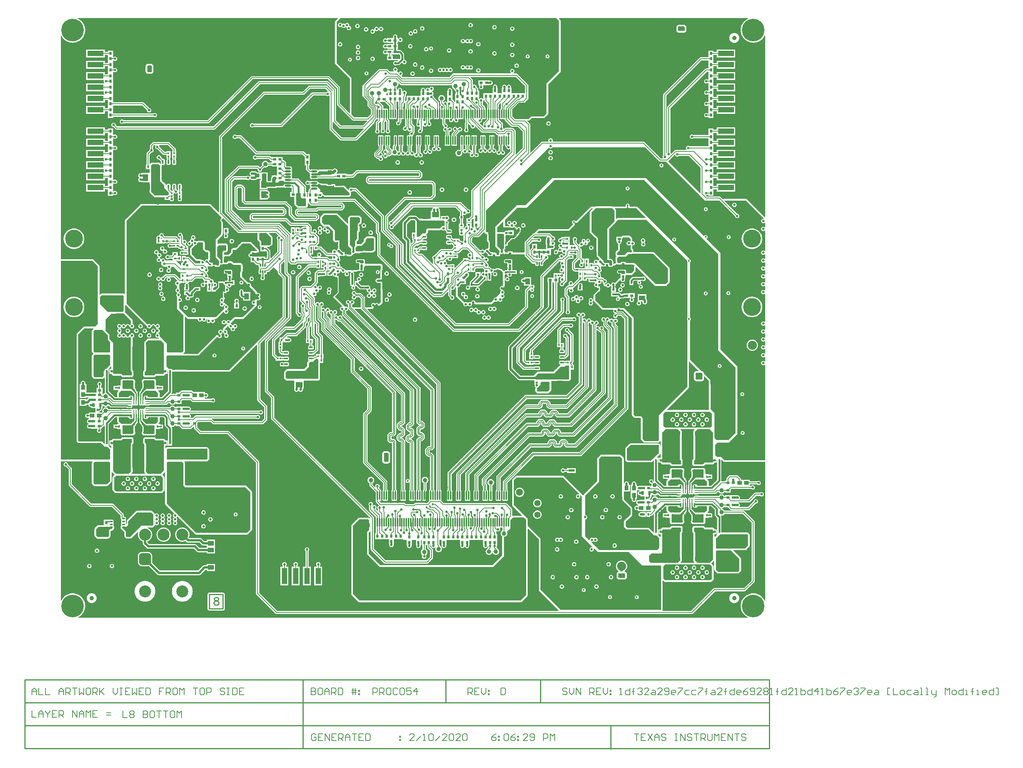
<source format=gbl>
G04*
G04 #@! TF.GenerationSoftware,Altium Limited,Altium Designer,19.1.6 (110)*
G04*
G04 Layer_Physical_Order=8*
G04 Layer_Color=16711680*
%FSAX25Y25*%
%MOIN*%
G70*
G01*
G75*
%ADD16C,0.01000*%
%ADD18C,0.00800*%
%ADD22C,0.00600*%
%ADD27O,0.05512X0.01772*%
%ADD29C,0.03937*%
G04:AMPARAMS|DCode=32|XSize=87.8mil|YSize=70.87mil|CornerRadius=2.13mil|HoleSize=0mil|Usage=FLASHONLY|Rotation=90.000|XOffset=0mil|YOffset=0mil|HoleType=Round|Shape=RoundedRectangle|*
%AMROUNDEDRECTD32*
21,1,0.08780,0.06661,0,0,90.0*
21,1,0.08354,0.07087,0,0,90.0*
1,1,0.00425,0.03331,0.04177*
1,1,0.00425,0.03331,-0.04177*
1,1,0.00425,-0.03331,-0.04177*
1,1,0.00425,-0.03331,0.04177*
%
%ADD32ROUNDEDRECTD32*%
%ADD33R,0.06300X0.05000*%
%ADD35R,0.02362X0.03150*%
%ADD37R,0.01654X0.01811*%
%ADD38R,0.01500X0.02400*%
%ADD39R,0.03150X0.02362*%
%ADD40R,0.02400X0.01500*%
%ADD42R,0.01811X0.01654*%
%ADD43R,0.03500X0.02000*%
%ADD44R,0.02000X0.03500*%
%ADD45R,0.04331X0.05512*%
%ADD46R,0.05512X0.04331*%
%ADD47R,0.03740X0.03937*%
G04:AMPARAMS|DCode=51|XSize=106.3mil|YSize=106.3mil|CornerRadius=26.57mil|HoleSize=0mil|Usage=FLASHONLY|Rotation=90.000|XOffset=0mil|YOffset=0mil|HoleType=Round|Shape=RoundedRectangle|*
%AMROUNDEDRECTD51*
21,1,0.10630,0.05315,0,0,90.0*
21,1,0.05315,0.10630,0,0,90.0*
1,1,0.05315,0.02657,0.02657*
1,1,0.05315,0.02657,-0.02657*
1,1,0.05315,-0.02657,-0.02657*
1,1,0.05315,-0.02657,0.02657*
%
%ADD51ROUNDEDRECTD51*%
%ADD52C,0.10630*%
%ADD53C,0.08000*%
%ADD54C,0.05512*%
%ADD55C,0.06299*%
%ADD56C,0.20000*%
%ADD57C,0.15811*%
%ADD59C,0.01500*%
%ADD60C,0.02000*%
%ADD61C,0.01800*%
%ADD63C,0.01200*%
%ADD66C,0.03000*%
%ADD73C,0.01968*%
%ADD74C,0.01800*%
%ADD75C,0.02240*%
%ADD77C,0.02400*%
G04:AMPARAMS|DCode=82|XSize=133.86mil|YSize=157.48mil|CornerRadius=2.01mil|HoleSize=0mil|Usage=FLASHONLY|Rotation=270.000|XOffset=0mil|YOffset=0mil|HoleType=Round|Shape=RoundedRectangle|*
%AMROUNDEDRECTD82*
21,1,0.13386,0.15346,0,0,270.0*
21,1,0.12984,0.15748,0,0,270.0*
1,1,0.00402,-0.07673,-0.06492*
1,1,0.00402,-0.07673,0.06492*
1,1,0.00402,0.07673,0.06492*
1,1,0.00402,0.07673,-0.06492*
%
%ADD82ROUNDEDRECTD82*%
G04:AMPARAMS|DCode=83|XSize=31.5mil|YSize=15.75mil|CornerRadius=1.97mil|HoleSize=0mil|Usage=FLASHONLY|Rotation=270.000|XOffset=0mil|YOffset=0mil|HoleType=Round|Shape=RoundedRectangle|*
%AMROUNDEDRECTD83*
21,1,0.03150,0.01181,0,0,270.0*
21,1,0.02756,0.01575,0,0,270.0*
1,1,0.00394,-0.00591,-0.01378*
1,1,0.00394,-0.00591,0.01378*
1,1,0.00394,0.00591,0.01378*
1,1,0.00394,0.00591,-0.01378*
%
%ADD83ROUNDEDRECTD83*%
%ADD84R,0.14488X0.05000*%
%ADD85R,0.05000X0.14488*%
G04:AMPARAMS|DCode=86|XSize=9.84mil|YSize=71.65mil|CornerRadius=1.97mil|HoleSize=0mil|Usage=FLASHONLY|Rotation=180.000|XOffset=0mil|YOffset=0mil|HoleType=Round|Shape=RoundedRectangle|*
%AMROUNDEDRECTD86*
21,1,0.00984,0.06772,0,0,180.0*
21,1,0.00591,0.07165,0,0,180.0*
1,1,0.00394,-0.00295,0.03386*
1,1,0.00394,0.00295,0.03386*
1,1,0.00394,0.00295,-0.03386*
1,1,0.00394,-0.00295,-0.03386*
%
%ADD86ROUNDEDRECTD86*%
G04:AMPARAMS|DCode=87|XSize=88.19mil|YSize=25.98mil|CornerRadius=1.95mil|HoleSize=0mil|Usage=FLASHONLY|Rotation=180.000|XOffset=0mil|YOffset=0mil|HoleType=Round|Shape=RoundedRectangle|*
%AMROUNDEDRECTD87*
21,1,0.08819,0.02209,0,0,180.0*
21,1,0.08429,0.02598,0,0,180.0*
1,1,0.00390,-0.04215,0.01104*
1,1,0.00390,0.04215,0.01104*
1,1,0.00390,0.04215,-0.01104*
1,1,0.00390,-0.04215,-0.01104*
%
%ADD87ROUNDEDRECTD87*%
G04:AMPARAMS|DCode=88|XSize=23.62mil|YSize=15.75mil|CornerRadius=1.97mil|HoleSize=0mil|Usage=FLASHONLY|Rotation=0.000|XOffset=0mil|YOffset=0mil|HoleType=Round|Shape=RoundedRectangle|*
%AMROUNDEDRECTD88*
21,1,0.02362,0.01181,0,0,0.0*
21,1,0.01968,0.01575,0,0,0.0*
1,1,0.00394,0.00984,-0.00591*
1,1,0.00394,-0.00984,-0.00591*
1,1,0.00394,-0.00984,0.00591*
1,1,0.00394,0.00984,0.00591*
%
%ADD88ROUNDEDRECTD88*%
G04:AMPARAMS|DCode=89|XSize=23.62mil|YSize=9.84mil|CornerRadius=1.97mil|HoleSize=0mil|Usage=FLASHONLY|Rotation=0.000|XOffset=0mil|YOffset=0mil|HoleType=Round|Shape=RoundedRectangle|*
%AMROUNDEDRECTD89*
21,1,0.02362,0.00591,0,0,0.0*
21,1,0.01968,0.00984,0,0,0.0*
1,1,0.00394,0.00984,-0.00295*
1,1,0.00394,-0.00984,-0.00295*
1,1,0.00394,-0.00984,0.00295*
1,1,0.00394,0.00984,0.00295*
%
%ADD89ROUNDEDRECTD89*%
%ADD90R,0.04724X0.07874*%
G04:AMPARAMS|DCode=91|XSize=11.81mil|YSize=74.8mil|CornerRadius=1.95mil|HoleSize=0mil|Usage=FLASHONLY|Rotation=0.000|XOffset=0mil|YOffset=0mil|HoleType=Round|Shape=RoundedRectangle|*
%AMROUNDEDRECTD91*
21,1,0.01181,0.07091,0,0,0.0*
21,1,0.00791,0.07480,0,0,0.0*
1,1,0.00390,0.00396,-0.03545*
1,1,0.00390,-0.00396,-0.03545*
1,1,0.00390,-0.00396,0.03545*
1,1,0.00390,0.00396,0.03545*
%
%ADD91ROUNDEDRECTD91*%
G04:AMPARAMS|DCode=92|XSize=11.81mil|YSize=26.38mil|CornerRadius=1.95mil|HoleSize=0mil|Usage=FLASHONLY|Rotation=0.000|XOffset=0mil|YOffset=0mil|HoleType=Round|Shape=RoundedRectangle|*
%AMROUNDEDRECTD92*
21,1,0.01181,0.02248,0,0,0.0*
21,1,0.00791,0.02638,0,0,0.0*
1,1,0.00390,0.00396,-0.01124*
1,1,0.00390,-0.00396,-0.01124*
1,1,0.00390,-0.00396,0.01124*
1,1,0.00390,0.00396,0.01124*
%
%ADD92ROUNDEDRECTD92*%
G04:AMPARAMS|DCode=93|XSize=59.06mil|YSize=68.9mil|CornerRadius=2.07mil|HoleSize=0mil|Usage=FLASHONLY|Rotation=0.000|XOffset=0mil|YOffset=0mil|HoleType=Round|Shape=RoundedRectangle|*
%AMROUNDEDRECTD93*
21,1,0.05906,0.06476,0,0,0.0*
21,1,0.05492,0.06890,0,0,0.0*
1,1,0.00413,0.02746,-0.03238*
1,1,0.00413,-0.02746,-0.03238*
1,1,0.00413,-0.02746,0.03238*
1,1,0.00413,0.02746,0.03238*
%
%ADD93ROUNDEDRECTD93*%
G04:AMPARAMS|DCode=94|XSize=11.81mil|YSize=23.62mil|CornerRadius=1.95mil|HoleSize=0mil|Usage=FLASHONLY|Rotation=270.000|XOffset=0mil|YOffset=0mil|HoleType=Round|Shape=RoundedRectangle|*
%AMROUNDEDRECTD94*
21,1,0.01181,0.01972,0,0,270.0*
21,1,0.00791,0.02362,0,0,270.0*
1,1,0.00390,-0.00986,-0.00396*
1,1,0.00390,-0.00986,0.00396*
1,1,0.00390,0.00986,0.00396*
1,1,0.00390,0.00986,-0.00396*
%
%ADD94ROUNDEDRECTD94*%
%ADD95R,0.07874X0.03543*%
%ADD96C,0.02000*%
%ADD97R,0.05512X0.02362*%
%ADD98R,0.06890X0.04331*%
%ADD99R,0.03937X0.03740*%
%ADD100R,0.04331X0.06890*%
%ADD101R,0.05000X0.06300*%
G04:AMPARAMS|DCode=102|XSize=133.86mil|YSize=157.48mil|CornerRadius=2.01mil|HoleSize=0mil|Usage=FLASHONLY|Rotation=180.000|XOffset=0mil|YOffset=0mil|HoleType=Round|Shape=RoundedRectangle|*
%AMROUNDEDRECTD102*
21,1,0.13386,0.15346,0,0,180.0*
21,1,0.12984,0.15748,0,0,180.0*
1,1,0.00402,-0.06492,0.07673*
1,1,0.00402,0.06492,0.07673*
1,1,0.00402,0.06492,-0.07673*
1,1,0.00402,-0.06492,-0.07673*
%
%ADD102ROUNDEDRECTD102*%
G04:AMPARAMS|DCode=103|XSize=31.5mil|YSize=15.75mil|CornerRadius=1.97mil|HoleSize=0mil|Usage=FLASHONLY|Rotation=180.000|XOffset=0mil|YOffset=0mil|HoleType=Round|Shape=RoundedRectangle|*
%AMROUNDEDRECTD103*
21,1,0.03150,0.01181,0,0,180.0*
21,1,0.02756,0.01575,0,0,180.0*
1,1,0.00394,-0.01378,0.00591*
1,1,0.00394,0.01378,0.00591*
1,1,0.00394,0.01378,-0.00591*
1,1,0.00394,-0.01378,-0.00591*
%
%ADD103ROUNDEDRECTD103*%
%ADD104R,0.07874X0.04724*%
%ADD105C,0.00775*%
%ADD106C,0.00525*%
%ADD107C,0.00900*%
%ADD108C,0.02500*%
%ADD109C,0.04000*%
%ADD110C,0.02200*%
G36*
X0327499Y0697488D02*
X0325404Y0695393D01*
X0325216Y0695165D01*
X0325077Y0694904D01*
X0324991Y0694621D01*
X0324962Y0694327D01*
Y0658142D01*
X0324991Y0657847D01*
X0325077Y0657565D01*
X0325216Y0657304D01*
X0325404Y0657076D01*
X0338159Y0644321D01*
Y0613955D01*
X0337790Y0613802D01*
X0329435Y0622156D01*
Y0636262D01*
X0329410Y0636517D01*
X0329336Y0636762D01*
X0329215Y0636987D01*
X0329053Y0637185D01*
X0329053Y0637185D01*
X0320135Y0646103D01*
X0319937Y0646266D01*
X0319711Y0646386D01*
X0319466Y0646461D01*
X0319211Y0646486D01*
X0251691D01*
X0251436Y0646461D01*
X0251191Y0646386D01*
X0250965Y0646266D01*
X0250767Y0646103D01*
X0212089Y0607425D01*
X0137486D01*
X0137438Y0607483D01*
X0137146Y0607723D01*
X0136812Y0607901D01*
X0136450Y0608011D01*
X0136074Y0608048D01*
X0135698Y0608011D01*
X0135336Y0607901D01*
X0135002Y0607723D01*
X0134710Y0607483D01*
X0134470Y0607191D01*
X0134292Y0606857D01*
X0134182Y0606495D01*
X0134145Y0606119D01*
X0134182Y0605742D01*
X0134292Y0605380D01*
X0134470Y0605047D01*
X0134710Y0604754D01*
X0135002Y0604515D01*
X0135336Y0604336D01*
X0135698Y0604226D01*
X0136074Y0604189D01*
X0136450Y0604226D01*
X0136812Y0604336D01*
X0137146Y0604515D01*
X0137438Y0604754D01*
X0137486Y0604812D01*
X0212630D01*
X0212885Y0604838D01*
X0213130Y0604912D01*
X0213356Y0605032D01*
X0213554Y0605195D01*
X0252232Y0643873D01*
X0318670D01*
X0326823Y0635721D01*
Y0621615D01*
X0326848Y0621360D01*
X0326922Y0621115D01*
X0327043Y0620889D01*
X0327205Y0620691D01*
X0340389Y0607508D01*
X0340389Y0607508D01*
X0340587Y0607345D01*
X0340813Y0607224D01*
X0341058Y0607150D01*
X0341313Y0607125D01*
X0341313Y0607125D01*
X0353472D01*
X0353625Y0606755D01*
X0349692Y0602822D01*
X0330341D01*
X0325927Y0607236D01*
Y0634348D01*
X0325900Y0634620D01*
X0325821Y0634882D01*
X0325692Y0635123D01*
X0325518Y0635334D01*
X0325518Y0635334D01*
X0319238Y0641614D01*
X0319027Y0641788D01*
X0318786Y0641917D01*
X0318524Y0641996D01*
X0318252Y0642023D01*
X0318252Y0642023D01*
X0257986D01*
X0257986Y0642023D01*
X0257714Y0641996D01*
X0257453Y0641917D01*
X0257212Y0641788D01*
X0257001Y0641614D01*
X0257000Y0641614D01*
X0217256Y0601869D01*
X0131951D01*
X0130541Y0603279D01*
X0130509Y0603608D01*
X0130399Y0603970D01*
X0130221Y0604304D01*
X0129981Y0604596D01*
X0129689Y0604836D01*
X0129355Y0605014D01*
X0128993Y0605124D01*
X0128617Y0605161D01*
X0128240Y0605124D01*
X0127878Y0605014D01*
X0127545Y0604836D01*
X0127253Y0604596D01*
X0127013Y0604304D01*
X0126834Y0603970D01*
X0126725Y0603608D01*
X0126688Y0603232D01*
X0126725Y0602856D01*
X0126834Y0602494D01*
X0127013Y0602160D01*
X0127253Y0601868D01*
X0127545Y0601628D01*
X0127878Y0601450D01*
X0128240Y0601340D01*
X0128570Y0601307D01*
X0130388Y0599489D01*
X0130388Y0599489D01*
X0130599Y0599316D01*
X0130840Y0599187D01*
X0131102Y0599108D01*
X0131374Y0599081D01*
X0131374Y0599081D01*
X0217833D01*
X0217833Y0599081D01*
X0218105Y0599108D01*
X0218367Y0599187D01*
X0218608Y0599316D01*
X0218819Y0599489D01*
X0258564Y0639234D01*
X0317675D01*
X0323138Y0633771D01*
Y0633234D01*
X0322739Y0633132D01*
X0322566Y0633344D01*
X0322566Y0633344D01*
X0318196Y0637713D01*
X0317985Y0637887D01*
X0317744Y0638016D01*
X0317482Y0638095D01*
X0317210Y0638122D01*
X0317210Y0638122D01*
X0302496D01*
X0302496Y0638122D01*
X0302224Y0638095D01*
X0301962Y0638016D01*
X0301721Y0637887D01*
X0301510Y0637713D01*
X0301510Y0637713D01*
X0296518Y0632722D01*
X0262149D01*
X0261877Y0632695D01*
X0261615Y0632616D01*
X0261374Y0632487D01*
X0261163Y0632313D01*
X0261163Y0632313D01*
X0222614Y0593764D01*
X0222440Y0593553D01*
X0222311Y0593312D01*
X0222232Y0593050D01*
X0222205Y0592778D01*
X0222205Y0592778D01*
Y0525992D01*
X0221836Y0525839D01*
X0214943Y0532732D01*
X0214714Y0532919D01*
X0214454Y0533059D01*
X0214171Y0533144D01*
X0213877Y0533173D01*
X0168526D01*
X0168452Y0533166D01*
X0168378D01*
X0168305Y0533152D01*
X0168232Y0533144D01*
X0168161Y0533123D01*
X0168088Y0533109D01*
X0168057Y0533099D01*
X0167976Y0533091D01*
X0167895Y0533099D01*
X0167863Y0533109D01*
X0167791Y0533123D01*
X0167720Y0533144D01*
X0167646Y0533152D01*
X0167574Y0533166D01*
X0167499D01*
X0167426Y0533173D01*
X0153584D01*
X0153290Y0533144D01*
X0153007Y0533059D01*
X0152746Y0532919D01*
X0152518Y0532732D01*
X0139199Y0519413D01*
X0139012Y0519185D01*
X0138873Y0518924D01*
X0138787Y0518642D01*
X0138758Y0518348D01*
Y0453179D01*
X0138358Y0453013D01*
X0138173Y0453198D01*
X0138056Y0453294D01*
X0137946Y0453384D01*
X0137945Y0453385D01*
X0137945Y0453385D01*
X0137811Y0453457D01*
X0137686Y0453524D01*
X0137685Y0453524D01*
X0137684Y0453525D01*
X0137542Y0453568D01*
X0137403Y0453610D01*
X0137402Y0453610D01*
X0137401Y0453611D01*
X0137259Y0453624D01*
X0137109Y0453639D01*
X0120947Y0453661D01*
X0120946D01*
X0120945Y0453661D01*
X0120944Y0453661D01*
X0120499Y0453662D01*
X0118405Y0453663D01*
X0118405Y0453663D01*
X0118404Y0453663D01*
X0118256Y0453648D01*
X0118111Y0453634D01*
X0118111Y0453634D01*
X0118110Y0453634D01*
X0117968Y0453591D01*
X0117828Y0453548D01*
X0117828Y0453548D01*
X0117827Y0453548D01*
X0117698Y0453479D01*
X0117568Y0453409D01*
X0117567Y0453409D01*
X0117567Y0453409D01*
X0117447Y0453311D01*
X0117339Y0453222D01*
X0117339Y0453222D01*
X0117339Y0453221D01*
X0116553Y0452436D01*
X0116183Y0452589D01*
Y0477867D01*
X0116154Y0478161D01*
X0116068Y0478444D01*
X0115929Y0478704D01*
X0115742Y0478933D01*
X0111073Y0483602D01*
X0110844Y0483789D01*
X0110584Y0483928D01*
X0110301Y0484014D01*
X0110007Y0484043D01*
X0081799D01*
Y0682599D01*
X0082199Y0682687D01*
X0082408Y0682234D01*
X0082836Y0681470D01*
X0083323Y0680741D01*
X0083865Y0680053D01*
X0084460Y0679410D01*
X0085103Y0678815D01*
X0085791Y0678272D01*
X0086520Y0677786D01*
X0087284Y0677358D01*
X0088080Y0676991D01*
X0088902Y0676687D01*
X0089745Y0676450D01*
X0090604Y0676279D01*
X0091474Y0676176D01*
X0092350Y0676141D01*
X0093226Y0676176D01*
X0094096Y0676279D01*
X0094955Y0676450D01*
X0095798Y0676687D01*
X0096620Y0676991D01*
X0097416Y0677358D01*
X0098180Y0677786D01*
X0098909Y0678272D01*
X0099597Y0678815D01*
X0100240Y0679410D01*
X0100835Y0680053D01*
X0101377Y0680741D01*
X0101864Y0681470D01*
X0102292Y0682234D01*
X0102659Y0683030D01*
X0102963Y0683852D01*
X0103200Y0684695D01*
X0103371Y0685554D01*
X0103474Y0686424D01*
X0103509Y0687300D01*
X0103474Y0688175D01*
X0103371Y0689046D01*
X0103200Y0689905D01*
X0102963Y0690748D01*
X0102659Y0691570D01*
X0102292Y0692366D01*
X0101864Y0693130D01*
X0101377Y0693859D01*
X0100835Y0694547D01*
X0100240Y0695190D01*
X0099597Y0695785D01*
X0098909Y0696327D01*
X0098180Y0696814D01*
X0097416Y0697242D01*
X0096948Y0697458D01*
X0097036Y0697858D01*
X0327346D01*
X0327499Y0697488D01*
D02*
G37*
G36*
X0691452Y0697458D02*
X0690984Y0697242D01*
X0690220Y0696814D01*
X0689491Y0696327D01*
X0688803Y0695785D01*
X0688160Y0695190D01*
X0687565Y0694547D01*
X0687022Y0693859D01*
X0686536Y0693130D01*
X0686108Y0692366D01*
X0685741Y0691570D01*
X0685437Y0690748D01*
X0685200Y0689905D01*
X0685029Y0689046D01*
X0684926Y0688175D01*
X0684891Y0687300D01*
X0684926Y0686424D01*
X0685029Y0685554D01*
X0685200Y0684695D01*
X0685437Y0683852D01*
X0685741Y0683030D01*
X0686108Y0682234D01*
X0686536Y0681470D01*
X0687022Y0680741D01*
X0687565Y0680053D01*
X0688160Y0679410D01*
X0688803Y0678815D01*
X0689491Y0678272D01*
X0690220Y0677786D01*
X0690984Y0677358D01*
X0691780Y0676991D01*
X0692602Y0676687D01*
X0693445Y0676450D01*
X0694304Y0676279D01*
X0695175Y0676176D01*
X0696050Y0676141D01*
X0696925Y0676176D01*
X0697796Y0676279D01*
X0698655Y0676450D01*
X0699498Y0676687D01*
X0700320Y0676991D01*
X0701116Y0677358D01*
X0701880Y0677786D01*
X0702609Y0678272D01*
X0703297Y0678815D01*
X0703940Y0679410D01*
X0704535Y0680053D01*
X0705078Y0680741D01*
X0705564Y0681470D01*
X0705992Y0682234D01*
X0706222Y0682732D01*
X0706622Y0682645D01*
Y0521598D01*
X0706222Y0521432D01*
X0690417Y0537237D01*
X0690188Y0537425D01*
X0689928Y0537564D01*
X0689645Y0537650D01*
X0689351Y0537679D01*
X0670539Y0537679D01*
X0670245Y0537650D01*
X0669963Y0537564D01*
X0669702Y0537425D01*
X0669474Y0537237D01*
X0668965Y0537223D01*
X0666826Y0539363D01*
X0666614Y0539536D01*
X0666373Y0539665D01*
X0666112Y0539744D01*
X0665840Y0539771D01*
X0665840Y0539771D01*
X0654909D01*
X0654201Y0540479D01*
X0654383Y0540863D01*
X0654416Y0540860D01*
X0654792Y0540897D01*
X0655154Y0541007D01*
X0655488Y0541185D01*
X0655744Y0541395D01*
X0656284D01*
Y0540214D01*
X0660646D01*
Y0546119D01*
X0663586D01*
Y0544013D01*
X0680074D01*
Y0551013D01*
X0663586D01*
Y0548908D01*
X0660929D01*
X0660646Y0549190D01*
X0660646Y0550088D01*
X0660646Y0550488D01*
Y0556119D01*
X0663586D01*
Y0554013D01*
X0680074D01*
Y0561013D01*
X0663586D01*
Y0558908D01*
X0660929D01*
X0660646Y0559190D01*
X0660646Y0560088D01*
X0660646Y0560488D01*
Y0566119D01*
X0663586D01*
Y0564013D01*
X0680074D01*
Y0571013D01*
X0663586D01*
Y0568908D01*
X0660646D01*
Y0570088D01*
X0660646D01*
Y0570214D01*
X0660646D01*
Y0576119D01*
X0663586D01*
Y0574013D01*
X0680074D01*
Y0581013D01*
X0663586D01*
Y0578908D01*
X0660646D01*
Y0580088D01*
X0660646D01*
Y0580214D01*
X0660646D01*
Y0586119D01*
X0663586D01*
Y0584013D01*
X0680074D01*
Y0591013D01*
X0663586D01*
Y0588908D01*
X0660929D01*
X0660646Y0589190D01*
X0660646Y0590088D01*
X0660646Y0590488D01*
Y0596119D01*
X0663586D01*
Y0594013D01*
X0680074D01*
Y0601013D01*
X0663586D01*
Y0598908D01*
X0660646D01*
Y0600088D01*
X0656284D01*
Y0594183D01*
X0643006D01*
X0642750Y0594393D01*
X0642417Y0594571D01*
X0642055Y0594681D01*
X0641678Y0594718D01*
X0641302Y0594681D01*
X0640940Y0594571D01*
X0640606Y0594393D01*
X0640314Y0594153D01*
X0640074Y0593861D01*
X0639896Y0593527D01*
X0639786Y0593165D01*
X0639749Y0592789D01*
X0639786Y0592413D01*
X0639896Y0592051D01*
X0640074Y0591717D01*
X0640314Y0591425D01*
X0640606Y0591185D01*
X0640940Y0591007D01*
X0641302Y0590897D01*
X0641678Y0590860D01*
X0642055Y0590897D01*
X0642417Y0591007D01*
X0642750Y0591185D01*
X0643006Y0591395D01*
X0656001D01*
X0656284Y0591112D01*
X0656284Y0590214D01*
X0656284Y0589814D01*
Y0584183D01*
X0639523D01*
X0639267Y0584393D01*
X0638934Y0584571D01*
X0638572Y0584681D01*
X0638195Y0584718D01*
X0637819Y0584681D01*
X0637457Y0584571D01*
X0637123Y0584393D01*
X0636831Y0584153D01*
X0636591Y0583861D01*
X0636413Y0583527D01*
X0636303Y0583165D01*
X0636266Y0582789D01*
X0636303Y0582413D01*
X0636413Y0582051D01*
X0636591Y0581717D01*
X0636831Y0581425D01*
X0636906Y0581363D01*
X0636763Y0580963D01*
X0627335D01*
X0627335Y0580963D01*
X0627080Y0580938D01*
X0626835Y0580863D01*
X0626609Y0580743D01*
X0626411Y0580580D01*
X0623409Y0577578D01*
X0622992Y0577727D01*
X0622977Y0577873D01*
X0622868Y0578235D01*
X0622689Y0578568D01*
X0622479Y0578824D01*
Y0617962D01*
X0654993Y0650476D01*
X0656001D01*
X0656284Y0650194D01*
X0656284Y0649296D01*
X0656284Y0648896D01*
Y0643265D01*
X0655744D01*
X0655488Y0643475D01*
X0655154Y0643653D01*
X0654792Y0643763D01*
X0654416Y0643800D01*
X0654040Y0643763D01*
X0653678Y0643653D01*
X0653344Y0643475D01*
X0653052Y0643235D01*
X0652812Y0642942D01*
X0652634Y0642609D01*
X0652524Y0642247D01*
X0652487Y0641870D01*
X0652524Y0641494D01*
X0652634Y0641132D01*
X0652812Y0640799D01*
X0653052Y0640506D01*
X0653344Y0640266D01*
X0653678Y0640088D01*
X0654040Y0639978D01*
X0654416Y0639941D01*
X0654792Y0639978D01*
X0655154Y0640088D01*
X0655488Y0640266D01*
X0655744Y0640476D01*
X0656001D01*
X0656284Y0640194D01*
X0656284Y0639296D01*
X0656284Y0638896D01*
Y0633265D01*
X0655744D01*
X0655488Y0633475D01*
X0655154Y0633653D01*
X0654792Y0633763D01*
X0654416Y0633800D01*
X0654040Y0633763D01*
X0653678Y0633653D01*
X0653344Y0633475D01*
X0653052Y0633235D01*
X0652812Y0632942D01*
X0652634Y0632609D01*
X0652524Y0632247D01*
X0652487Y0631871D01*
X0652524Y0631494D01*
X0652634Y0631132D01*
X0652812Y0630799D01*
X0653052Y0630506D01*
X0653344Y0630266D01*
X0653678Y0630088D01*
X0654040Y0629978D01*
X0654416Y0629941D01*
X0654792Y0629978D01*
X0655154Y0630088D01*
X0655488Y0630266D01*
X0655744Y0630476D01*
X0656001D01*
X0656284Y0630194D01*
X0656284Y0629296D01*
X0656284Y0628896D01*
Y0623265D01*
X0655744D01*
X0655488Y0623475D01*
X0655154Y0623653D01*
X0654792Y0623763D01*
X0654416Y0623800D01*
X0654040Y0623763D01*
X0653678Y0623653D01*
X0653344Y0623475D01*
X0653052Y0623235D01*
X0652812Y0622942D01*
X0652634Y0622609D01*
X0652524Y0622247D01*
X0652487Y0621871D01*
X0652524Y0621494D01*
X0652634Y0621132D01*
X0652812Y0620799D01*
X0653052Y0620506D01*
X0653344Y0620266D01*
X0653678Y0620088D01*
X0654040Y0619978D01*
X0654416Y0619941D01*
X0654792Y0619978D01*
X0655154Y0620088D01*
X0655488Y0620266D01*
X0655744Y0620476D01*
X0656001D01*
X0656284Y0620193D01*
X0656284Y0619296D01*
X0656284Y0618896D01*
Y0613265D01*
X0655744D01*
X0655488Y0613475D01*
X0655154Y0613653D01*
X0654792Y0613763D01*
X0654416Y0613800D01*
X0654040Y0613763D01*
X0653678Y0613653D01*
X0653344Y0613475D01*
X0653052Y0613235D01*
X0652812Y0612942D01*
X0652634Y0612609D01*
X0652524Y0612247D01*
X0652487Y0611870D01*
X0652524Y0611494D01*
X0652634Y0611132D01*
X0652812Y0610799D01*
X0653052Y0610506D01*
X0653344Y0610266D01*
X0653678Y0610088D01*
X0654040Y0609978D01*
X0654416Y0609941D01*
X0654792Y0609978D01*
X0655154Y0610088D01*
X0655488Y0610266D01*
X0655744Y0610476D01*
X0656284D01*
Y0609296D01*
X0660646D01*
Y0615201D01*
X0663586D01*
Y0613095D01*
X0680074D01*
Y0620095D01*
X0663586D01*
Y0617989D01*
X0660929D01*
X0660646Y0618272D01*
X0660646Y0619170D01*
X0660646Y0619570D01*
Y0625201D01*
X0663586D01*
Y0623095D01*
X0680074D01*
Y0630095D01*
X0663586D01*
Y0627989D01*
X0660929D01*
X0660646Y0628272D01*
X0660646Y0629170D01*
X0660646Y0629570D01*
Y0635201D01*
X0663586D01*
Y0633095D01*
X0680074D01*
Y0640095D01*
X0663586D01*
Y0637989D01*
X0660929D01*
X0660646Y0638272D01*
X0660646Y0639170D01*
X0660646Y0639570D01*
Y0645201D01*
X0663586D01*
Y0643095D01*
X0680074D01*
Y0650095D01*
X0663586D01*
Y0647989D01*
X0660929D01*
X0660646Y0648272D01*
X0660646Y0649170D01*
X0660646Y0649570D01*
Y0655201D01*
X0663586D01*
Y0653095D01*
X0680074D01*
Y0660095D01*
X0663586D01*
Y0657989D01*
X0660646D01*
Y0659170D01*
X0660646D01*
Y0659296D01*
X0660646D01*
Y0665201D01*
X0663586D01*
Y0663095D01*
X0680074D01*
Y0670095D01*
X0663586D01*
Y0667989D01*
X0660646D01*
Y0669170D01*
X0656284D01*
Y0663265D01*
X0649523D01*
X0649523Y0663265D01*
X0649251Y0663238D01*
X0648990Y0663159D01*
X0648749Y0663030D01*
X0648537Y0662856D01*
X0648537Y0662856D01*
X0616508Y0630827D01*
X0616335Y0630616D01*
X0616206Y0630375D01*
X0616126Y0630113D01*
X0616100Y0629841D01*
X0616100Y0629841D01*
Y0575943D01*
X0615890Y0575687D01*
X0615711Y0575353D01*
X0615602Y0574991D01*
X0615564Y0574615D01*
X0615602Y0574239D01*
X0615711Y0573877D01*
X0615833Y0573650D01*
X0615706Y0573349D01*
X0615613Y0573250D01*
X0614102D01*
X0599452Y0587899D01*
X0599254Y0588062D01*
X0599028Y0588183D01*
X0598783Y0588257D01*
X0598528Y0588282D01*
X0518230D01*
X0517990Y0588682D01*
X0518032Y0588762D01*
X0518142Y0589124D01*
X0518179Y0589500D01*
X0518142Y0589876D01*
X0518032Y0590238D01*
X0517854Y0590572D01*
X0517614Y0590864D01*
X0517322Y0591104D01*
X0516988Y0591282D01*
X0516626Y0591392D01*
X0516250Y0591429D01*
X0515874Y0591392D01*
X0515512Y0591282D01*
X0515178Y0591104D01*
X0514886Y0590864D01*
X0514646Y0590572D01*
X0514468Y0590238D01*
X0514358Y0589876D01*
X0514321Y0589500D01*
X0514358Y0589124D01*
X0514468Y0588762D01*
X0514510Y0588682D01*
X0514270Y0588282D01*
X0508914D01*
X0508914Y0588282D01*
X0508659Y0588257D01*
X0508414Y0588183D01*
X0508188Y0588062D01*
X0507991Y0587899D01*
X0498766Y0578675D01*
X0498366Y0578841D01*
Y0603181D01*
X0498341Y0603436D01*
X0498267Y0603681D01*
X0498146Y0603907D01*
X0497984Y0604105D01*
X0495528Y0606561D01*
X0495681Y0606930D01*
X0496553D01*
X0496847Y0606959D01*
X0497129Y0607045D01*
X0497390Y0607184D01*
X0497618Y0607372D01*
X0499478Y0609231D01*
X0510018D01*
X0510312Y0609260D01*
X0510595Y0609346D01*
X0510855Y0609485D01*
X0511084Y0609673D01*
X0513826Y0612415D01*
X0514013Y0612643D01*
X0514152Y0612904D01*
X0514238Y0613187D01*
X0514267Y0613481D01*
X0514267Y0639240D01*
X0524836Y0649809D01*
X0525023Y0650037D01*
X0525162Y0650297D01*
X0525248Y0650580D01*
X0525277Y0650874D01*
X0525277Y0695241D01*
X0525248Y0695535D01*
X0525162Y0695818D01*
X0525023Y0696079D01*
X0524836Y0696307D01*
X0523654Y0697488D01*
X0523807Y0697858D01*
X0691364D01*
X0691452Y0697458D01*
D02*
G37*
G36*
X0493750Y0637836D02*
Y0631375D01*
X0489469D01*
Y0631375D01*
X0481531D01*
Y0636099D01*
X0481496D01*
X0481211Y0636500D01*
X0481242Y0636600D01*
X0481279Y0636976D01*
X0481242Y0637353D01*
X0481132Y0637715D01*
X0480954Y0638048D01*
X0480714Y0638341D01*
X0480421Y0638581D01*
X0480088Y0638759D01*
X0479726Y0638869D01*
X0479350Y0638906D01*
X0478973Y0638869D01*
X0478611Y0638759D01*
X0478278Y0638581D01*
X0477985Y0638341D01*
X0477745Y0638048D01*
X0477567Y0637715D01*
X0477509Y0637522D01*
X0477091D01*
X0477032Y0637715D01*
X0476854Y0638048D01*
X0476614Y0638341D01*
X0476322Y0638581D01*
X0475988Y0638759D01*
X0475626Y0638869D01*
X0475250Y0638906D01*
X0474873Y0638869D01*
X0474511Y0638759D01*
X0474178Y0638581D01*
X0473885Y0638341D01*
X0473645Y0638048D01*
X0473467Y0637715D01*
X0473357Y0637353D01*
X0473320Y0636976D01*
X0473357Y0636600D01*
X0473388Y0636500D01*
X0473103Y0636099D01*
X0473069D01*
Y0631375D01*
X0469231D01*
Y0636099D01*
X0469197D01*
X0468911Y0636500D01*
X0468942Y0636600D01*
X0468979Y0636976D01*
X0468942Y0637353D01*
X0468832Y0637715D01*
X0468654Y0638048D01*
X0468414Y0638341D01*
X0468121Y0638581D01*
X0467788Y0638759D01*
X0467426Y0638869D01*
X0467050Y0638906D01*
X0466673Y0638869D01*
X0466311Y0638759D01*
X0465978Y0638581D01*
X0465686Y0638341D01*
X0465446Y0638048D01*
X0465267Y0637715D01*
X0465158Y0637353D01*
X0465120Y0636976D01*
X0465158Y0636600D01*
X0465188Y0636500D01*
X0464903Y0636099D01*
X0464869D01*
Y0631375D01*
X0456669D01*
Y0627021D01*
X0456108Y0626461D01*
X0455822Y0626696D01*
X0455488Y0626874D01*
X0455126Y0626984D01*
X0454750Y0627021D01*
X0454373Y0626984D01*
X0454011Y0626874D01*
X0453678Y0626696D01*
X0453385Y0626456D01*
X0453316Y0626371D01*
X0453212Y0626354D01*
X0452831Y0626640D01*
Y0628650D01*
Y0633800D01*
X0452044D01*
Y0635100D01*
X0452017Y0635372D01*
X0451938Y0635634D01*
X0451809Y0635875D01*
X0451636Y0636086D01*
X0451636Y0636086D01*
X0450561Y0637161D01*
X0450528Y0637490D01*
X0450418Y0637852D01*
X0450240Y0638186D01*
X0450000Y0638478D01*
X0449708Y0638718D01*
X0449374Y0638896D01*
X0449012Y0639006D01*
X0448636Y0639043D01*
X0448260Y0639006D01*
X0447898Y0638896D01*
X0447622Y0638749D01*
X0447423Y0638816D01*
X0447222Y0638955D01*
Y0642761D01*
X0447222Y0642762D01*
X0447195Y0643034D01*
X0447116Y0643295D01*
X0446987Y0643536D01*
X0446813Y0643747D01*
X0446813Y0643747D01*
X0445118Y0645443D01*
X0445271Y0645813D01*
X0485773D01*
X0493750Y0637836D01*
D02*
G37*
G36*
X0383071Y0638860D02*
X0383071Y0638860D01*
X0383282Y0638687D01*
X0383523Y0638558D01*
X0383785Y0638479D01*
X0384057Y0638452D01*
X0384057Y0638452D01*
X0428199D01*
X0428199Y0638452D01*
X0428472Y0638479D01*
X0428544Y0638500D01*
X0428881Y0638205D01*
X0428883Y0638201D01*
X0428870Y0638147D01*
X0428833Y0637681D01*
X0428870Y0637216D01*
X0428979Y0636761D01*
X0429158Y0636330D01*
X0429402Y0635931D01*
X0429706Y0635576D01*
X0430061Y0635272D01*
X0430459Y0635028D01*
X0430459Y0635028D01*
X0430523Y0634818D01*
X0430652Y0634577D01*
X0430825Y0634366D01*
X0431825Y0633366D01*
X0431858Y0633037D01*
X0431968Y0632675D01*
X0432146Y0632341D01*
X0432356Y0632085D01*
Y0631042D01*
X0431569D01*
Y0625892D01*
Y0623950D01*
X0431344Y0623840D01*
X0431169Y0623823D01*
X0431036Y0623985D01*
X0431036Y0623985D01*
X0429131Y0625891D01*
Y0628250D01*
Y0633399D01*
X0429131D01*
X0428858Y0633799D01*
X0428879Y0634008D01*
X0428842Y0634385D01*
X0428732Y0634747D01*
X0428554Y0635080D01*
X0428314Y0635372D01*
X0428021Y0635612D01*
X0427688Y0635791D01*
X0427326Y0635900D01*
X0426950Y0635938D01*
X0426573Y0635900D01*
X0426211Y0635791D01*
X0425878Y0635612D01*
X0425585Y0635372D01*
X0425346Y0635080D01*
X0425167Y0634747D01*
X0425057Y0634385D01*
X0425020Y0634008D01*
X0425041Y0633799D01*
X0424768Y0633399D01*
X0424768D01*
Y0628250D01*
Y0623578D01*
X0424736Y0623500D01*
X0424371Y0623214D01*
X0424334Y0623218D01*
X0424214Y0623364D01*
X0423921Y0623604D01*
X0423588Y0623782D01*
X0423226Y0623892D01*
X0422850Y0623929D01*
X0422473Y0623892D01*
X0422111Y0623782D01*
X0421778Y0623604D01*
X0421485Y0623364D01*
X0421430Y0623297D01*
X0421030Y0623440D01*
Y0624187D01*
X0421386Y0624405D01*
X0421741Y0624709D01*
X0422045Y0625064D01*
X0422289Y0625462D01*
X0422468Y0625894D01*
X0422577Y0626348D01*
X0422614Y0626814D01*
X0422577Y0627280D01*
X0422468Y0627734D01*
X0422289Y0628166D01*
X0422045Y0628564D01*
X0421741Y0628920D01*
X0421386Y0629223D01*
X0420988Y0629467D01*
X0420556Y0629646D01*
X0420102Y0629755D01*
X0419636Y0629792D01*
X0419170Y0629755D01*
X0418716Y0629646D01*
X0418284Y0629467D01*
X0417886Y0629223D01*
X0417530Y0628920D01*
X0417227Y0628564D01*
X0416983Y0628166D01*
X0416804Y0627734D01*
X0416695Y0627280D01*
X0416658Y0626814D01*
X0416695Y0626348D01*
X0416804Y0625894D01*
X0416983Y0625462D01*
X0417227Y0625064D01*
X0417530Y0624709D01*
X0417886Y0624405D01*
X0418242Y0624187D01*
Y0622209D01*
X0418242Y0622209D01*
X0418269Y0621937D01*
X0418348Y0621675D01*
X0418477Y0621434D01*
X0418650Y0621223D01*
X0418870Y0621003D01*
X0418797Y0620510D01*
X0418786Y0620504D01*
X0418494Y0620264D01*
X0418254Y0619972D01*
X0418076Y0619638D01*
X0417966Y0619276D01*
X0417929Y0618900D01*
X0417966Y0618524D01*
X0418076Y0618162D01*
X0418254Y0617828D01*
X0418464Y0617572D01*
Y0617218D01*
X0418464Y0617218D01*
X0418353Y0617011D01*
X0418284Y0616785D01*
X0418261Y0616551D01*
Y0609461D01*
X0418284Y0609227D01*
X0418353Y0609001D01*
X0418464Y0608794D01*
X0418613Y0608612D01*
X0418795Y0608462D01*
X0419002Y0608352D01*
X0419228Y0608283D01*
X0419462Y0608260D01*
X0420253D01*
X0420256Y0608258D01*
Y0603873D01*
X0420256Y0603872D01*
X0420283Y0603601D01*
X0420362Y0603339D01*
X0420491Y0603098D01*
X0420664Y0602887D01*
X0421234Y0602317D01*
X0421266Y0601988D01*
X0421376Y0601626D01*
X0421554Y0601292D01*
X0421677Y0601142D01*
X0421781Y0600967D01*
X0421640Y0600609D01*
X0421586Y0600564D01*
X0421346Y0600272D01*
X0421168Y0599938D01*
X0421058Y0599576D01*
X0421021Y0599200D01*
X0421058Y0598824D01*
X0421168Y0598462D01*
X0421346Y0598128D01*
X0421586Y0597836D01*
X0421878Y0597596D01*
X0422212Y0597418D01*
X0422574Y0597308D01*
X0422781Y0597287D01*
Y0594222D01*
X0422740Y0594172D01*
X0422623Y0593953D01*
X0422577Y0593800D01*
X0422550Y0593778D01*
X0422401Y0593596D01*
X0422290Y0593389D01*
X0422221Y0593163D01*
X0422198Y0592929D01*
Y0585839D01*
X0422221Y0585604D01*
X0422290Y0585379D01*
X0422401Y0585172D01*
X0422550Y0584990D01*
X0422732Y0584840D01*
X0422939Y0584729D01*
X0423165Y0584661D01*
X0423399Y0584638D01*
X0424190D01*
X0424425Y0584661D01*
X0424650Y0584729D01*
X0424779Y0584798D01*
X0424908Y0584729D01*
X0425133Y0584661D01*
X0425367Y0584638D01*
X0426159D01*
X0426393Y0584661D01*
X0426618Y0584729D01*
X0426826Y0584840D01*
X0427008Y0584990D01*
X0427157Y0585172D01*
X0427268Y0585379D01*
X0427336Y0585604D01*
X0427359Y0585839D01*
Y0592929D01*
X0427336Y0593163D01*
X0427268Y0593389D01*
X0427157Y0593596D01*
X0427008Y0593778D01*
X0426910Y0593859D01*
X0426818Y0594031D01*
X0426660Y0594223D01*
X0426519Y0594364D01*
Y0597009D01*
X0426815Y0597278D01*
X0426889Y0597271D01*
X0427265Y0597308D01*
X0427627Y0597418D01*
X0427961Y0597596D01*
X0428253Y0597836D01*
X0428493Y0598128D01*
X0428671Y0598462D01*
X0428781Y0598824D01*
X0428818Y0599200D01*
X0428781Y0599576D01*
X0428671Y0599938D01*
X0428493Y0600272D01*
X0428253Y0600564D01*
X0427961Y0600804D01*
X0427627Y0600982D01*
X0427265Y0601092D01*
X0426889Y0601129D01*
X0426513Y0601092D01*
X0426151Y0600982D01*
X0425817Y0600804D01*
X0425525Y0600564D01*
X0425432Y0600452D01*
X0425357Y0600444D01*
X0425119Y0600372D01*
X0424991Y0600304D01*
X0424558Y0600272D01*
X0424455Y0600393D01*
X0424431Y0600422D01*
X0424327Y0600597D01*
X0424468Y0600955D01*
X0424522Y0601000D01*
X0424762Y0601292D01*
X0424941Y0601626D01*
X0425050Y0601988D01*
X0425088Y0602364D01*
X0425050Y0602741D01*
X0424941Y0603103D01*
X0424762Y0603436D01*
X0424522Y0603728D01*
X0424230Y0603968D01*
X0423897Y0604147D01*
X0423535Y0604256D01*
X0423205Y0604289D01*
X0423044Y0604450D01*
Y0607929D01*
X0423399Y0608260D01*
X0424190D01*
X0424425Y0608283D01*
X0424650Y0608352D01*
X0424779Y0608421D01*
X0424908Y0608352D01*
X0425133Y0608283D01*
X0425367Y0608260D01*
X0425826D01*
X0425968Y0608138D01*
X0426146Y0607860D01*
X0426121Y0607600D01*
X0426158Y0607224D01*
X0426268Y0606862D01*
X0426446Y0606528D01*
X0426686Y0606236D01*
X0426978Y0605996D01*
X0427312Y0605818D01*
X0427674Y0605708D01*
X0428050Y0605671D01*
X0428426Y0605708D01*
X0428788Y0605818D01*
X0429122Y0605996D01*
X0429414Y0606236D01*
X0429654Y0606528D01*
X0429832Y0606862D01*
X0429942Y0607224D01*
X0430146Y0607377D01*
X0430322Y0607440D01*
X0430633Y0607270D01*
X0430657Y0607024D01*
X0430767Y0606662D01*
X0430945Y0606328D01*
X0431185Y0606036D01*
X0431478Y0605796D01*
X0431811Y0605618D01*
X0432173Y0605508D01*
X0432550Y0605471D01*
X0432926Y0605508D01*
X0433288Y0605618D01*
X0433622Y0605796D01*
X0433914Y0606036D01*
X0434154Y0606328D01*
X0434332Y0606662D01*
X0434442Y0607024D01*
X0434479Y0607400D01*
X0434442Y0607776D01*
X0434403Y0607906D01*
X0434435Y0608067D01*
X0434547Y0608168D01*
X0434876Y0608313D01*
X0434976Y0608283D01*
X0435210Y0608260D01*
X0436001D01*
X0436236Y0608283D01*
X0436461Y0608352D01*
X0436590Y0608421D01*
X0436719Y0608352D01*
X0436944Y0608283D01*
X0437179Y0608260D01*
X0437970D01*
X0438204Y0608283D01*
X0438429Y0608352D01*
X0438637Y0608462D01*
X0438819Y0608612D01*
X0438968Y0608794D01*
X0439079Y0609001D01*
X0439147Y0609227D01*
X0439171Y0609461D01*
Y0616551D01*
X0439147Y0616785D01*
X0439131Y0616840D01*
X0439422Y0616996D01*
X0439652Y0617185D01*
X0439884Y0617071D01*
X0439993Y0616965D01*
X0439938Y0616785D01*
X0439915Y0616551D01*
Y0609461D01*
X0439938Y0609227D01*
X0440006Y0609001D01*
X0440117Y0608794D01*
Y0608739D01*
X0440117Y0608739D01*
X0440144Y0608467D01*
X0440223Y0608206D01*
X0440352Y0607964D01*
X0440456Y0607838D01*
Y0605262D01*
X0440352Y0605136D01*
X0440223Y0604894D01*
X0440144Y0604633D01*
X0440117Y0604361D01*
X0440117Y0604361D01*
Y0600028D01*
X0439907Y0599772D01*
X0439729Y0599438D01*
X0439619Y0599076D01*
X0439582Y0598700D01*
X0439619Y0598324D01*
X0439729Y0597962D01*
X0439907Y0597628D01*
X0440147Y0597336D01*
X0440439Y0597096D01*
X0440773Y0596918D01*
X0441135Y0596808D01*
X0441511Y0596771D01*
X0441887Y0596808D01*
X0442249Y0596918D01*
X0442583Y0597096D01*
X0442875Y0597336D01*
X0443115Y0597628D01*
X0443293Y0597962D01*
X0443403Y0598324D01*
X0443440Y0598700D01*
X0443403Y0599076D01*
X0443293Y0599438D01*
X0443115Y0599772D01*
X0442905Y0600028D01*
Y0603648D01*
X0443254Y0603922D01*
X0443459Y0603919D01*
X0445425Y0601953D01*
X0445458Y0601624D01*
X0445568Y0601262D01*
X0445746Y0600928D01*
X0445986Y0600636D01*
X0446278Y0600396D01*
X0446612Y0600218D01*
X0446974Y0600108D01*
X0447350Y0600071D01*
X0447726Y0600108D01*
X0448088Y0600218D01*
X0448422Y0600396D01*
X0448714Y0600636D01*
X0448954Y0600928D01*
X0449132Y0601262D01*
X0449242Y0601624D01*
X0449264Y0601842D01*
X0449653Y0602004D01*
X0449667Y0602004D01*
X0454957Y0596714D01*
X0454957Y0596714D01*
X0455168Y0596541D01*
X0455409Y0596412D01*
X0455671Y0596333D01*
X0455943Y0596306D01*
X0466776D01*
X0468667Y0594414D01*
X0468667Y0594414D01*
X0468879Y0594241D01*
X0469120Y0594112D01*
X0469381Y0594033D01*
X0469478Y0594023D01*
X0469653Y0593655D01*
X0469653Y0593606D01*
X0469645Y0593596D01*
X0469534Y0593389D01*
X0469465Y0593163D01*
X0469442Y0592929D01*
Y0585839D01*
X0469465Y0585604D01*
X0469534Y0585379D01*
X0469645Y0585172D01*
X0469794Y0584990D01*
X0469976Y0584840D01*
X0470181Y0584731D01*
Y0580526D01*
X0469835Y0580492D01*
X0469473Y0580382D01*
X0469139Y0580204D01*
X0468847Y0579964D01*
X0468607Y0579672D01*
X0468429Y0579338D01*
X0468319Y0578976D01*
X0468282Y0578600D01*
X0468319Y0578224D01*
X0468429Y0577862D01*
X0468607Y0577528D01*
X0468847Y0577236D01*
X0469139Y0576996D01*
X0469473Y0576818D01*
X0469835Y0576708D01*
X0470211Y0576671D01*
X0470587Y0576708D01*
X0470949Y0576818D01*
X0471283Y0576996D01*
X0471575Y0577236D01*
X0471815Y0577528D01*
X0471854Y0577600D01*
X0472307D01*
X0472346Y0577528D01*
X0472586Y0577236D01*
X0472878Y0576996D01*
X0473212Y0576818D01*
X0473574Y0576708D01*
X0473950Y0576671D01*
X0474326Y0576708D01*
X0474688Y0576818D01*
X0475022Y0576996D01*
X0475314Y0577236D01*
X0475554Y0577528D01*
X0475732Y0577862D01*
X0475842Y0578224D01*
X0475879Y0578600D01*
X0475842Y0578976D01*
X0475732Y0579338D01*
X0475554Y0579672D01*
X0475314Y0579964D01*
X0475022Y0580204D01*
X0474688Y0580382D01*
X0474326Y0580492D01*
X0473950Y0580529D01*
X0473919Y0580558D01*
Y0584760D01*
X0474070Y0584840D01*
X0474252Y0584990D01*
X0474401Y0585172D01*
X0474512Y0585379D01*
X0474580Y0585604D01*
X0474604Y0585839D01*
Y0592929D01*
X0474580Y0593163D01*
X0474512Y0593389D01*
X0474401Y0593596D01*
X0474393Y0593606D01*
X0474583Y0594006D01*
X0475317D01*
X0475318Y0594006D01*
X0475373Y0594011D01*
X0475577Y0593629D01*
X0475550Y0593596D01*
X0475439Y0593389D01*
X0475371Y0593163D01*
X0475348Y0592929D01*
Y0585839D01*
X0475371Y0585604D01*
X0475439Y0585379D01*
X0475550Y0585172D01*
X0475700Y0584990D01*
X0475782Y0584922D01*
X0475858Y0584780D01*
X0476020Y0584582D01*
X0477128Y0583474D01*
X0477121Y0583400D01*
X0477158Y0583024D01*
X0477268Y0582662D01*
X0477446Y0582328D01*
X0477686Y0582036D01*
X0477978Y0581796D01*
X0478312Y0581617D01*
X0478674Y0581508D01*
X0479050Y0581471D01*
X0479427Y0581508D01*
X0479788Y0581617D01*
X0480056Y0581760D01*
X0480277Y0581683D01*
X0480456Y0581552D01*
Y0579888D01*
X0446210Y0545643D01*
X0446037Y0545432D01*
X0445908Y0545191D01*
X0445829Y0544929D01*
X0445802Y0544657D01*
X0445802Y0544657D01*
Y0522358D01*
X0443728Y0520284D01*
X0441750D01*
Y0516784D01*
X0446150D01*
Y0518763D01*
X0447690Y0520302D01*
X0448059Y0520149D01*
Y0516384D01*
Y0512052D01*
X0447659Y0511909D01*
X0447614Y0511964D01*
X0447322Y0512204D01*
X0446988Y0512382D01*
X0446626Y0512492D01*
X0446437Y0512511D01*
X0446196Y0512740D01*
X0446150Y0512921D01*
Y0516284D01*
X0441750D01*
Y0513620D01*
X0441650Y0513529D01*
X0441273Y0513492D01*
X0440912Y0513382D01*
X0440578Y0513204D01*
X0440286Y0512964D01*
X0440046Y0512672D01*
X0439867Y0512338D01*
X0439758Y0511976D01*
X0439733Y0511721D01*
X0439374Y0511622D01*
X0439374Y0511622D01*
Y0511622D01*
X0439374Y0511622D01*
X0434974D01*
Y0508121D01*
X0435236D01*
X0435465Y0507721D01*
X0435392Y0507584D01*
X0435282Y0507222D01*
X0435245Y0506846D01*
X0435282Y0506469D01*
X0435392Y0506108D01*
X0435570Y0505774D01*
X0435810Y0505482D01*
X0436102Y0505242D01*
X0436436Y0505063D01*
X0436798Y0504954D01*
X0437174Y0504917D01*
X0437550Y0504954D01*
X0437912Y0505063D01*
X0438246Y0505242D01*
X0438538Y0505482D01*
X0438656Y0505625D01*
X0439056Y0505482D01*
Y0501028D01*
X0438846Y0500772D01*
X0438667Y0500438D01*
X0438558Y0500076D01*
X0438552Y0500021D01*
X0438465Y0499928D01*
X0438125Y0499762D01*
X0437906Y0499829D01*
X0437577Y0499861D01*
X0437250Y0500188D01*
X0437039Y0500361D01*
X0436798Y0500490D01*
X0436536Y0500569D01*
X0436264Y0500596D01*
X0436264Y0500596D01*
X0435764D01*
Y0502309D01*
X0429733D01*
X0428749Y0503293D01*
X0428750Y0503309D01*
Y0504491D01*
X0428727Y0504725D01*
X0428659Y0504951D01*
X0428547Y0505159D01*
X0428398Y0505341D01*
X0428216Y0505490D01*
X0428008Y0505602D01*
X0427782Y0505670D01*
X0427548Y0505693D01*
X0424792D01*
X0424557Y0505670D01*
X0424331Y0505602D01*
X0424123Y0505490D01*
X0423941Y0505341D01*
X0423792Y0505159D01*
X0423680Y0504951D01*
X0423612Y0504725D01*
X0423589Y0504491D01*
Y0503309D01*
X0423612Y0503075D01*
X0423680Y0502849D01*
X0423792Y0502641D01*
X0423941Y0502459D01*
X0424123Y0502310D01*
X0424331Y0502198D01*
X0424557Y0502130D01*
X0424792Y0502107D01*
X0425991D01*
X0427035Y0501063D01*
X0426882Y0500693D01*
X0424792D01*
X0424557Y0500670D01*
X0424331Y0500602D01*
X0424123Y0500491D01*
X0423941Y0500341D01*
X0423792Y0500159D01*
X0423680Y0499951D01*
X0423612Y0499725D01*
X0423589Y0499490D01*
Y0498310D01*
X0423612Y0498075D01*
X0423680Y0497849D01*
X0423792Y0497641D01*
X0423941Y0497459D01*
X0424123Y0497309D01*
X0424331Y0497198D01*
X0424557Y0497130D01*
X0424792Y0497107D01*
X0427548D01*
X0427782Y0497130D01*
X0428008Y0497198D01*
X0428216Y0497309D01*
X0428398Y0497459D01*
X0428785Y0497381D01*
X0429824Y0496342D01*
Y0494532D01*
X0428299Y0493007D01*
X0419403D01*
X0419403Y0493007D01*
X0419131Y0492980D01*
X0418869Y0492901D01*
X0418629Y0492772D01*
X0418417Y0492599D01*
X0418417Y0492599D01*
X0413203Y0487385D01*
X0412874Y0487352D01*
X0412512Y0487242D01*
X0412178Y0487064D01*
X0411886Y0486824D01*
X0411646Y0486532D01*
X0411468Y0486198D01*
X0411358Y0485836D01*
X0411321Y0485460D01*
X0411358Y0485083D01*
X0411468Y0484722D01*
X0411646Y0484388D01*
X0411856Y0484132D01*
Y0480606D01*
X0411856Y0480606D01*
X0411883Y0480334D01*
X0411915Y0480227D01*
X0411561Y0480015D01*
X0403072Y0488504D01*
X0402860Y0488678D01*
X0402619Y0488806D01*
X0402358Y0488886D01*
X0402086Y0488913D01*
X0402086Y0488913D01*
X0399475D01*
X0398484Y0489904D01*
X0398637Y0490273D01*
X0400438D01*
Y0492034D01*
X0400910Y0492506D01*
X0401856D01*
X0401894Y0492459D01*
X0402076Y0492310D01*
X0402284Y0492198D01*
X0402510Y0492130D01*
X0402744Y0492107D01*
X0405500D01*
X0405735Y0492130D01*
X0405961Y0492198D01*
X0406168Y0492310D01*
X0406351Y0492459D01*
X0406500Y0492641D01*
X0406611Y0492849D01*
X0406680Y0493075D01*
X0406703Y0493309D01*
Y0494490D01*
X0406680Y0494725D01*
X0406611Y0494951D01*
X0406500Y0495159D01*
X0406351Y0495341D01*
X0406168Y0495491D01*
X0405961Y0495602D01*
X0405735Y0495670D01*
X0405500Y0495693D01*
X0402744D01*
X0402510Y0495670D01*
X0402284Y0495602D01*
X0402076Y0495491D01*
X0401894Y0495341D01*
X0401856Y0495294D01*
X0400332D01*
X0400060Y0495267D01*
X0399799Y0495188D01*
X0399558Y0495059D01*
X0399346Y0494886D01*
X0399346Y0494886D01*
X0398387Y0493927D01*
X0395366D01*
X0395293Y0494327D01*
X0397090Y0496123D01*
X0398532D01*
X0398532Y0496123D01*
X0398804Y0496150D01*
X0399066Y0496229D01*
X0399307Y0496358D01*
X0399518Y0496531D01*
X0400493Y0497506D01*
X0401856D01*
X0401894Y0497459D01*
X0402076Y0497309D01*
X0402284Y0497198D01*
X0402510Y0497130D01*
X0402744Y0497107D01*
X0405500D01*
X0405735Y0497130D01*
X0405961Y0497198D01*
X0406168Y0497309D01*
X0406351Y0497459D01*
X0406500Y0497641D01*
X0406611Y0497849D01*
X0406680Y0498075D01*
X0406703Y0498310D01*
Y0499490D01*
X0406680Y0499725D01*
X0406611Y0499951D01*
X0406500Y0500159D01*
X0406351Y0500341D01*
X0406168Y0500491D01*
X0405961Y0500602D01*
X0405735Y0500670D01*
X0405500Y0500693D01*
X0402761D01*
X0402730Y0500727D01*
X0402581Y0501079D01*
X0403609Y0502107D01*
X0405500D01*
X0405735Y0502130D01*
X0405961Y0502198D01*
X0406168Y0502310D01*
X0406351Y0502459D01*
X0406500Y0502641D01*
X0406611Y0502849D01*
X0406680Y0503075D01*
X0406703Y0503309D01*
Y0504491D01*
X0406680Y0504725D01*
X0406611Y0504951D01*
X0406500Y0505159D01*
X0406351Y0505341D01*
X0406168Y0505490D01*
X0406101Y0505527D01*
X0406016Y0505791D01*
X0406009Y0505875D01*
X0406031Y0505998D01*
X0407076Y0507043D01*
X0407263Y0507271D01*
X0407403Y0507532D01*
X0407488Y0507814D01*
X0407517Y0508108D01*
Y0509726D01*
X0407571Y0509779D01*
X0417841D01*
X0418135Y0509808D01*
X0418417Y0509894D01*
X0418678Y0510033D01*
X0418906Y0510221D01*
X0419210Y0510524D01*
X0419688Y0510437D01*
X0419746Y0510328D01*
X0419986Y0510036D01*
X0420278Y0509796D01*
X0420612Y0509618D01*
X0420973Y0509508D01*
X0421350Y0509471D01*
X0421726Y0509508D01*
X0422088Y0509618D01*
X0422422Y0509796D01*
X0422511Y0509869D01*
X0422637Y0509861D01*
X0422954Y0509715D01*
X0422995Y0509582D01*
X0423124Y0509341D01*
X0423297Y0509129D01*
X0423589Y0508838D01*
Y0508310D01*
X0423612Y0508075D01*
X0423680Y0507849D01*
X0423792Y0507641D01*
X0423941Y0507459D01*
X0424123Y0507309D01*
X0424331Y0507198D01*
X0424557Y0507130D01*
X0424792Y0507107D01*
X0427548D01*
X0427782Y0507130D01*
X0428008Y0507198D01*
X0428216Y0507309D01*
X0428398Y0507459D01*
X0428547Y0507641D01*
X0428659Y0507849D01*
X0428727Y0508075D01*
X0428750Y0508310D01*
Y0509490D01*
X0428727Y0509725D01*
X0428659Y0509951D01*
X0428547Y0510159D01*
X0428398Y0510341D01*
X0428216Y0510491D01*
X0428008Y0510602D01*
X0427782Y0510670D01*
X0427548Y0510693D01*
X0425677D01*
Y0515592D01*
X0425703Y0515624D01*
X0425861Y0515919D01*
X0425958Y0516239D01*
X0425991Y0516573D01*
X0425958Y0516906D01*
X0425861Y0517226D01*
X0425703Y0517522D01*
X0425491Y0517780D01*
X0425232Y0517993D01*
X0424937Y0518151D01*
X0424616Y0518248D01*
X0424283Y0518281D01*
X0423997Y0518253D01*
X0423891Y0518349D01*
X0423887Y0518373D01*
X0423918Y0518464D01*
X0424127Y0518721D01*
X0424385Y0518695D01*
X0424761Y0518732D01*
X0425123Y0518842D01*
X0425457Y0519020D01*
X0425749Y0519260D01*
X0425989Y0519553D01*
X0426167Y0519886D01*
X0426277Y0520248D01*
X0426314Y0520624D01*
X0426277Y0521001D01*
X0426167Y0521363D01*
X0425989Y0521696D01*
X0425749Y0521989D01*
X0425457Y0522229D01*
X0425123Y0522407D01*
X0424761Y0522517D01*
X0424385Y0522554D01*
X0424008Y0522517D01*
X0423702Y0522424D01*
X0423323Y0522374D01*
X0423323Y0522374D01*
X0418923D01*
Y0520063D01*
X0418523Y0519957D01*
X0418301Y0520264D01*
Y0527129D01*
X0418091D01*
X0417916Y0527365D01*
X0417866Y0527529D01*
X0417898Y0527853D01*
X0417861Y0528230D01*
X0417751Y0528591D01*
X0417573Y0528925D01*
X0417333Y0529217D01*
X0417040Y0529457D01*
X0416922Y0529521D01*
X0417022Y0529921D01*
X0431711D01*
X0435780Y0525852D01*
Y0522542D01*
X0435570Y0522286D01*
X0435392Y0521953D01*
X0435282Y0521591D01*
X0435245Y0521214D01*
X0435282Y0520838D01*
X0435392Y0520476D01*
X0435570Y0520143D01*
X0435780Y0519887D01*
Y0515622D01*
X0434974D01*
Y0512121D01*
X0439374D01*
Y0515622D01*
X0438568D01*
Y0519887D01*
X0438778Y0520143D01*
X0438956Y0520476D01*
X0439066Y0520838D01*
X0439103Y0521214D01*
X0439066Y0521591D01*
X0438956Y0521953D01*
X0438778Y0522286D01*
X0438568Y0522542D01*
Y0523245D01*
X0438968Y0523485D01*
X0439085Y0523423D01*
X0439447Y0523313D01*
X0439823Y0523276D01*
X0440200Y0523313D01*
X0440561Y0523423D01*
X0440895Y0523601D01*
X0441187Y0523841D01*
X0441427Y0524133D01*
X0441606Y0524467D01*
X0441696Y0524764D01*
X0441929Y0524893D01*
X0442105Y0524946D01*
X0442438Y0524768D01*
X0442800Y0524658D01*
X0443177Y0524621D01*
X0443553Y0524658D01*
X0443915Y0524768D01*
X0444248Y0524946D01*
X0444541Y0525186D01*
X0444781Y0525479D01*
X0444959Y0525812D01*
X0445069Y0526174D01*
X0445106Y0526551D01*
X0445069Y0526927D01*
X0444959Y0527289D01*
X0444781Y0527622D01*
X0444541Y0527915D01*
X0444248Y0528155D01*
X0443915Y0528333D01*
X0443553Y0528443D01*
X0443224Y0528475D01*
X0437409Y0534290D01*
X0437198Y0534463D01*
X0436957Y0534592D01*
X0436695Y0534671D01*
X0436423Y0534698D01*
X0436423Y0534698D01*
X0391990D01*
X0391990Y0534698D01*
X0391718Y0534671D01*
X0391456Y0534592D01*
X0391215Y0534463D01*
X0391004Y0534290D01*
X0391004Y0534290D01*
X0374765Y0518051D01*
X0374436Y0518018D01*
X0374074Y0517908D01*
X0373740Y0517730D01*
X0373448Y0517490D01*
X0373208Y0517198D01*
X0373030Y0516864D01*
X0372920Y0516502D01*
X0372883Y0516126D01*
X0372920Y0515750D01*
X0373030Y0515388D01*
X0373208Y0515054D01*
X0373448Y0514762D01*
X0373740Y0514522D01*
X0373846Y0514466D01*
X0373896Y0513990D01*
X0373870Y0513968D01*
X0373630Y0513676D01*
X0373452Y0513342D01*
X0373342Y0512980D01*
X0373305Y0512604D01*
X0373342Y0512227D01*
X0373452Y0511866D01*
X0373630Y0511532D01*
X0373870Y0511240D01*
X0374162Y0511000D01*
X0374496Y0510821D01*
X0374858Y0510711D01*
X0375234Y0510674D01*
X0375610Y0510711D01*
X0375972Y0510821D01*
X0376306Y0511000D01*
X0376598Y0511240D01*
X0376838Y0511532D01*
X0377016Y0511866D01*
X0377126Y0512227D01*
X0377159Y0512557D01*
X0394523Y0529921D01*
X0411907D01*
X0412008Y0529521D01*
X0411889Y0529457D01*
X0411597Y0529217D01*
X0411357Y0528925D01*
X0411178Y0528591D01*
X0411069Y0528230D01*
X0411032Y0527853D01*
X0411063Y0527529D01*
X0411013Y0527365D01*
X0410838Y0527129D01*
X0410001D01*
Y0520264D01*
X0410001Y0520129D01*
X0409711Y0519864D01*
X0399831D01*
X0397722Y0521974D01*
X0397417Y0522223D01*
X0397070Y0522409D01*
X0396693Y0522523D01*
X0396301Y0522562D01*
X0391431D01*
X0391039Y0522523D01*
X0390662Y0522409D01*
X0390314Y0522223D01*
X0390010Y0521974D01*
X0385542Y0517506D01*
X0385292Y0517201D01*
X0385106Y0516854D01*
X0384992Y0516476D01*
X0384953Y0516084D01*
Y0503534D01*
X0384992Y0503142D01*
X0385106Y0502765D01*
X0385292Y0502417D01*
X0385542Y0502113D01*
X0387865Y0499789D01*
Y0481867D01*
X0387904Y0481475D01*
X0388018Y0481098D01*
X0388204Y0480751D01*
X0388454Y0480446D01*
X0413220Y0455679D01*
X0413525Y0455430D01*
X0413872Y0455244D01*
X0414249Y0455129D01*
X0414641Y0455091D01*
X0420308D01*
X0420520Y0455112D01*
X0420701Y0454728D01*
X0419246Y0453272D01*
X0413047D01*
X0385833Y0480485D01*
Y0497166D01*
X0385833Y0497166D01*
X0385806Y0497438D01*
X0385727Y0497699D01*
X0385598Y0497941D01*
X0385425Y0498152D01*
X0385425Y0498152D01*
X0372259Y0511318D01*
Y0521281D01*
X0387532Y0536554D01*
X0410257D01*
X0410257Y0536554D01*
X0410530Y0536581D01*
X0410791Y0536660D01*
X0411032Y0536789D01*
X0411243Y0536963D01*
X0413941Y0539660D01*
X0413941Y0539660D01*
X0414115Y0539872D01*
X0414243Y0540113D01*
X0414323Y0540374D01*
X0414350Y0540646D01*
Y0550399D01*
X0414323Y0550671D01*
X0414243Y0550933D01*
X0414115Y0551174D01*
X0413941Y0551385D01*
X0413941Y0551385D01*
X0412116Y0553211D01*
X0411904Y0553384D01*
X0411663Y0553513D01*
X0411402Y0553592D01*
X0411130Y0553619D01*
X0411130Y0553619D01*
X0355616D01*
X0355286Y0553949D01*
Y0554745D01*
X0355670Y0555130D01*
X0400033D01*
X0400034Y0555130D01*
X0400306Y0555156D01*
X0400567Y0555236D01*
X0400808Y0555365D01*
X0401019Y0555538D01*
X0402075Y0556594D01*
X0402075Y0556594D01*
X0402249Y0556805D01*
X0402378Y0557046D01*
X0402457Y0557308D01*
X0402484Y0557580D01*
X0402484Y0557580D01*
Y0560299D01*
X0402484Y0560299D01*
X0402457Y0560571D01*
X0402378Y0560833D01*
X0402249Y0561074D01*
X0402075Y0561285D01*
X0402075Y0561285D01*
X0400728Y0562633D01*
X0400517Y0562806D01*
X0400276Y0562935D01*
X0400014Y0563014D01*
X0399742Y0563041D01*
X0399742Y0563041D01*
X0344742D01*
X0344470Y0563014D01*
X0344208Y0562935D01*
X0343967Y0562806D01*
X0343756Y0562633D01*
X0343756Y0562632D01*
X0340322Y0559199D01*
X0335579D01*
Y0559986D01*
X0326361D01*
X0326208Y0560355D01*
X0326584Y0560731D01*
X0326814Y0561000D01*
X0326999Y0561302D01*
X0327134Y0561629D01*
X0327217Y0561974D01*
X0327245Y0562327D01*
X0327217Y0562680D01*
X0327134Y0563024D01*
X0326999Y0563351D01*
X0326814Y0563653D01*
X0326584Y0563923D01*
X0326315Y0564153D01*
X0326013Y0564338D01*
X0325685Y0564473D01*
X0325341Y0564556D01*
X0324988Y0564584D01*
X0324635Y0564556D01*
X0324291Y0564473D01*
X0323963Y0564338D01*
X0323661Y0564153D01*
X0323546Y0564054D01*
X0323242Y0563822D01*
X0317502D01*
Y0563512D01*
X0310881D01*
X0310587Y0563483D01*
X0310304Y0563398D01*
X0310043Y0563258D01*
X0309883Y0563127D01*
X0309678Y0563377D01*
X0309391Y0563612D01*
X0309064Y0563787D01*
X0308708Y0563895D01*
X0308338Y0563932D01*
X0304598D01*
X0304229Y0563895D01*
X0303873Y0563787D01*
X0303546Y0563612D01*
X0303325Y0563431D01*
X0303266D01*
X0301912Y0564785D01*
Y0567366D01*
X0302699D01*
Y0572091D01*
Y0577240D01*
X0299915D01*
X0297747Y0579408D01*
X0297536Y0579581D01*
X0297295Y0579710D01*
X0297034Y0579789D01*
X0296762Y0579816D01*
X0296761Y0579816D01*
X0256083D01*
X0242258Y0593641D01*
X0242258Y0593641D01*
X0242046Y0593814D01*
X0241806Y0593943D01*
X0241544Y0594022D01*
X0241272Y0594049D01*
X0241272Y0594049D01*
X0237550D01*
X0237294Y0594259D01*
X0236960Y0594437D01*
X0236598Y0594547D01*
X0236222Y0594584D01*
X0235846Y0594547D01*
X0235484Y0594437D01*
X0235150Y0594259D01*
X0234858Y0594019D01*
X0234618Y0593727D01*
X0234440Y0593393D01*
X0234330Y0593031D01*
X0234293Y0592655D01*
X0234330Y0592278D01*
X0234440Y0591917D01*
X0234618Y0591583D01*
X0234858Y0591291D01*
X0235150Y0591051D01*
X0235484Y0590872D01*
X0235846Y0590763D01*
X0236222Y0590726D01*
X0236598Y0590763D01*
X0236960Y0590872D01*
X0237294Y0591051D01*
X0237550Y0591261D01*
X0240694D01*
X0254519Y0577436D01*
X0254519Y0577436D01*
X0254731Y0577262D01*
X0254972Y0577134D01*
X0255233Y0577054D01*
X0255505Y0577027D01*
X0296184D01*
X0298337Y0574875D01*
Y0572091D01*
Y0567366D01*
X0299124D01*
Y0564207D01*
X0299124Y0564207D01*
X0299150Y0563935D01*
X0299230Y0563674D01*
X0299359Y0563433D01*
X0299532Y0563221D01*
X0301702Y0561051D01*
X0301702Y0561051D01*
X0301914Y0560877D01*
X0302155Y0560748D01*
X0302416Y0560669D01*
X0302632Y0560648D01*
X0302744Y0560518D01*
X0302869Y0560242D01*
X0302848Y0560203D01*
X0302740Y0559847D01*
X0302703Y0559478D01*
X0302740Y0559108D01*
X0302848Y0558752D01*
X0303023Y0558425D01*
X0303209Y0558198D01*
X0303023Y0557971D01*
X0302848Y0557644D01*
X0302740Y0557288D01*
X0302703Y0556918D01*
X0302740Y0556549D01*
X0302848Y0556193D01*
X0303023Y0555866D01*
X0303258Y0555579D01*
X0303546Y0555343D01*
X0303873Y0555168D01*
X0304229Y0555060D01*
X0304598Y0555023D01*
X0308338D01*
X0308708Y0555060D01*
X0309064Y0555168D01*
X0309391Y0555343D01*
X0309612Y0555524D01*
X0324499D01*
X0324500Y0555524D01*
X0324771Y0555551D01*
X0325033Y0555630D01*
X0325274Y0555759D01*
X0325305Y0555785D01*
X0325705Y0555623D01*
Y0555623D01*
X0335579D01*
Y0556410D01*
X0340900D01*
X0340900Y0556410D01*
X0341172Y0556437D01*
X0341434Y0556517D01*
X0341674Y0556645D01*
X0341886Y0556819D01*
X0345320Y0560252D01*
X0399165D01*
X0399695Y0559722D01*
Y0558157D01*
X0399456Y0557918D01*
X0355093D01*
X0355093Y0557918D01*
X0354821Y0557891D01*
X0354559Y0557812D01*
X0354318Y0557683D01*
X0354107Y0557510D01*
X0354107Y0557510D01*
X0352906Y0556308D01*
X0352732Y0556097D01*
X0352603Y0555856D01*
X0352524Y0555594D01*
X0352497Y0555322D01*
X0352497Y0555322D01*
Y0553372D01*
X0352497Y0553372D01*
X0352524Y0553100D01*
X0352603Y0552838D01*
X0352732Y0552597D01*
X0352906Y0552386D01*
X0354053Y0551239D01*
X0354053Y0551239D01*
X0354264Y0551065D01*
X0354505Y0550937D01*
X0354767Y0550857D01*
X0355039Y0550831D01*
X0355039Y0550831D01*
X0410552D01*
X0411561Y0549822D01*
Y0541224D01*
X0409680Y0539343D01*
X0386954D01*
X0386954Y0539343D01*
X0386682Y0539316D01*
X0386421Y0539237D01*
X0386180Y0539108D01*
X0385968Y0538934D01*
X0369879Y0522845D01*
X0369705Y0522634D01*
X0369577Y0522392D01*
X0369497Y0522131D01*
X0369470Y0521859D01*
X0369471Y0521859D01*
Y0510740D01*
X0369470Y0510740D01*
X0369497Y0510468D01*
X0369577Y0510207D01*
X0369705Y0509966D01*
X0369879Y0509755D01*
X0383045Y0496589D01*
Y0479908D01*
X0383045Y0479908D01*
X0383072Y0479636D01*
X0383151Y0479374D01*
X0383280Y0479133D01*
X0383453Y0478922D01*
X0411483Y0450892D01*
X0411483Y0450892D01*
X0411694Y0450719D01*
X0411935Y0450590D01*
X0412197Y0450510D01*
X0412469Y0450484D01*
X0412469Y0450484D01*
X0419823D01*
X0419823Y0450484D01*
X0420095Y0450510D01*
X0420357Y0450590D01*
X0420598Y0450719D01*
X0420809Y0450892D01*
X0425212Y0455295D01*
X0425581Y0455141D01*
Y0452039D01*
X0425581Y0452039D01*
X0425608Y0451767D01*
X0425687Y0451506D01*
X0425816Y0451265D01*
X0425990Y0451054D01*
X0427116Y0449927D01*
X0427149Y0449598D01*
X0427258Y0449236D01*
X0427437Y0448902D01*
X0427677Y0448610D01*
X0427969Y0448370D01*
X0428303Y0448191D01*
X0428665Y0448082D01*
X0429041Y0448045D01*
X0429417Y0448082D01*
X0429779Y0448191D01*
X0430113Y0448370D01*
X0430405Y0448610D01*
X0430645Y0448902D01*
X0430823Y0449236D01*
X0430933Y0449598D01*
X0430970Y0449974D01*
X0430933Y0450350D01*
X0430823Y0450712D01*
X0430645Y0451046D01*
X0430405Y0451338D01*
X0430113Y0451578D01*
X0429779Y0451756D01*
X0429417Y0451866D01*
X0429088Y0451899D01*
X0428370Y0452617D01*
Y0456738D01*
X0428770Y0456970D01*
X0428974Y0456908D01*
X0429350Y0456871D01*
X0429726Y0456908D01*
X0430088Y0457018D01*
X0430422Y0457196D01*
X0430714Y0457436D01*
X0430954Y0457728D01*
X0431132Y0458062D01*
X0431242Y0458424D01*
X0431275Y0458753D01*
X0431968Y0459446D01*
X0432219Y0459361D01*
X0432350Y0459263D01*
Y0459244D01*
X0432343Y0459170D01*
Y0451655D01*
X0432372Y0451361D01*
X0432457Y0451078D01*
X0432597Y0450817D01*
X0432784Y0450589D01*
X0438745Y0444628D01*
X0438802Y0444581D01*
X0438855Y0444528D01*
X0438916Y0444487D01*
X0438974Y0444440D01*
X0439039Y0444406D01*
X0439072Y0444384D01*
X0439051Y0444169D01*
X0439088Y0443793D01*
X0439197Y0443431D01*
X0439376Y0443097D01*
X0439616Y0442805D01*
X0439908Y0442565D01*
X0440242Y0442387D01*
X0440603Y0442277D01*
X0440980Y0442240D01*
X0441356Y0442277D01*
X0441718Y0442387D01*
X0442052Y0442565D01*
X0442344Y0442805D01*
X0442584Y0443097D01*
X0443016D01*
X0443256Y0442805D01*
X0443548Y0442565D01*
X0443882Y0442387D01*
X0444243Y0442277D01*
X0444620Y0442240D01*
X0444996Y0442277D01*
X0445358Y0442387D01*
X0445692Y0442565D01*
X0445984Y0442805D01*
X0446224Y0443097D01*
X0446402Y0443431D01*
X0446512Y0443793D01*
X0446549Y0444169D01*
X0446512Y0444546D01*
X0446467Y0444696D01*
X0446641Y0444795D01*
X0446746Y0444869D01*
X0446853Y0444941D01*
X0446867Y0444954D01*
X0446882Y0444965D01*
X0446971Y0445059D01*
X0447062Y0445150D01*
X0447073Y0445165D01*
X0447086Y0445179D01*
X0447155Y0445288D01*
X0447226Y0445395D01*
X0447234Y0445413D01*
X0447244Y0445429D01*
X0447290Y0445549D01*
X0447339Y0445668D01*
X0447367Y0445758D01*
X0447405Y0445830D01*
X0447457Y0445892D01*
X0447519Y0445944D01*
X0447591Y0445982D01*
X0447669Y0446006D01*
X0447750Y0446014D01*
X0447831Y0446006D01*
X0447909Y0445982D01*
X0447980Y0445944D01*
X0448043Y0445892D01*
X0448095Y0445830D01*
X0448133Y0445758D01*
X0448157Y0445680D01*
X0448179Y0445451D01*
X0448194Y0445379D01*
X0448201Y0445305D01*
X0448222Y0445234D01*
X0448237Y0445162D01*
X0448265Y0445093D01*
X0448287Y0445022D01*
X0448322Y0444957D01*
X0448350Y0444889D01*
X0448391Y0444827D01*
X0448426Y0444762D01*
X0448473Y0444705D01*
X0448514Y0444643D01*
X0448566Y0444591D01*
X0448613Y0444533D01*
X0448671Y0444487D01*
X0448723Y0444434D01*
X0448785Y0444393D01*
X0448842Y0444346D01*
X0448907Y0444311D01*
X0448969Y0444270D01*
X0449037Y0444242D01*
X0449102Y0444207D01*
X0449173Y0444185D01*
X0449242Y0444157D01*
X0449314Y0444142D01*
X0449385Y0444121D01*
X0449459Y0444114D01*
X0449532Y0444099D01*
X0449606D01*
X0449679Y0444092D01*
X0463394D01*
X0463688Y0444121D01*
X0463971Y0444207D01*
X0464231Y0444346D01*
X0464460Y0444533D01*
X0466608Y0446681D01*
X0466678Y0446624D01*
X0467011Y0446445D01*
X0467374Y0446336D01*
X0467750Y0446298D01*
X0468126Y0446336D01*
X0468488Y0446445D01*
X0468822Y0446624D01*
X0469114Y0446864D01*
X0469354Y0447156D01*
X0469393Y0447229D01*
X0469847D01*
X0469886Y0447156D01*
X0470126Y0446864D01*
X0470418Y0446624D01*
X0470752Y0446445D01*
X0471113Y0446336D01*
X0471490Y0446298D01*
X0471866Y0446336D01*
X0472228Y0446445D01*
X0472562Y0446624D01*
X0472854Y0446864D01*
X0473094Y0447156D01*
X0473272Y0447489D01*
X0473382Y0447851D01*
X0473419Y0448228D01*
X0473382Y0448604D01*
X0473272Y0448966D01*
X0473261Y0448987D01*
X0473381Y0449230D01*
X0473507Y0449376D01*
X0473826Y0449407D01*
X0474188Y0449517D01*
X0474522Y0449695D01*
X0474814Y0449935D01*
X0475054Y0450227D01*
X0475232Y0450561D01*
X0475342Y0450923D01*
X0475379Y0451299D01*
X0475342Y0451676D01*
X0475232Y0452037D01*
X0475054Y0452371D01*
X0474814Y0452663D01*
X0474723Y0452738D01*
X0474713Y0452756D01*
Y0453223D01*
X0474723Y0453240D01*
X0474814Y0453315D01*
X0475054Y0453607D01*
X0475232Y0453941D01*
X0475342Y0454303D01*
X0475379Y0454679D01*
X0475342Y0455056D01*
X0475232Y0455417D01*
X0475054Y0455751D01*
X0474814Y0456043D01*
X0474522Y0456283D01*
X0474188Y0456462D01*
X0473826Y0456571D01*
X0473730Y0456581D01*
X0473716Y0456723D01*
X0473714Y0456733D01*
X0473714Y0456742D01*
X0473686Y0456877D01*
X0473659Y0457013D01*
X0473656Y0457022D01*
X0473654Y0457032D01*
X0473600Y0457159D01*
X0473547Y0457286D01*
X0473542Y0457295D01*
X0473538Y0457303D01*
X0473509Y0457357D01*
X0473430Y0457472D01*
X0473352Y0457589D01*
X0473346Y0457594D01*
X0473342Y0457601D01*
X0473242Y0457698D01*
X0473143Y0457798D01*
X0473137Y0457802D01*
X0473131Y0457807D01*
X0473014Y0457884D01*
X0472897Y0457962D01*
X0472863Y0457980D01*
X0472800Y0458032D01*
X0472748Y0458095D01*
X0472710Y0458167D01*
X0472686Y0458244D01*
X0472678Y0458325D01*
X0472686Y0458406D01*
X0472710Y0458484D01*
X0472748Y0458556D01*
X0472800Y0458619D01*
X0472863Y0458670D01*
X0472934Y0458708D01*
X0473012Y0458732D01*
X0473093Y0458740D01*
X0473226Y0458727D01*
X0473323Y0458702D01*
X0473368Y0458699D01*
X0473411Y0458690D01*
X0473515D01*
X0473618Y0458684D01*
X0473662Y0458690D01*
X0473707D01*
X0473808Y0458711D01*
X0473911Y0458725D01*
X0473953Y0458739D01*
X0473996Y0458748D01*
X0474092Y0458788D01*
X0474190Y0458822D01*
X0474228Y0458844D01*
X0474269Y0458861D01*
X0474356Y0458919D01*
X0474445Y0458971D01*
X0474845Y0459262D01*
X0474933Y0459340D01*
X0475025Y0459415D01*
X0475044Y0459438D01*
X0475066Y0459458D01*
X0475137Y0459552D01*
X0475212Y0459644D01*
X0475226Y0459670D01*
X0475244Y0459694D01*
X0475296Y0459800D01*
X0475351Y0459904D01*
X0475360Y0459933D01*
X0475373Y0459960D01*
X0475403Y0460074D01*
X0475437Y0460187D01*
X0475440Y0460217D01*
X0475448Y0460246D01*
X0475455Y0460363D01*
X0475466Y0460481D01*
Y0470532D01*
X0475866Y0470755D01*
X0476012Y0470678D01*
X0476374Y0470568D01*
X0476750Y0470531D01*
X0477126Y0470568D01*
X0477488Y0470678D01*
X0477553Y0470712D01*
X0477930Y0470460D01*
X0477928Y0470438D01*
X0477965Y0470062D01*
X0478075Y0469700D01*
X0478253Y0469366D01*
X0478493Y0469074D01*
X0478785Y0468834D01*
X0479119Y0468656D01*
X0479481Y0468546D01*
X0479857Y0468509D01*
X0480233Y0468546D01*
X0480595Y0468656D01*
X0480929Y0468834D01*
X0481221Y0469074D01*
X0481461Y0469366D01*
X0481639Y0469700D01*
X0481749Y0470062D01*
X0481786Y0470438D01*
X0481768Y0470629D01*
X0482078Y0470933D01*
X0482126Y0470950D01*
X0486359D01*
Y0474450D01*
X0482415D01*
X0482389Y0474485D01*
X0482188Y0474850D01*
X0482219Y0475159D01*
Y0476088D01*
Y0476801D01*
X0482409D01*
Y0480301D01*
X0482409Y0483513D01*
X0481997Y0483925D01*
X0475864Y0483926D01*
X0474969Y0483030D01*
Y0481190D01*
X0475546Y0480614D01*
X0477696D01*
X0478009Y0480301D01*
Y0476801D01*
X0478199D01*
Y0476088D01*
Y0475867D01*
X0478093Y0475669D01*
X0477979Y0475292D01*
X0477940Y0474900D01*
X0477959Y0474708D01*
X0477667Y0474308D01*
X0477273D01*
X0477126Y0474352D01*
X0476750Y0474389D01*
X0476374Y0474352D01*
X0476012Y0474242D01*
X0475678Y0474064D01*
X0475386Y0473824D01*
X0475283Y0473699D01*
X0474831Y0473634D01*
X0474759Y0473657D01*
X0473024Y0475393D01*
X0472795Y0475581D01*
X0472535Y0475720D01*
X0472252Y0475806D01*
X0471958Y0475835D01*
X0471456D01*
Y0476077D01*
X0469342D01*
X0469256Y0476086D01*
X0469170Y0476077D01*
X0467056D01*
Y0475835D01*
X0466144D01*
X0466080Y0475828D01*
X0466016Y0475829D01*
X0465933Y0475814D01*
X0465849Y0475806D01*
X0465788Y0475787D01*
X0465725Y0475775D01*
X0465647Y0475744D01*
X0465567Y0475720D01*
X0465510Y0475690D01*
X0465451Y0475666D01*
X0465380Y0475620D01*
X0465306Y0475581D01*
X0465257Y0475540D01*
X0465203Y0475505D01*
X0465143Y0475446D01*
X0465078Y0475393D01*
X0465040Y0475389D01*
X0464956Y0475458D01*
X0464622Y0475636D01*
X0464260Y0475746D01*
X0463931Y0475779D01*
X0463622Y0476088D01*
D01*
X0462724Y0476986D01*
X0462513Y0477159D01*
X0462271Y0477288D01*
X0462010Y0477367D01*
X0461738Y0477394D01*
X0461738Y0477394D01*
X0461341D01*
X0461046Y0477690D01*
X0461092Y0477775D01*
X0461201Y0478137D01*
X0461238Y0478513D01*
X0461201Y0478890D01*
X0461092Y0479252D01*
X0460913Y0479585D01*
X0460695Y0479852D01*
X0460676Y0480036D01*
X0460597Y0480298D01*
X0460468Y0480539D01*
X0460295Y0480750D01*
X0460295Y0480750D01*
D01*
D01*
X0459592Y0481453D01*
D01*
D01*
X0459725Y0481868D01*
X0460087Y0481978D01*
X0460421Y0482156D01*
X0460713Y0482396D01*
X0460953Y0482688D01*
X0461131Y0483022D01*
X0461241Y0483384D01*
X0461278Y0483760D01*
X0461241Y0484136D01*
X0461131Y0484498D01*
X0460953Y0484832D01*
X0460713Y0485124D01*
X0460421Y0485364D01*
X0460087Y0485542D01*
X0459725Y0485652D01*
X0459349Y0485689D01*
X0458973Y0485652D01*
X0458611Y0485542D01*
X0458277Y0485364D01*
X0458218Y0485316D01*
X0457836Y0485520D01*
D01*
D01*
X0457848Y0485640D01*
X0457811Y0486016D01*
X0457701Y0486378D01*
X0457523Y0486712D01*
X0457283Y0487004D01*
X0456991Y0487244D01*
X0456657Y0487422D01*
X0456295Y0487532D01*
X0455966Y0487565D01*
X0454753Y0488778D01*
X0454994Y0489102D01*
X0455211Y0488987D01*
X0455573Y0488877D01*
X0455949Y0488840D01*
X0456325Y0488877D01*
X0456687Y0488987D01*
X0457021Y0489165D01*
X0457313Y0489405D01*
X0457553Y0489697D01*
X0457731Y0490031D01*
X0457834Y0490368D01*
X0457904Y0490400D01*
X0458248Y0490442D01*
X0458285Y0490373D01*
X0458525Y0490081D01*
X0458817Y0489841D01*
X0459151Y0489663D01*
X0459199Y0489648D01*
X0460639Y0488208D01*
Y0486919D01*
X0462579D01*
X0462665Y0486910D01*
X0462665Y0486910D01*
X0462839D01*
X0462925Y0486919D01*
X0465039D01*
Y0487982D01*
Y0488356D01*
X0465979D01*
X0466692Y0488356D01*
X0466692D01*
X0467088D01*
Y0487987D01*
Y0486757D01*
X0471488D01*
Y0488356D01*
Y0488569D01*
X0471910Y0488976D01*
X0471919Y0488986D01*
X0471922Y0488989D01*
X0472111Y0488888D01*
X0472473Y0488778D01*
X0472849Y0488741D01*
X0473225Y0488778D01*
X0473587Y0488888D01*
X0473921Y0489066D01*
X0474051Y0489172D01*
X0474055Y0489174D01*
X0474491Y0489109D01*
X0474540Y0489074D01*
X0474550Y0489056D01*
X0474737Y0488828D01*
X0474965Y0488640D01*
X0475226Y0488501D01*
X0475509Y0488415D01*
X0475803Y0488386D01*
X0478148D01*
X0478442Y0488415D01*
X0478725Y0488501D01*
X0478985Y0488640D01*
X0479214Y0488828D01*
X0479401Y0489056D01*
X0479540Y0489317D01*
X0479626Y0489599D01*
X0479632Y0489654D01*
X0480262D01*
X0480336Y0489661D01*
X0480360D01*
X0480434Y0489654D01*
X0481064D01*
X0481070Y0489599D01*
X0481155Y0489317D01*
X0481295Y0489056D01*
X0481482Y0488828D01*
X0481711Y0488640D01*
X0481971Y0488501D01*
X0482254Y0488415D01*
X0482548Y0488386D01*
X0492656D01*
X0492950Y0488415D01*
X0493005Y0488432D01*
X0493405Y0488164D01*
Y0487192D01*
X0493405Y0487192D01*
X0493432Y0486920D01*
X0493511Y0486659D01*
X0493640Y0486418D01*
X0493813Y0486206D01*
X0499478Y0480542D01*
X0499478Y0480542D01*
X0499689Y0480368D01*
X0499930Y0480239D01*
X0500192Y0480160D01*
X0500464Y0480133D01*
X0500464Y0480133D01*
X0502632D01*
Y0479231D01*
X0502655Y0478997D01*
X0502723Y0478772D01*
X0502834Y0478564D01*
X0502983Y0478382D01*
X0503165Y0478233D01*
X0503373Y0478122D01*
X0503598Y0478054D01*
X0503832Y0478030D01*
X0504624D01*
X0504858Y0478054D01*
X0505083Y0478122D01*
X0505291Y0478233D01*
X0505473Y0478382D01*
X0505622Y0478564D01*
X0505733Y0478772D01*
X0505801Y0478997D01*
X0505824Y0479231D01*
Y0481479D01*
X0505929Y0481586D01*
X0506213D01*
X0506569Y0481229D01*
Y0479231D01*
X0506592Y0478997D01*
X0506660Y0478772D01*
X0506771Y0478564D01*
X0506920Y0478382D01*
X0507102Y0478233D01*
X0507310Y0478122D01*
X0507535Y0478054D01*
X0507769Y0478030D01*
X0508561D01*
X0508795Y0478054D01*
X0509020Y0478122D01*
X0509228Y0478233D01*
X0509410Y0478382D01*
X0509559Y0478564D01*
X0509670Y0478772D01*
X0509738Y0478997D01*
X0509761Y0479231D01*
Y0480672D01*
X0510111Y0481021D01*
X0510111Y0481021D01*
X0510284Y0481233D01*
X0510413Y0481473D01*
X0510493Y0481735D01*
X0510505Y0481864D01*
X0512452Y0483811D01*
X0512781Y0483844D01*
X0513143Y0483953D01*
X0513477Y0484132D01*
X0513769Y0484372D01*
X0514009Y0484664D01*
X0514187Y0484998D01*
X0514297Y0485359D01*
X0514334Y0485736D01*
X0514297Y0486112D01*
X0514187Y0486474D01*
X0514009Y0486808D01*
X0513769Y0487100D01*
X0513477Y0487340D01*
X0513395Y0487384D01*
X0513495Y0487784D01*
X0516578D01*
Y0493073D01*
X0517931D01*
X0518323Y0493112D01*
X0518700Y0493226D01*
X0519047Y0493412D01*
X0519352Y0493662D01*
X0519602Y0493966D01*
X0519787Y0494314D01*
X0519902Y0494691D01*
X0519940Y0495083D01*
X0519902Y0495475D01*
X0519787Y0495852D01*
X0519602Y0496199D01*
X0519448Y0496386D01*
X0519710Y0496601D01*
X0519949Y0496893D01*
X0520128Y0497226D01*
X0520238Y0497588D01*
X0520275Y0497965D01*
X0520238Y0498341D01*
X0520128Y0498703D01*
X0519949Y0499037D01*
X0519710Y0499329D01*
X0519417Y0499569D01*
X0519084Y0499747D01*
X0518722Y0499857D01*
X0518345Y0499894D01*
X0517969Y0499857D01*
X0517607Y0499747D01*
X0517371Y0499621D01*
X0517085Y0499737D01*
X0516971Y0499838D01*
Y0500629D01*
X0517367Y0500821D01*
X0517701Y0500643D01*
X0518063Y0500533D01*
X0518439Y0500496D01*
X0518815Y0500533D01*
X0519177Y0500643D01*
X0519511Y0500821D01*
X0519803Y0501061D01*
X0520043Y0501353D01*
X0520221Y0501687D01*
X0520331Y0502049D01*
X0520368Y0502425D01*
X0520331Y0502802D01*
X0520221Y0503164D01*
X0520043Y0503497D01*
X0519803Y0503790D01*
X0519511Y0504029D01*
X0519177Y0504208D01*
X0518815Y0504318D01*
X0518486Y0504350D01*
X0516250Y0506586D01*
X0516039Y0506759D01*
X0515798Y0506888D01*
X0515536Y0506967D01*
X0515264Y0506994D01*
X0515264Y0506994D01*
X0504313D01*
X0504160Y0507364D01*
X0506021Y0509225D01*
X0531888D01*
X0532182Y0509254D01*
X0532465Y0509340D01*
X0532726Y0509479D01*
X0532954Y0509667D01*
X0537226Y0513939D01*
X0537296Y0514024D01*
X0537371Y0514107D01*
X0537390Y0514138D01*
X0537413Y0514167D01*
X0537466Y0514265D01*
X0537523Y0514360D01*
X0537535Y0514395D01*
X0537553Y0514428D01*
X0537585Y0514534D01*
X0537622Y0514638D01*
X0537628Y0514675D01*
X0537639Y0514710D01*
X0537649Y0514821D01*
X0537666Y0514930D01*
X0537664Y0514968D01*
X0537667Y0515004D01*
X0537657Y0515115D01*
X0537651Y0515226D01*
X0537578Y0515718D01*
X0537551Y0515826D01*
X0537530Y0515934D01*
X0537515Y0515969D01*
X0537506Y0516005D01*
X0537459Y0516105D01*
X0537417Y0516207D01*
X0537396Y0516238D01*
X0537380Y0516272D01*
X0537351Y0516311D01*
X0537637Y0516597D01*
X0537676Y0516568D01*
X0537710Y0516552D01*
X0537741Y0516531D01*
X0537843Y0516489D01*
X0537943Y0516441D01*
X0537979Y0516432D01*
X0538014Y0516418D01*
X0538122Y0516397D01*
X0538230Y0516370D01*
X0538722Y0516297D01*
X0538833Y0516291D01*
X0538943Y0516280D01*
X0538980Y0516284D01*
X0539017Y0516282D01*
X0539127Y0516298D01*
X0539237Y0516309D01*
X0539273Y0516320D01*
X0539310Y0516326D01*
X0539414Y0516363D01*
X0539520Y0516395D01*
X0539553Y0516413D01*
X0539588Y0516425D01*
X0539683Y0516482D01*
X0539781Y0516534D01*
X0539810Y0516558D01*
X0539841Y0516577D01*
X0539923Y0516651D01*
X0540009Y0516722D01*
X0552562Y0529274D01*
X0553556D01*
X0553709Y0528905D01*
X0551444Y0526640D01*
X0551257Y0526411D01*
X0551117Y0526151D01*
X0551031Y0525868D01*
X0551003Y0525574D01*
Y0508318D01*
X0551031Y0508024D01*
X0551117Y0507742D01*
X0551257Y0507481D01*
X0551444Y0507253D01*
X0554976Y0503720D01*
X0555033Y0503674D01*
X0555086Y0503621D01*
X0555147Y0503580D01*
X0555205Y0503533D01*
X0555270Y0503498D01*
X0555332Y0503457D01*
X0555400Y0503429D01*
X0555465Y0503394D01*
X0555536Y0503372D01*
X0555605Y0503344D01*
X0555677Y0503329D01*
X0555748Y0503308D01*
X0555754Y0503307D01*
X0555765Y0503304D01*
X0555791D01*
X0555843Y0503251D01*
X0556789Y0502305D01*
X0556790Y0502304D01*
X0556791Y0502304D01*
X0556802Y0502292D01*
X0556818Y0502281D01*
Y0502207D01*
Y0487585D01*
X0556847Y0487291D01*
X0556933Y0487008D01*
X0557072Y0486748D01*
X0557260Y0486519D01*
X0558500Y0485279D01*
Y0484653D01*
X0559126D01*
X0559514Y0484265D01*
X0559467Y0483942D01*
X0559409Y0483805D01*
X0559117Y0483649D01*
X0558825Y0483409D01*
X0558585Y0483117D01*
X0558542Y0483037D01*
X0558063Y0482990D01*
X0558023Y0483039D01*
X0557730Y0483279D01*
X0557397Y0483457D01*
X0557035Y0483567D01*
X0556659Y0483604D01*
X0556282Y0483567D01*
X0555920Y0483457D01*
X0555587Y0483279D01*
X0555294Y0483039D01*
X0555055Y0482747D01*
X0554876Y0482413D01*
X0554766Y0482051D01*
X0554729Y0481675D01*
X0554766Y0481298D01*
X0554876Y0480936D01*
X0555055Y0480603D01*
X0555230Y0480389D01*
X0555149Y0480115D01*
X0555056Y0479989D01*
X0554160D01*
Y0480795D01*
X0550660D01*
Y0476395D01*
X0550660D01*
X0550649Y0475999D01*
X0550171D01*
X0550160Y0476395D01*
X0550160Y0476400D01*
Y0480285D01*
Y0484685D01*
X0546660D01*
Y0480285D01*
Y0476400D01*
X0546660Y0476395D01*
X0546649Y0475999D01*
X0541940D01*
Y0476355D01*
X0537972D01*
Y0480384D01*
X0541597Y0484008D01*
X0542660Y0482945D01*
Y0480801D01*
X0542478Y0480704D01*
X0542186Y0480464D01*
X0541946Y0480172D01*
X0541768Y0479838D01*
X0541658Y0479476D01*
X0541621Y0479100D01*
X0541658Y0478724D01*
X0541768Y0478362D01*
X0541946Y0478028D01*
X0542186Y0477736D01*
X0542478Y0477496D01*
X0542812Y0477318D01*
X0543174Y0477208D01*
X0543550Y0477171D01*
X0543926Y0477208D01*
X0544288Y0477318D01*
X0544622Y0477496D01*
X0544914Y0477736D01*
X0545154Y0478028D01*
X0545332Y0478362D01*
X0545442Y0478724D01*
X0545479Y0479100D01*
X0545442Y0479476D01*
X0545332Y0479838D01*
X0545307Y0479885D01*
X0545547Y0480285D01*
X0546160D01*
Y0484685D01*
X0544863D01*
X0543835Y0485713D01*
Y0492176D01*
X0543835Y0492176D01*
X0543808Y0492448D01*
X0543729Y0492710D01*
X0543600Y0492951D01*
X0543427Y0493162D01*
X0543427Y0493162D01*
X0542740Y0493849D01*
Y0495021D01*
X0542740Y0495021D01*
X0542720Y0495224D01*
X0542867Y0495399D01*
X0543059Y0495531D01*
X0543214Y0495484D01*
X0543590Y0495447D01*
X0543966Y0495484D01*
X0544328Y0495594D01*
X0544662Y0495772D01*
X0544954Y0496012D01*
X0545194Y0496305D01*
X0545372Y0496638D01*
X0545482Y0497000D01*
X0545508Y0497263D01*
X0545911Y0497358D01*
X0546017Y0497160D01*
X0546229Y0496901D01*
X0546488Y0496689D01*
X0546784Y0496531D01*
X0547104Y0496434D01*
X0547437Y0496401D01*
X0547771Y0496434D01*
X0548091Y0496531D01*
X0548386Y0496689D01*
X0548645Y0496901D01*
X0548858Y0497160D01*
X0549016Y0497456D01*
X0549113Y0497776D01*
X0549146Y0498109D01*
X0549113Y0498442D01*
X0549100Y0498485D01*
X0549265Y0498679D01*
X0549408Y0498847D01*
X0549493Y0498839D01*
X0549826Y0498872D01*
X0550147Y0498969D01*
X0550442Y0499127D01*
X0550701Y0499339D01*
X0550913Y0499598D01*
X0551071Y0499893D01*
X0551168Y0500214D01*
X0551201Y0500547D01*
X0551168Y0500880D01*
X0551071Y0501201D01*
X0550913Y0501496D01*
X0550701Y0501755D01*
X0550442Y0501967D01*
X0550147Y0502125D01*
X0549826Y0502222D01*
X0549493Y0502255D01*
X0549160Y0502222D01*
X0548839Y0502125D01*
X0548544Y0501967D01*
X0548285Y0501755D01*
X0548073Y0501496D01*
X0547915Y0501201D01*
X0547818Y0500880D01*
X0547785Y0500547D01*
X0547796Y0500435D01*
D01*
D01*
X0547782Y0500422D01*
X0547470Y0500121D01*
X0547458Y0500117D01*
X0547436Y0500111D01*
X0547286Y0500148D01*
X0547276Y0500168D01*
X0547261Y0500202D01*
X0547283Y0500426D01*
X0547250Y0500759D01*
X0547153Y0501080D01*
X0546995Y0501375D01*
X0546783Y0501634D01*
X0546524Y0501846D01*
X0546229Y0502004D01*
X0545908Y0502101D01*
X0545575Y0502134D01*
X0545242Y0502101D01*
X0544921Y0502004D01*
X0544626Y0501846D01*
X0544367Y0501634D01*
X0544155Y0501375D01*
X0543997Y0501080D01*
X0543899Y0500759D01*
X0543867Y0500426D01*
X0543899Y0500093D01*
X0543997Y0499772D01*
X0544062Y0499649D01*
X0544051Y0499603D01*
X0543807Y0499284D01*
X0543590Y0499306D01*
X0543214Y0499268D01*
X0542852Y0499159D01*
X0542518Y0498981D01*
X0542226Y0498740D01*
X0541986Y0498448D01*
X0541808Y0498115D01*
X0541698Y0497753D01*
X0541661Y0497376D01*
X0541675Y0497229D01*
X0541291Y0497047D01*
X0539203Y0499136D01*
Y0500443D01*
X0539412Y0500698D01*
X0539591Y0501032D01*
X0539701Y0501394D01*
X0539738Y0501770D01*
X0539701Y0502147D01*
X0539591Y0502509D01*
X0539412Y0502842D01*
X0539173Y0503134D01*
X0538880Y0503374D01*
X0538547Y0503553D01*
X0538185Y0503662D01*
X0537808Y0503699D01*
X0537432Y0503662D01*
X0537070Y0503553D01*
X0536736Y0503374D01*
X0536444Y0503134D01*
X0536204Y0502842D01*
X0536026Y0502509D01*
X0535916Y0502147D01*
X0535879Y0501770D01*
X0535916Y0501394D01*
X0536026Y0501032D01*
X0536204Y0500698D01*
X0536414Y0500443D01*
Y0498559D01*
X0536414Y0498559D01*
X0536441Y0498287D01*
X0536520Y0498025D01*
X0536649Y0497784D01*
X0536823Y0497573D01*
X0537606Y0496790D01*
X0537490Y0496411D01*
X0537133Y0496304D01*
X0536798Y0496514D01*
Y0496622D01*
X0533473D01*
X0533298Y0496622D01*
X0533169Y0496969D01*
Y0499891D01*
X0531055D01*
X0530969Y0499899D01*
X0528262D01*
X0528217Y0499924D01*
X0527855Y0500033D01*
X0527479Y0500070D01*
X0527143Y0500037D01*
X0527028Y0500123D01*
X0526825Y0500367D01*
X0526842Y0500424D01*
X0526874Y0500747D01*
X0528769D01*
Y0500391D01*
X0533169D01*
Y0503891D01*
X0528769D01*
Y0503535D01*
X0526291D01*
X0526291Y0503535D01*
X0526019Y0503509D01*
X0525757Y0503429D01*
X0525516Y0503300D01*
X0525305Y0503127D01*
X0524903Y0502725D01*
X0524574Y0502692D01*
X0524212Y0502583D01*
X0523878Y0502404D01*
X0523586Y0502164D01*
X0523346Y0501872D01*
X0523168Y0501538D01*
X0523058Y0501177D01*
X0523021Y0500800D01*
X0523058Y0500424D01*
X0523168Y0500062D01*
X0523346Y0499728D01*
X0523586Y0499436D01*
X0523878Y0499196D01*
X0524212Y0499018D01*
X0524574Y0498908D01*
X0524950Y0498871D01*
X0525286Y0498904D01*
X0525401Y0498818D01*
X0525604Y0498574D01*
X0525587Y0498518D01*
X0525550Y0498141D01*
X0525550Y0498140D01*
X0525313Y0497904D01*
X0525176Y0497859D01*
X0524835Y0497826D01*
X0524473Y0497716D01*
X0524139Y0497538D01*
X0523847Y0497298D01*
X0523607Y0497005D01*
X0523429Y0496672D01*
X0523319Y0496310D01*
X0523282Y0495933D01*
X0523319Y0495557D01*
X0523429Y0495195D01*
X0523607Y0494862D01*
X0523847Y0494569D01*
X0523874Y0494547D01*
X0523880Y0494531D01*
X0523816Y0494078D01*
X0523678Y0494004D01*
X0523386Y0493764D01*
X0523146Y0493472D01*
X0522967Y0493138D01*
X0522858Y0492776D01*
X0522821Y0492400D01*
X0522858Y0492024D01*
X0522933Y0491774D01*
X0522574Y0491582D01*
X0522414Y0491776D01*
X0522122Y0492016D01*
X0521788Y0492195D01*
X0521426Y0492304D01*
X0521050Y0492341D01*
X0520674Y0492304D01*
X0520312Y0492195D01*
X0519978Y0492016D01*
X0519686Y0491776D01*
X0519446Y0491484D01*
X0519268Y0491150D01*
X0519158Y0490789D01*
X0519121Y0490412D01*
X0519158Y0490036D01*
X0519268Y0489674D01*
X0519446Y0489340D01*
X0519686Y0489048D01*
X0519978Y0488808D01*
X0520312Y0488630D01*
X0520674Y0488520D01*
X0521050Y0488483D01*
X0521426Y0488520D01*
X0521788Y0488630D01*
X0522122Y0488808D01*
X0522414Y0489048D01*
X0522654Y0489340D01*
X0522832Y0489674D01*
X0522942Y0490036D01*
X0522979Y0490412D01*
X0522942Y0490789D01*
X0522866Y0491038D01*
X0523226Y0491230D01*
X0523386Y0491036D01*
X0523678Y0490796D01*
X0524012Y0490618D01*
X0524373Y0490508D01*
X0524750Y0490471D01*
X0525126Y0490508D01*
X0525488Y0490618D01*
X0525822Y0490796D01*
X0525930Y0490884D01*
X0526340Y0490704D01*
X0526358Y0490524D01*
X0526468Y0490162D01*
X0526646Y0489828D01*
X0526886Y0489536D01*
X0527178Y0489296D01*
X0527512Y0489118D01*
X0527874Y0489008D01*
X0528250Y0488971D01*
X0528626Y0489008D01*
X0528988Y0489118D01*
X0528996Y0489121D01*
X0529395Y0488882D01*
Y0488292D01*
X0528156Y0487052D01*
X0527806Y0487157D01*
X0527736Y0487198D01*
X0527632Y0487538D01*
X0527454Y0487872D01*
X0527214Y0488164D01*
X0526922Y0488404D01*
X0526588Y0488583D01*
X0526226Y0488692D01*
X0525850Y0488729D01*
X0525473Y0488692D01*
X0525112Y0488583D01*
X0524778Y0488404D01*
X0524486Y0488164D01*
X0524246Y0487872D01*
X0524067Y0487538D01*
X0523958Y0487177D01*
X0523921Y0486800D01*
X0523958Y0486424D01*
X0524067Y0486062D01*
X0524246Y0485728D01*
X0524486Y0485436D01*
X0524599Y0485343D01*
X0524455Y0484943D01*
X0523346D01*
X0523345Y0484943D01*
X0523073Y0484916D01*
X0522812Y0484837D01*
X0522571Y0484708D01*
X0522360Y0484535D01*
X0522360Y0484535D01*
X0507766Y0469942D01*
X0507593Y0469731D01*
X0507464Y0469489D01*
X0507385Y0469228D01*
X0507358Y0468956D01*
X0507358Y0468956D01*
Y0441990D01*
X0487858Y0422490D01*
X0431051D01*
X0365438Y0488102D01*
Y0506598D01*
X0365438Y0506598D01*
X0365411Y0506870D01*
X0365332Y0507131D01*
X0365203Y0507372D01*
X0365030Y0507584D01*
X0365030Y0507584D01*
X0364044Y0508570D01*
Y0516065D01*
X0364017Y0516337D01*
X0363938Y0516598D01*
X0363809Y0516839D01*
X0363635Y0517051D01*
X0363635Y0517051D01*
X0343355Y0537332D01*
X0343143Y0537505D01*
X0342902Y0537634D01*
X0342641Y0537713D01*
X0342369Y0537740D01*
X0342369Y0537740D01*
X0310079D01*
Y0539676D01*
X0310602D01*
X0310858Y0539466D01*
X0311191Y0539288D01*
X0311553Y0539178D01*
X0311929Y0539141D01*
X0312306Y0539178D01*
X0312668Y0539288D01*
X0313001Y0539466D01*
X0313294Y0539706D01*
X0313404Y0539840D01*
X0313408Y0539845D01*
X0313578Y0539993D01*
X0313918Y0539954D01*
X0313949Y0539939D01*
X0314072Y0539888D01*
X0314194Y0539835D01*
X0314209Y0539832D01*
X0314222Y0539826D01*
X0314352Y0539800D01*
X0314483Y0539772D01*
X0314487Y0539772D01*
X0314568Y0539747D01*
X0314640Y0539709D01*
X0314732Y0539634D01*
X0314739Y0539625D01*
X0314796Y0539578D01*
X0314848Y0539526D01*
X0314910Y0539484D01*
X0314967Y0539437D01*
X0315032Y0539402D01*
X0315094Y0539361D01*
X0315162Y0539333D01*
X0315228Y0539298D01*
X0315299Y0539277D01*
X0315367Y0539248D01*
X0315440Y0539234D01*
X0315510Y0539212D01*
X0315584Y0539205D01*
X0315657Y0539191D01*
X0315731D01*
X0315804Y0539183D01*
X0337067Y0539183D01*
X0337361Y0539212D01*
X0337643Y0539298D01*
X0337904Y0539437D01*
X0338132Y0539625D01*
X0338917Y0540409D01*
X0339104Y0540638D01*
X0339244Y0540898D01*
X0339329Y0541181D01*
X0339358Y0541475D01*
X0339358Y0542614D01*
X0339329Y0542908D01*
X0339243Y0543191D01*
X0339104Y0543451D01*
X0339038Y0543532D01*
X0339242Y0543914D01*
X0339367Y0543902D01*
X0339744Y0543939D01*
X0340106Y0544049D01*
X0340439Y0544227D01*
X0340695Y0544437D01*
X0343024D01*
X0365876Y0521585D01*
Y0509421D01*
X0365876Y0509421D01*
X0365903Y0509149D01*
X0365982Y0508888D01*
X0366111Y0508646D01*
X0366284Y0508435D01*
X0378793Y0495927D01*
Y0477920D01*
X0378793Y0477920D01*
X0378820Y0477648D01*
X0378899Y0477386D01*
X0379028Y0477145D01*
X0379201Y0476934D01*
X0431138Y0424998D01*
X0431138Y0424998D01*
X0431349Y0424824D01*
X0431590Y0424695D01*
X0431851Y0424616D01*
X0432124Y0424589D01*
X0432124Y0424589D01*
X0479021D01*
X0479021Y0424589D01*
X0479293Y0424616D01*
X0479554Y0424695D01*
X0479795Y0424824D01*
X0480007Y0424998D01*
X0495838Y0440829D01*
X0495838Y0440829D01*
X0496011Y0441040D01*
X0496140Y0441281D01*
X0496219Y0441543D01*
X0496246Y0441815D01*
Y0455546D01*
X0497966Y0457265D01*
X0498319Y0457053D01*
X0498302Y0456997D01*
X0498269Y0456663D01*
X0498302Y0456330D01*
X0498399Y0456010D01*
X0498557Y0455714D01*
X0498770Y0455455D01*
X0499029Y0455243D01*
X0499324Y0455085D01*
X0499644Y0454988D01*
X0499978Y0454955D01*
X0500311Y0454988D01*
X0500631Y0455085D01*
X0500927Y0455243D01*
X0501186Y0455455D01*
X0501398Y0455714D01*
X0501556Y0456010D01*
X0501653Y0456330D01*
X0501686Y0456663D01*
X0501653Y0456997D01*
X0501556Y0457317D01*
X0501398Y0457612D01*
X0501186Y0457871D01*
X0501173Y0457910D01*
X0501243Y0458341D01*
X0501361Y0458404D01*
X0501620Y0458616D01*
X0501832Y0458875D01*
X0501990Y0459171D01*
X0502087Y0459491D01*
X0502120Y0459824D01*
X0502087Y0460157D01*
X0501990Y0460478D01*
X0501832Y0460773D01*
X0501620Y0461032D01*
X0501361Y0461245D01*
X0501065Y0461403D01*
X0500745Y0461500D01*
X0500412Y0461532D01*
X0500078Y0461500D01*
X0499758Y0461403D01*
X0499463Y0461245D01*
X0499065Y0461318D01*
Y0468082D01*
X0492734D01*
Y0467079D01*
X0492034D01*
X0491642Y0467040D01*
X0491265Y0466926D01*
X0490918Y0466740D01*
X0490613Y0466490D01*
X0490363Y0466186D01*
X0490177Y0465838D01*
X0490063Y0465461D01*
X0490024Y0465069D01*
X0490063Y0464677D01*
X0490177Y0464300D01*
X0490363Y0463953D01*
X0490613Y0463648D01*
X0490918Y0463398D01*
X0491265Y0463212D01*
X0491642Y0463098D01*
X0492034Y0463060D01*
X0492734D01*
Y0460570D01*
X0496805D01*
X0496958Y0460201D01*
X0493866Y0457109D01*
X0493693Y0456898D01*
X0493564Y0456657D01*
X0493485Y0456395D01*
X0493458Y0456123D01*
X0493458Y0456123D01*
Y0442392D01*
X0478443Y0427378D01*
X0432701D01*
X0381581Y0478497D01*
Y0496504D01*
X0381581Y0496504D01*
X0381555Y0496776D01*
X0381475Y0497038D01*
X0381346Y0497279D01*
X0381173Y0497490D01*
X0381173Y0497490D01*
X0368665Y0509999D01*
Y0522162D01*
X0368665Y0522162D01*
X0368638Y0522434D01*
X0368558Y0522696D01*
X0368429Y0522937D01*
X0368256Y0523148D01*
X0368256Y0523148D01*
X0344587Y0546817D01*
X0344376Y0546990D01*
X0344135Y0547119D01*
X0343874Y0547198D01*
X0343601Y0547225D01*
X0343601Y0547225D01*
X0340695D01*
X0340439Y0547435D01*
X0340106Y0547614D01*
X0339744Y0547723D01*
X0339367Y0547760D01*
X0338991Y0547723D01*
X0338629Y0547614D01*
X0338296Y0547435D01*
X0338003Y0547195D01*
X0337763Y0546903D01*
X0337585Y0546569D01*
X0337475Y0546208D01*
X0337438Y0545831D01*
X0337450Y0545712D01*
X0337066Y0545531D01*
X0333799Y0548797D01*
X0333746Y0548841D01*
X0333697Y0548890D01*
X0333410Y0549129D01*
X0333345Y0549173D01*
X0333284Y0549224D01*
X0333222Y0549256D01*
X0333165Y0549295D01*
X0333093Y0549326D01*
X0333023Y0549363D01*
X0332957Y0549383D01*
X0332893Y0549410D01*
X0332816Y0549426D01*
X0332740Y0549448D01*
X0332671Y0549455D01*
X0332604Y0549469D01*
X0332525Y0549470D01*
X0332446Y0549477D01*
X0325653D01*
Y0549528D01*
X0325624Y0549822D01*
X0325539Y0550104D01*
X0325399Y0550365D01*
X0325212Y0550593D01*
X0324984Y0550781D01*
X0324723Y0550920D01*
X0324440Y0551006D01*
X0324146Y0551035D01*
X0323242D01*
X0322948Y0551006D01*
X0322666Y0550920D01*
X0322405Y0550781D01*
X0322177Y0550593D01*
X0322162Y0550575D01*
X0318583D01*
X0318568Y0550593D01*
X0318340Y0550781D01*
X0318079Y0550920D01*
X0317796Y0551006D01*
X0317502Y0551035D01*
X0313656Y0551035D01*
X0312992Y0551699D01*
X0312764Y0551886D01*
X0312503Y0552026D01*
X0312221Y0552111D01*
X0311927Y0552140D01*
X0310200D01*
X0310197Y0552170D01*
X0310089Y0552526D01*
X0309914Y0552853D01*
X0309678Y0553140D01*
X0309391Y0553376D01*
X0309064Y0553551D01*
X0308708Y0553659D01*
X0308338Y0553695D01*
X0304598D01*
X0304229Y0553659D01*
X0303873Y0553551D01*
X0303546Y0553376D01*
X0303325Y0553195D01*
X0302071D01*
X0301815Y0553405D01*
X0301482Y0553583D01*
X0301120Y0553693D01*
X0300743Y0553730D01*
X0300367Y0553693D01*
X0300005Y0553583D01*
X0299671Y0553405D01*
X0299379Y0553165D01*
X0299139Y0552872D01*
X0298961Y0552539D01*
X0298851Y0552177D01*
X0298814Y0551800D01*
X0298851Y0551424D01*
X0298961Y0551062D01*
X0299139Y0550729D01*
X0299379Y0550436D01*
X0299671Y0550196D01*
X0300005Y0550018D01*
X0300367Y0549908D01*
X0300743Y0549871D01*
X0301120Y0549908D01*
X0301482Y0550018D01*
X0301815Y0550196D01*
X0302071Y0550406D01*
X0302629D01*
X0302869Y0550006D01*
X0302848Y0549966D01*
X0302740Y0549611D01*
X0302703Y0549241D01*
X0302740Y0548872D01*
X0302848Y0548516D01*
X0303023Y0548188D01*
X0303209Y0547962D01*
X0303023Y0547735D01*
X0302848Y0547407D01*
X0302740Y0547052D01*
X0302709Y0546740D01*
X0301981Y0546011D01*
X0301807Y0545800D01*
X0301678Y0545559D01*
X0301599Y0545297D01*
X0301572Y0545025D01*
X0301572Y0545025D01*
Y0543645D01*
X0300785D01*
Y0539283D01*
X0300385Y0539083D01*
X0300216Y0539210D01*
Y0543645D01*
X0299429D01*
Y0548377D01*
X0299429Y0548378D01*
X0299403Y0548650D01*
X0299323Y0548911D01*
X0299195Y0549152D01*
X0299021Y0549363D01*
X0299021Y0549363D01*
X0293039Y0555345D01*
X0292828Y0555519D01*
X0292587Y0555648D01*
X0292325Y0555727D01*
X0292053Y0555754D01*
X0292053Y0555754D01*
X0287079D01*
X0286840Y0556154D01*
X0286861Y0556193D01*
X0286969Y0556549D01*
X0287005Y0556918D01*
X0286969Y0557288D01*
X0286861Y0557644D01*
X0286686Y0557971D01*
X0286500Y0558198D01*
X0286686Y0558425D01*
X0286861Y0558752D01*
X0286969Y0559108D01*
X0287005Y0559478D01*
X0286969Y0559847D01*
X0286861Y0560203D01*
X0286686Y0560530D01*
X0286500Y0560757D01*
X0286686Y0560984D01*
X0286861Y0561311D01*
X0286969Y0561667D01*
X0287005Y0562037D01*
X0286969Y0562406D01*
X0286861Y0562762D01*
X0286686Y0563089D01*
X0286500Y0563316D01*
X0286686Y0563543D01*
X0286861Y0563870D01*
X0286969Y0564226D01*
X0287005Y0564596D01*
X0286969Y0564965D01*
X0286861Y0565321D01*
X0286686Y0565648D01*
X0286450Y0565936D01*
X0286163Y0566171D01*
X0285835Y0566346D01*
X0285480Y0566454D01*
X0285110Y0566491D01*
X0281626D01*
Y0569531D01*
X0281626Y0569531D01*
X0281599Y0569803D01*
X0281520Y0570065D01*
X0281391Y0570306D01*
X0281217Y0570517D01*
X0281217Y0570517D01*
X0280270Y0571465D01*
X0280059Y0571638D01*
X0279818Y0571767D01*
X0279556Y0571846D01*
X0279284Y0571873D01*
X0279284Y0571873D01*
X0278816D01*
X0278764Y0571926D01*
Y0574710D01*
X0268889D01*
Y0574663D01*
X0268520Y0574510D01*
X0267668Y0575362D01*
X0267457Y0575535D01*
X0267216Y0575664D01*
X0266954Y0575743D01*
X0266682Y0575770D01*
X0266682Y0575770D01*
X0255473D01*
X0255217Y0575980D01*
X0254883Y0576158D01*
X0254521Y0576268D01*
X0254145Y0576305D01*
X0253769Y0576268D01*
X0253407Y0576158D01*
X0253073Y0575980D01*
X0252781Y0575740D01*
X0252541Y0575448D01*
X0252363Y0575114D01*
X0252253Y0574752D01*
X0252216Y0574376D01*
X0252253Y0574000D01*
X0252363Y0573638D01*
X0252541Y0573304D01*
X0252781Y0573012D01*
X0253073Y0572772D01*
X0253407Y0572593D01*
X0253769Y0572484D01*
X0254145Y0572447D01*
X0254521Y0572484D01*
X0254883Y0572593D01*
X0255217Y0572772D01*
X0255473Y0572982D01*
X0266105D01*
X0267544Y0571543D01*
X0267544Y0571543D01*
X0267755Y0571370D01*
X0267996Y0571241D01*
X0268257Y0571161D01*
X0268529Y0571135D01*
X0268889Y0571048D01*
Y0569823D01*
X0265917D01*
X0265699Y0570179D01*
X0265395Y0570534D01*
X0265040Y0570838D01*
X0264642Y0571082D01*
X0264210Y0571261D01*
X0263756Y0571370D01*
X0263290Y0571406D01*
X0262824Y0571370D01*
X0262370Y0571261D01*
X0261938Y0571082D01*
X0261540Y0570838D01*
X0261184Y0570534D01*
X0260881Y0570179D01*
X0260637Y0569781D01*
X0260458Y0569349D01*
X0260349Y0568894D01*
X0260312Y0568429D01*
X0260349Y0567963D01*
X0260446Y0567557D01*
X0258464Y0565575D01*
X0257329Y0566709D01*
X0257118Y0566883D01*
X0256877Y0567011D01*
X0256615Y0567091D01*
X0256343Y0567118D01*
X0256343Y0567118D01*
X0239846D01*
X0239574Y0567091D01*
X0239312Y0567011D01*
X0239071Y0566883D01*
X0238860Y0566709D01*
X0238860Y0566709D01*
X0233535Y0561385D01*
X0233535Y0561385D01*
X0227723Y0555573D01*
X0227723Y0555573D01*
X0227550Y0555362D01*
X0227421Y0555121D01*
X0227342Y0554859D01*
X0227315Y0554587D01*
X0227315Y0554587D01*
Y0526041D01*
X0227315Y0526041D01*
X0227342Y0525769D01*
X0227421Y0525507D01*
X0227550Y0525266D01*
X0227723Y0525055D01*
X0242228Y0510551D01*
X0242228Y0510551D01*
X0242317Y0510477D01*
X0242319Y0510461D01*
X0242174Y0510077D01*
X0240364D01*
X0224994Y0525448D01*
Y0592201D01*
X0262726Y0629933D01*
X0297095D01*
X0297096Y0629933D01*
X0297368Y0629960D01*
X0297629Y0630039D01*
X0297870Y0630168D01*
X0298081Y0630341D01*
X0303073Y0635333D01*
X0316633D01*
X0318884Y0633082D01*
X0318713Y0632709D01*
X0318703Y0632697D01*
X0318331Y0632660D01*
X0317969Y0632551D01*
X0317636Y0632372D01*
X0317380Y0632162D01*
X0305313D01*
X0305313Y0632163D01*
X0305041Y0632136D01*
X0304779Y0632056D01*
X0304538Y0631927D01*
X0304327Y0631754D01*
X0304327Y0631754D01*
X0276759Y0604186D01*
X0252854D01*
X0252598Y0604396D01*
X0252264Y0604575D01*
X0251902Y0604684D01*
X0251526Y0604721D01*
X0251150Y0604684D01*
X0250788Y0604575D01*
X0250454Y0604396D01*
X0250162Y0604156D01*
X0249922Y0603864D01*
X0249744Y0603531D01*
X0249634Y0603168D01*
X0249597Y0602792D01*
X0249634Y0602416D01*
X0249744Y0602054D01*
X0249922Y0601720D01*
X0250162Y0601428D01*
X0250454Y0601188D01*
X0250788Y0601010D01*
X0251150Y0600900D01*
X0251526Y0600863D01*
X0251902Y0600900D01*
X0252264Y0601010D01*
X0252598Y0601188D01*
X0252854Y0601398D01*
X0277337D01*
X0277337Y0601398D01*
X0277609Y0601425D01*
X0277870Y0601504D01*
X0278111Y0601633D01*
X0278323Y0601806D01*
X0305890Y0629374D01*
X0317380D01*
X0317636Y0629164D01*
X0317969Y0628986D01*
X0318331Y0628876D01*
X0318708Y0628839D01*
X0319084Y0628876D01*
X0319446Y0628986D01*
X0319779Y0629164D01*
X0319786Y0629169D01*
X0320186Y0628980D01*
Y0599707D01*
X0320186Y0599707D01*
X0320213Y0599435D01*
X0320292Y0599174D01*
X0320421Y0598933D01*
X0320594Y0598721D01*
X0329629Y0589687D01*
X0329629Y0589687D01*
X0329840Y0589513D01*
X0330081Y0589385D01*
X0330343Y0589305D01*
X0330614Y0589279D01*
X0330615Y0589279D01*
X0343490D01*
X0343490Y0589279D01*
X0343762Y0589305D01*
X0344023Y0589385D01*
X0344264Y0589513D01*
X0344475Y0589687D01*
X0359813Y0605024D01*
X0359813Y0605024D01*
X0359986Y0605235D01*
X0360115Y0605477D01*
X0360194Y0605738D01*
X0360221Y0606010D01*
X0360221Y0606010D01*
Y0606419D01*
X0362041Y0608238D01*
X0362041Y0608238D01*
X0362090Y0608298D01*
X0362141Y0608283D01*
X0362375Y0608260D01*
X0363167D01*
X0363265Y0608171D01*
X0363272Y0607732D01*
X0361656Y0606115D01*
X0361482Y0605904D01*
X0361353Y0605663D01*
X0361274Y0605401D01*
X0361247Y0605129D01*
X0361247Y0605129D01*
Y0598828D01*
X0361037Y0598572D01*
X0360859Y0598238D01*
X0360749Y0597876D01*
X0360712Y0597500D01*
X0360749Y0597124D01*
X0360859Y0596762D01*
X0361037Y0596428D01*
X0361277Y0596136D01*
X0361570Y0595896D01*
X0361903Y0595718D01*
X0362265Y0595608D01*
X0362642Y0595571D01*
X0363018Y0595608D01*
X0363380Y0595718D01*
X0363713Y0595896D01*
X0364006Y0596136D01*
X0364246Y0596428D01*
X0364424Y0596762D01*
X0364534Y0597124D01*
X0364571Y0597500D01*
X0364534Y0597876D01*
X0364424Y0598238D01*
X0364246Y0598572D01*
X0364036Y0598828D01*
Y0604552D01*
X0365678Y0606194D01*
X0365855Y0606157D01*
X0366063Y0606022D01*
X0366056Y0605950D01*
X0366056Y0605950D01*
Y0599128D01*
X0365846Y0598872D01*
X0365668Y0598538D01*
X0365558Y0598176D01*
X0365521Y0597800D01*
X0365558Y0597424D01*
X0365668Y0597062D01*
X0365846Y0596728D01*
X0366086Y0596436D01*
X0366378Y0596196D01*
X0366712Y0596018D01*
X0367074Y0595908D01*
X0367450Y0595871D01*
X0367826Y0595908D01*
X0368188Y0596018D01*
X0368522Y0596196D01*
X0368814Y0596436D01*
X0369054Y0596728D01*
X0369232Y0597062D01*
X0369342Y0597424D01*
X0369379Y0597800D01*
X0369342Y0598176D01*
X0369232Y0598538D01*
X0369054Y0598872D01*
X0368844Y0599128D01*
Y0605372D01*
X0369663Y0606191D01*
X0369806Y0606365D01*
X0369874Y0606404D01*
X0370258Y0606428D01*
X0370556Y0606142D01*
Y0599028D01*
X0370346Y0598772D01*
X0370168Y0598438D01*
X0370058Y0598076D01*
X0370021Y0597700D01*
X0370058Y0597324D01*
X0370168Y0596962D01*
X0370346Y0596628D01*
X0370586Y0596336D01*
X0370878Y0596096D01*
X0371212Y0595918D01*
X0371574Y0595808D01*
X0371950Y0595771D01*
X0372326Y0595808D01*
X0372688Y0595918D01*
X0373022Y0596096D01*
X0373314Y0596336D01*
X0373554Y0596628D01*
X0373732Y0596962D01*
X0373842Y0597324D01*
X0373879Y0597700D01*
X0373842Y0598076D01*
X0373732Y0598438D01*
X0373554Y0598772D01*
X0373344Y0599028D01*
Y0606758D01*
X0373344Y0606758D01*
X0373317Y0607030D01*
X0373238Y0607292D01*
X0373109Y0607533D01*
X0372936Y0607744D01*
X0372936Y0607744D01*
X0372039Y0608641D01*
Y0608794D01*
X0372150Y0609001D01*
X0372218Y0609227D01*
X0372241Y0609461D01*
Y0616551D01*
X0372218Y0616785D01*
X0372150Y0617011D01*
X0372039Y0617218D01*
X0371890Y0617400D01*
X0371708Y0617550D01*
X0371500Y0617661D01*
X0371275Y0617729D01*
X0371041Y0617752D01*
X0370249D01*
X0370015Y0617729D01*
X0369790Y0617661D01*
X0369661Y0617591D01*
X0369532Y0617661D01*
X0369306Y0617729D01*
X0369072Y0617752D01*
X0368281D01*
X0368102Y0617914D01*
Y0619722D01*
X0368075Y0619994D01*
X0367996Y0620256D01*
X0367867Y0620497D01*
X0367694Y0620708D01*
X0367694Y0620708D01*
X0364974Y0623428D01*
X0365139Y0623828D01*
X0368972D01*
X0373188Y0619612D01*
Y0617218D01*
X0373077Y0617011D01*
X0373009Y0616785D01*
X0372986Y0616551D01*
Y0609461D01*
X0373009Y0609227D01*
X0373077Y0609001D01*
X0373188Y0608794D01*
X0373337Y0608612D01*
X0373519Y0608462D01*
X0373727Y0608352D01*
X0373952Y0608283D01*
X0374186Y0608260D01*
X0374978D01*
X0375212Y0608283D01*
X0375437Y0608352D01*
X0375566Y0608421D01*
X0375695Y0608352D01*
X0375921Y0608283D01*
X0376155Y0608260D01*
X0376946D01*
X0377180Y0608283D01*
X0377406Y0608352D01*
X0377535Y0608421D01*
X0377664Y0608352D01*
X0377889Y0608283D01*
X0378123Y0608260D01*
X0378915D01*
X0379149Y0608283D01*
X0379374Y0608352D01*
X0379582Y0608462D01*
X0379764Y0608612D01*
X0379913Y0608794D01*
X0380024Y0609001D01*
X0380092Y0609227D01*
X0380115Y0609461D01*
Y0616551D01*
X0380092Y0616785D01*
X0380024Y0617011D01*
X0379913Y0617218D01*
X0379764Y0617400D01*
X0379744Y0617416D01*
Y0623822D01*
X0381256D01*
Y0617437D01*
X0381211Y0617400D01*
X0381062Y0617218D01*
X0380951Y0617011D01*
X0380883Y0616785D01*
X0380860Y0616551D01*
Y0609461D01*
X0380883Y0609227D01*
X0380951Y0609001D01*
X0381062Y0608794D01*
Y0606721D01*
X0380774Y0606692D01*
X0380412Y0606582D01*
X0380078Y0606404D01*
X0379786Y0606164D01*
X0379546Y0605872D01*
X0379368Y0605538D01*
X0379258Y0605176D01*
X0379221Y0604800D01*
X0379258Y0604424D01*
X0379368Y0604062D01*
X0379546Y0603728D01*
X0379786Y0603436D01*
X0380078Y0603196D01*
X0380412Y0603018D01*
X0380774Y0602908D01*
X0381150Y0602871D01*
X0381526Y0602908D01*
X0381888Y0603018D01*
X0382222Y0603196D01*
X0382514Y0603436D01*
X0382754Y0603728D01*
X0382932Y0604062D01*
X0383042Y0604424D01*
X0383075Y0604753D01*
X0383442Y0605120D01*
X0383442Y0605120D01*
X0383615Y0605331D01*
X0383744Y0605573D01*
X0383823Y0605834D01*
X0383850Y0606106D01*
Y0608098D01*
X0384029Y0608260D01*
X0384820D01*
X0385054Y0608283D01*
X0385280Y0608352D01*
X0385487Y0608462D01*
X0385669Y0608612D01*
X0385819Y0608794D01*
X0385929Y0609001D01*
X0385998Y0609227D01*
X0386021Y0609461D01*
Y0616551D01*
X0385998Y0616785D01*
X0385929Y0617011D01*
X0385819Y0617218D01*
Y0617629D01*
X0385819Y0617629D01*
X0385792Y0617901D01*
X0385780Y0617942D01*
Y0621906D01*
X0386884Y0623010D01*
X0386884Y0623010D01*
X0387018Y0623173D01*
X0387190Y0623158D01*
X0387418Y0623047D01*
Y0618244D01*
X0387376Y0618201D01*
X0387202Y0617990D01*
X0387073Y0617749D01*
X0386994Y0617487D01*
X0386968Y0617218D01*
X0386968Y0617218D01*
X0386857Y0617011D01*
X0386788Y0616785D01*
X0386765Y0616551D01*
Y0609461D01*
X0386788Y0609227D01*
X0386857Y0609001D01*
X0386968Y0608794D01*
X0386970Y0608791D01*
X0386995Y0608539D01*
X0387074Y0608278D01*
X0387203Y0608037D01*
X0387376Y0607826D01*
X0387437Y0607764D01*
Y0602259D01*
X0387103Y0601925D01*
X0386774Y0601892D01*
X0386412Y0601782D01*
X0386078Y0601604D01*
X0385786Y0601364D01*
X0385546Y0601072D01*
X0385368Y0600738D01*
X0385258Y0600376D01*
X0385221Y0600000D01*
X0385258Y0599624D01*
X0385368Y0599262D01*
X0385546Y0598928D01*
X0385786Y0598636D01*
X0386078Y0598396D01*
X0386412Y0598218D01*
X0386774Y0598108D01*
X0387150Y0598071D01*
X0387526Y0598108D01*
X0387888Y0598218D01*
X0388222Y0598396D01*
X0388514Y0598636D01*
X0388754Y0598928D01*
X0388840Y0599088D01*
X0389250Y0599007D01*
X0389258Y0598924D01*
X0389368Y0598562D01*
X0389546Y0598228D01*
X0389786Y0597936D01*
X0390078Y0597696D01*
X0390412Y0597518D01*
X0390774Y0597408D01*
X0391150Y0597371D01*
X0391526Y0597408D01*
X0391888Y0597518D01*
X0392222Y0597696D01*
X0392514Y0597936D01*
X0392585Y0598022D01*
X0392985Y0597879D01*
Y0597306D01*
X0392903Y0597225D01*
X0392574Y0597192D01*
X0392212Y0597082D01*
X0391878Y0596904D01*
X0391586Y0596664D01*
X0391346Y0596372D01*
X0391168Y0596038D01*
X0391058Y0595676D01*
X0391021Y0595300D01*
X0391058Y0594924D01*
X0391168Y0594562D01*
X0391231Y0594443D01*
X0390960Y0594107D01*
X0390726Y0594130D01*
X0389934D01*
X0389700Y0594107D01*
X0389475Y0594038D01*
X0389267Y0593927D01*
X0389085Y0593778D01*
X0388936Y0593596D01*
X0388825Y0593389D01*
X0388757Y0593163D01*
X0388734Y0592929D01*
Y0585839D01*
X0388757Y0585604D01*
X0388825Y0585379D01*
X0388936Y0585172D01*
X0389085Y0584990D01*
X0389267Y0584840D01*
X0389475Y0584729D01*
X0389481Y0584727D01*
Y0579822D01*
X0389174Y0579792D01*
X0388812Y0579682D01*
X0388478Y0579504D01*
X0388186Y0579264D01*
X0387946Y0578972D01*
X0387768Y0578638D01*
X0387763Y0578624D01*
X0387543Y0578576D01*
X0387338Y0578601D01*
X0387193Y0578872D01*
X0386953Y0579164D01*
X0386661Y0579404D01*
X0386327Y0579582D01*
X0385965Y0579692D01*
X0385589Y0579729D01*
X0385310Y0580053D01*
Y0584346D01*
X0385322Y0584358D01*
X0385480Y0584551D01*
X0385597Y0584770D01*
X0385662Y0584984D01*
X0385669Y0584990D01*
X0385819Y0585172D01*
X0385929Y0585379D01*
X0385998Y0585604D01*
X0386021Y0585839D01*
Y0592929D01*
X0385998Y0593163D01*
X0385929Y0593389D01*
X0385819Y0593596D01*
X0385669Y0593778D01*
X0385487Y0593927D01*
X0385280Y0594038D01*
X0385054Y0594107D01*
X0384820Y0594130D01*
X0384029D01*
X0383795Y0594107D01*
X0383569Y0594038D01*
X0383440Y0593969D01*
X0383311Y0594038D01*
X0383086Y0594107D01*
X0382852Y0594130D01*
X0382060D01*
X0381826Y0594107D01*
X0381601Y0594038D01*
X0381393Y0593927D01*
X0381211Y0593778D01*
X0381062Y0593596D01*
X0380951Y0593389D01*
X0380883Y0593163D01*
X0380860Y0592929D01*
Y0585839D01*
X0380883Y0585604D01*
X0380951Y0585379D01*
X0381062Y0585172D01*
X0381211Y0584990D01*
X0381212Y0584984D01*
X0381284Y0584747D01*
X0381401Y0584527D01*
X0381559Y0584335D01*
X0381572Y0584321D01*
Y0579722D01*
X0381274Y0579692D01*
X0381110Y0579642D01*
X0380697Y0579825D01*
X0380639Y0579890D01*
X0380617Y0579981D01*
X0380438Y0580412D01*
X0380194Y0580811D01*
X0379891Y0581166D01*
X0379536Y0581470D01*
X0379180Y0581688D01*
Y0583552D01*
X0379505Y0583877D01*
X0379505Y0583877D01*
X0379678Y0584089D01*
X0379807Y0584330D01*
X0379887Y0584591D01*
X0379913Y0584863D01*
Y0585172D01*
X0380024Y0585379D01*
X0380092Y0585604D01*
X0380115Y0585839D01*
Y0592929D01*
X0380092Y0593163D01*
X0380024Y0593389D01*
X0379913Y0593596D01*
X0379764Y0593778D01*
X0379582Y0593927D01*
X0379374Y0594038D01*
X0379149Y0594107D01*
X0378915Y0594130D01*
X0378123D01*
X0377889Y0594107D01*
X0377664Y0594038D01*
X0377456Y0593927D01*
X0377274Y0593778D01*
X0377125Y0593596D01*
X0377014Y0593389D01*
X0376946Y0593163D01*
X0376923Y0592929D01*
Y0585839D01*
X0376946Y0585604D01*
X0377014Y0585379D01*
X0377031Y0585347D01*
X0376800Y0585115D01*
X0376626Y0584904D01*
X0376497Y0584663D01*
X0376418Y0584401D01*
X0376391Y0584129D01*
X0376391Y0584129D01*
Y0581688D01*
X0376035Y0581470D01*
X0375950Y0581397D01*
X0375928Y0581385D01*
X0375448Y0581395D01*
X0375402Y0581440D01*
X0373499Y0583344D01*
Y0584346D01*
X0373511Y0584358D01*
X0373669Y0584551D01*
X0373786Y0584770D01*
X0373851Y0584984D01*
X0373858Y0584990D01*
X0374008Y0585172D01*
X0374118Y0585379D01*
X0374187Y0585604D01*
X0374210Y0585839D01*
Y0592929D01*
X0374187Y0593163D01*
X0374118Y0593389D01*
X0374008Y0593596D01*
X0373858Y0593778D01*
X0373676Y0593927D01*
X0373469Y0594038D01*
X0373243Y0594107D01*
X0373009Y0594130D01*
X0372218D01*
X0371984Y0594107D01*
X0371758Y0594038D01*
X0371629Y0593969D01*
X0371500Y0594038D01*
X0371275Y0594107D01*
X0371041Y0594130D01*
X0370249D01*
X0370015Y0594107D01*
X0369790Y0594038D01*
X0369582Y0593927D01*
X0369400Y0593778D01*
X0369251Y0593596D01*
X0369140Y0593389D01*
X0369072Y0593163D01*
X0369049Y0592929D01*
Y0585839D01*
X0369072Y0585604D01*
X0369140Y0585379D01*
X0369251Y0585172D01*
X0369400Y0584990D01*
X0369401Y0584985D01*
X0369473Y0584747D01*
X0369590Y0584527D01*
X0369748Y0584335D01*
X0369761Y0584322D01*
Y0582320D01*
X0369786Y0582072D01*
X0369858Y0581835D01*
X0369870Y0581812D01*
X0369825Y0581667D01*
X0369641Y0581412D01*
X0369374Y0581385D01*
X0369012Y0581275D01*
X0368678Y0581097D01*
X0368386Y0580857D01*
X0368146Y0580565D01*
X0367968Y0580231D01*
X0367858Y0579869D01*
X0367821Y0579493D01*
X0367858Y0579117D01*
X0367968Y0578755D01*
X0368146Y0578421D01*
X0368386Y0578129D01*
X0368678Y0577889D01*
X0368864Y0577789D01*
X0368864Y0577789D01*
Y0577354D01*
X0368864Y0577354D01*
X0368678Y0577254D01*
X0368386Y0577014D01*
X0368146Y0576722D01*
X0367968Y0576388D01*
X0367858Y0576026D01*
X0367821Y0575650D01*
X0367858Y0575274D01*
X0367968Y0574912D01*
X0368146Y0574578D01*
X0368386Y0574286D01*
X0368678Y0574046D01*
X0369012Y0573868D01*
X0369374Y0573758D01*
X0369750Y0573721D01*
X0370126Y0573758D01*
X0370488Y0573868D01*
X0370822Y0574046D01*
X0371114Y0574286D01*
X0371354Y0574578D01*
X0371532Y0574912D01*
X0371642Y0575274D01*
X0371658Y0575431D01*
X0373323D01*
X0373570Y0575456D01*
X0373809Y0575528D01*
X0374028Y0575645D01*
X0374220Y0575803D01*
X0375254Y0576837D01*
X0375626Y0576940D01*
X0375777Y0576865D01*
X0375811Y0576843D01*
X0376035Y0576652D01*
X0376433Y0576407D01*
X0376865Y0576229D01*
X0377320Y0576120D01*
X0377785Y0576083D01*
X0378251Y0576120D01*
X0378706Y0576229D01*
X0379137Y0576407D01*
X0379536Y0576652D01*
X0379603Y0576709D01*
X0379788Y0576717D01*
X0380126Y0576630D01*
X0380286Y0576436D01*
X0380578Y0576196D01*
X0380912Y0576018D01*
X0381274Y0575908D01*
X0381650Y0575871D01*
X0382026Y0575908D01*
X0382388Y0576018D01*
X0382722Y0576196D01*
X0383014Y0576436D01*
X0383254Y0576728D01*
X0383404Y0577009D01*
X0383619Y0577041D01*
X0383835Y0577009D01*
X0383985Y0576728D01*
X0384225Y0576436D01*
X0384517Y0576196D01*
X0384851Y0576018D01*
X0385213Y0575908D01*
X0385589Y0575871D01*
X0385965Y0575908D01*
X0386327Y0576018D01*
X0386661Y0576196D01*
X0386953Y0576436D01*
X0387193Y0576728D01*
X0387371Y0577062D01*
X0387376Y0577076D01*
X0387596Y0577124D01*
X0387801Y0577099D01*
X0387946Y0576828D01*
X0388186Y0576536D01*
X0388478Y0576296D01*
X0388812Y0576118D01*
X0389174Y0576008D01*
X0389550Y0575971D01*
X0389926Y0576008D01*
X0390288Y0576118D01*
X0390622Y0576296D01*
X0390914Y0576536D01*
X0391154Y0576828D01*
X0391304Y0577109D01*
X0391519Y0577141D01*
X0391735Y0577109D01*
X0391885Y0576828D01*
X0392125Y0576536D01*
X0392417Y0576296D01*
X0392751Y0576118D01*
X0393113Y0576008D01*
X0393489Y0575971D01*
X0393865Y0576008D01*
X0394227Y0576118D01*
X0394561Y0576296D01*
X0394788Y0576482D01*
X0395004Y0576437D01*
X0395190Y0576316D01*
X0395219Y0576024D01*
X0395329Y0575662D01*
X0395507Y0575328D01*
X0395747Y0575036D01*
X0396039Y0574796D01*
X0396373Y0574618D01*
X0396735Y0574508D01*
X0397111Y0574471D01*
X0397487Y0574508D01*
X0397849Y0574618D01*
X0398183Y0574796D01*
X0398475Y0575036D01*
X0398715Y0575328D01*
X0398866Y0575609D01*
X0399080Y0575641D01*
X0399296Y0575609D01*
X0399446Y0575328D01*
X0399686Y0575036D01*
X0399978Y0574796D01*
X0400312Y0574618D01*
X0400674Y0574508D01*
X0401050Y0574471D01*
X0401426Y0574508D01*
X0401788Y0574618D01*
X0402122Y0574796D01*
X0402414Y0575036D01*
X0402654Y0575328D01*
X0402832Y0575662D01*
X0402942Y0576024D01*
X0402979Y0576400D01*
X0402942Y0576776D01*
X0402832Y0577138D01*
X0402654Y0577472D01*
X0402414Y0577764D01*
X0402122Y0578004D01*
X0401788Y0578182D01*
X0401426Y0578292D01*
X0401050Y0578329D01*
X0400790Y0578663D01*
Y0583889D01*
X0401070Y0584169D01*
X0401228Y0584361D01*
X0401345Y0584581D01*
X0401417Y0584819D01*
X0401436Y0585013D01*
X0401567Y0585172D01*
X0401678Y0585379D01*
X0401746Y0585604D01*
X0401769Y0585839D01*
Y0592929D01*
X0401746Y0593163D01*
X0401678Y0593389D01*
X0401567Y0593596D01*
X0401417Y0593778D01*
X0401235Y0593927D01*
X0401028Y0594038D01*
X0400803Y0594107D01*
X0400568Y0594130D01*
X0399777D01*
X0399543Y0594107D01*
X0399317Y0594038D01*
X0399188Y0593969D01*
X0399059Y0594038D01*
X0398834Y0594107D01*
X0398600Y0594130D01*
X0397808D01*
X0397574Y0594107D01*
X0397349Y0594038D01*
X0397141Y0593927D01*
X0396959Y0593778D01*
X0396810Y0593596D01*
X0396699Y0593389D01*
X0396631Y0593163D01*
X0396608Y0592929D01*
Y0585839D01*
X0396631Y0585604D01*
X0396699Y0585379D01*
X0396810Y0585172D01*
X0396959Y0584990D01*
X0397053Y0584913D01*
Y0578324D01*
X0396735Y0578292D01*
X0396373Y0578182D01*
X0396039Y0578004D01*
X0395812Y0577818D01*
X0395596Y0577863D01*
X0395410Y0577984D01*
X0395381Y0578276D01*
X0395271Y0578638D01*
X0395093Y0578972D01*
X0394853Y0579264D01*
X0394561Y0579504D01*
X0394227Y0579682D01*
X0393865Y0579792D01*
X0393489Y0579829D01*
X0393219Y0580158D01*
Y0584764D01*
X0393361Y0584840D01*
X0393543Y0584990D01*
X0393692Y0585172D01*
X0393804Y0585379D01*
X0393872Y0585604D01*
X0393895Y0585839D01*
Y0592929D01*
X0393872Y0593163D01*
X0393804Y0593389D01*
X0393872Y0593616D01*
X0394022Y0593696D01*
X0394314Y0593936D01*
X0394554Y0594228D01*
X0394732Y0594562D01*
X0394842Y0594924D01*
X0394875Y0595253D01*
X0395365Y0595743D01*
X0395365Y0595743D01*
X0395538Y0595954D01*
X0395667Y0596196D01*
X0395746Y0596457D01*
X0395773Y0596729D01*
X0395773Y0596729D01*
Y0601571D01*
X0395773Y0601571D01*
X0395746Y0601843D01*
X0395667Y0602105D01*
X0395538Y0602346D01*
X0395365Y0602557D01*
X0395365Y0602557D01*
X0393544Y0604378D01*
Y0608613D01*
X0393692Y0608794D01*
X0393804Y0609001D01*
X0393872Y0609227D01*
X0393895Y0609461D01*
Y0616551D01*
X0393872Y0616785D01*
X0393804Y0617011D01*
X0393711Y0617183D01*
X0393777Y0617556D01*
X0394133Y0617732D01*
X0394270Y0617659D01*
X0394632Y0617549D01*
X0394659Y0617546D01*
X0394795Y0617131D01*
X0394731Y0617011D01*
X0394662Y0616785D01*
X0394639Y0616551D01*
Y0609461D01*
X0394662Y0609227D01*
X0394731Y0609001D01*
X0394842Y0608794D01*
X0394991Y0608612D01*
X0395173Y0608462D01*
X0395380Y0608352D01*
X0395606Y0608283D01*
X0395840Y0608260D01*
X0396631D01*
X0396866Y0608283D01*
X0397091Y0608352D01*
X0397220Y0608421D01*
X0397349Y0608352D01*
X0397574Y0608283D01*
X0397589Y0608282D01*
X0397820Y0607892D01*
X0397821Y0607867D01*
X0397741Y0607606D01*
X0397715Y0607334D01*
X0397715Y0607334D01*
Y0604992D01*
X0397505Y0604736D01*
X0397326Y0604403D01*
X0397217Y0604041D01*
X0397180Y0603664D01*
X0397217Y0603288D01*
X0397326Y0602926D01*
X0397505Y0602593D01*
X0397745Y0602300D01*
X0398037Y0602060D01*
X0398371Y0601882D01*
X0398732Y0601772D01*
X0399109Y0601735D01*
X0399485Y0601772D01*
X0399847Y0601882D01*
X0399856Y0601887D01*
X0400256Y0601647D01*
Y0599700D01*
X0400174Y0599692D01*
X0399812Y0599582D01*
X0399478Y0599404D01*
X0399186Y0599164D01*
X0398946Y0598872D01*
X0398768Y0598538D01*
X0398658Y0598176D01*
X0398621Y0597800D01*
X0398658Y0597424D01*
X0398768Y0597062D01*
X0398946Y0596728D01*
X0399186Y0596436D01*
X0399478Y0596196D01*
X0399812Y0596018D01*
X0400174Y0595908D01*
X0400550Y0595871D01*
X0400926Y0595908D01*
X0401288Y0596018D01*
X0401622Y0596196D01*
X0401914Y0596436D01*
X0402154Y0596728D01*
X0402332Y0597062D01*
X0402442Y0597424D01*
X0402475Y0597753D01*
X0402636Y0597914D01*
X0402636Y0597914D01*
X0402809Y0598125D01*
X0402938Y0598366D01*
X0403017Y0598628D01*
X0403044Y0598900D01*
Y0602063D01*
X0403444Y0602206D01*
X0403490Y0602150D01*
X0403783Y0601910D01*
X0404116Y0601732D01*
X0404478Y0601622D01*
X0404854Y0601585D01*
X0405231Y0601622D01*
X0405593Y0601732D01*
X0405926Y0601910D01*
X0406219Y0602150D01*
X0406459Y0602442D01*
X0406610Y0602726D01*
X0406643Y0602746D01*
X0406775Y0602781D01*
X0407059Y0602790D01*
X0407186Y0602636D01*
X0407478Y0602396D01*
X0407812Y0602218D01*
X0408174Y0602108D01*
X0408550Y0602071D01*
X0408926Y0602108D01*
X0409288Y0602218D01*
X0409622Y0602396D01*
X0409914Y0602636D01*
X0410154Y0602928D01*
X0410332Y0603262D01*
X0410442Y0603624D01*
X0410479Y0604000D01*
X0410442Y0604376D01*
X0410332Y0604738D01*
X0410154Y0605072D01*
X0409914Y0605364D01*
X0409622Y0605604D01*
X0409441Y0605701D01*
Y0608099D01*
X0409619Y0608260D01*
X0410411D01*
X0410645Y0608283D01*
X0410870Y0608352D01*
X0411078Y0608462D01*
X0411260Y0608612D01*
X0411409Y0608794D01*
X0411520Y0609001D01*
X0411588Y0609227D01*
X0411611Y0609461D01*
Y0616551D01*
X0411588Y0616785D01*
X0411520Y0617011D01*
X0411544Y0617043D01*
X0412073Y0617080D01*
X0412378Y0616775D01*
X0412356Y0616551D01*
Y0609461D01*
X0412379Y0609227D01*
X0412447Y0609001D01*
X0412558Y0608794D01*
X0412707Y0608612D01*
X0412889Y0608462D01*
X0413097Y0608352D01*
X0413322Y0608283D01*
X0413556Y0608260D01*
X0414348D01*
X0414582Y0608283D01*
X0414807Y0608352D01*
X0414936Y0608421D01*
X0415065Y0608352D01*
X0415291Y0608283D01*
X0415525Y0608260D01*
X0416316D01*
X0416550Y0608283D01*
X0416776Y0608352D01*
X0416983Y0608462D01*
X0417165Y0608612D01*
X0417315Y0608794D01*
X0417425Y0609001D01*
X0417494Y0609227D01*
X0417517Y0609461D01*
Y0616551D01*
X0417494Y0616785D01*
X0417425Y0617011D01*
X0417315Y0617217D01*
Y0622638D01*
X0417315Y0622638D01*
X0417288Y0622910D01*
X0417209Y0623171D01*
X0417080Y0623412D01*
X0416907Y0623623D01*
X0416907Y0623624D01*
X0412542Y0627988D01*
X0412509Y0628318D01*
X0412400Y0628680D01*
X0412221Y0629013D01*
X0411981Y0629306D01*
X0411899Y0629373D01*
X0411762Y0629699D01*
X0411861Y0629907D01*
X0411977Y0630050D01*
X0412155Y0630383D01*
X0412265Y0630745D01*
X0412302Y0631121D01*
X0412265Y0631498D01*
X0412155Y0631860D01*
X0411977Y0632193D01*
X0411737Y0632486D01*
X0411445Y0632726D01*
X0411111Y0632904D01*
X0410962Y0632949D01*
X0411002Y0633355D01*
X0411143Y0633369D01*
X0411505Y0633479D01*
X0411838Y0633657D01*
X0412131Y0633897D01*
X0412371Y0634190D01*
X0412549Y0634523D01*
X0412659Y0634885D01*
X0412696Y0635261D01*
X0412659Y0635638D01*
X0412549Y0636000D01*
X0412371Y0636333D01*
X0412131Y0636625D01*
X0411838Y0636866D01*
X0411505Y0637044D01*
X0411143Y0637153D01*
X0410767Y0637191D01*
X0410390Y0637153D01*
X0410028Y0637044D01*
X0409695Y0636866D01*
X0409402Y0636625D01*
X0409162Y0636333D01*
X0408984Y0636000D01*
X0408937Y0635845D01*
X0408868Y0635795D01*
X0408501Y0635707D01*
X0408493Y0635708D01*
X0408322Y0635849D01*
X0407988Y0636027D01*
X0407626Y0636137D01*
X0407250Y0636174D01*
X0406874Y0636137D01*
X0406512Y0636027D01*
X0406178Y0635849D01*
X0405886Y0635609D01*
X0405646Y0635316D01*
X0405468Y0634983D01*
X0405409Y0634790D01*
X0404991D01*
X0404932Y0634983D01*
X0404754Y0635316D01*
X0404514Y0635609D01*
X0404222Y0635849D01*
X0403888Y0636027D01*
X0403526Y0636137D01*
X0403150Y0636174D01*
X0402774Y0636137D01*
X0402412Y0636027D01*
X0402078Y0635849D01*
X0401786Y0635609D01*
X0401546Y0635316D01*
X0401368Y0634983D01*
X0401258Y0634621D01*
X0401221Y0634244D01*
X0401235Y0634096D01*
X0400969Y0633696D01*
X0400969D01*
Y0628972D01*
X0396869D01*
Y0628972D01*
X0392769D01*
Y0628972D01*
X0388669D01*
Y0625286D01*
X0387827Y0624443D01*
X0387693Y0624280D01*
X0387521Y0624296D01*
X0387293Y0624406D01*
Y0627568D01*
X0387681Y0627956D01*
X0387681Y0627956D01*
X0387854Y0628168D01*
X0387983Y0628409D01*
X0388062Y0628670D01*
X0388089Y0628942D01*
X0388089Y0628942D01*
Y0630481D01*
X0388299Y0630736D01*
X0388477Y0631070D01*
X0388587Y0631432D01*
X0388624Y0631808D01*
X0388587Y0632185D01*
X0388477Y0632547D01*
X0388299Y0632880D01*
X0388059Y0633173D01*
X0387767Y0633412D01*
X0387433Y0633591D01*
X0387071Y0633701D01*
X0386695Y0633738D01*
X0386319Y0633701D01*
X0385957Y0633591D01*
X0385623Y0633412D01*
X0385331Y0633173D01*
X0385231Y0633051D01*
X0384831Y0633194D01*
Y0633696D01*
X0384831D01*
X0384565Y0634096D01*
X0384579Y0634244D01*
X0384542Y0634621D01*
X0384432Y0634983D01*
X0384254Y0635316D01*
X0384014Y0635609D01*
X0383722Y0635849D01*
X0383388Y0636027D01*
X0383026Y0636137D01*
X0382650Y0636174D01*
X0382274Y0636137D01*
X0381912Y0636027D01*
X0381578Y0635849D01*
X0381286Y0635609D01*
X0381046Y0635316D01*
X0380868Y0634983D01*
X0380758Y0634621D01*
X0380721Y0634244D01*
X0380500Y0634122D01*
X0380279Y0634244D01*
X0380242Y0634621D01*
X0380132Y0634983D01*
X0379954Y0635316D01*
X0379744Y0635572D01*
Y0636744D01*
X0380100Y0636963D01*
X0380455Y0637266D01*
X0380759Y0637621D01*
X0381003Y0638020D01*
X0381182Y0638451D01*
X0381291Y0638906D01*
X0381328Y0639371D01*
X0381291Y0639837D01*
X0381216Y0640149D01*
X0381579Y0640352D01*
X0383071Y0638860D01*
D02*
G37*
G36*
X0523770Y0695241D02*
X0523770Y0650874D01*
X0512760Y0639864D01*
X0512760Y0613481D01*
X0510018Y0610739D01*
X0498854D01*
X0496553Y0608437D01*
X0485095D01*
X0482393Y0611139D01*
Y0617185D01*
X0488061Y0622853D01*
X0492304D01*
X0492491Y0622872D01*
X0493213D01*
X0496748Y0626407D01*
Y0638532D01*
X0486308Y0648972D01*
X0483364D01*
X0483264Y0649372D01*
X0483387Y0649438D01*
X0483679Y0649678D01*
X0483919Y0649970D01*
X0484098Y0650304D01*
X0484207Y0650666D01*
X0484245Y0651042D01*
X0484207Y0651418D01*
X0484098Y0651781D01*
X0483919Y0652114D01*
X0483679Y0652406D01*
X0483387Y0652646D01*
X0483054Y0652825D01*
X0482692Y0652934D01*
X0482315Y0652971D01*
X0481939Y0652934D01*
X0481577Y0652825D01*
X0481244Y0652646D01*
X0480951Y0652406D01*
X0480711Y0652114D01*
X0480533Y0651781D01*
X0480423Y0651418D01*
X0480386Y0651042D01*
X0480423Y0650666D01*
X0480533Y0650304D01*
X0480711Y0649970D01*
X0480951Y0649678D01*
X0481244Y0649438D01*
X0481367Y0649372D01*
X0481267Y0648972D01*
X0429669D01*
X0426392Y0645695D01*
X0384952D01*
X0384128Y0646519D01*
X0384201Y0647012D01*
X0384231Y0647028D01*
X0384523Y0647268D01*
X0384763Y0647560D01*
X0384941Y0647894D01*
X0385051Y0648256D01*
X0385088Y0648632D01*
X0385051Y0649008D01*
X0384941Y0649370D01*
X0384763Y0649704D01*
X0384523Y0649996D01*
X0384231Y0650236D01*
X0383897Y0650415D01*
X0383535Y0650524D01*
X0383159Y0650561D01*
X0382782Y0650524D01*
X0382420Y0650415D01*
X0382087Y0650236D01*
X0381795Y0649996D01*
X0381555Y0649704D01*
X0381539Y0649674D01*
X0381046Y0649601D01*
X0380126Y0650522D01*
X0380062Y0650686D01*
X0380022Y0650961D01*
X0380244Y0651232D01*
X0380422Y0651565D01*
X0380532Y0651927D01*
X0380569Y0652304D01*
X0380532Y0652680D01*
X0380422Y0653042D01*
X0380244Y0653375D01*
X0380004Y0653668D01*
X0379712Y0653908D01*
X0379378Y0654086D01*
X0379016Y0654196D01*
X0378640Y0654233D01*
X0378264Y0654196D01*
X0377902Y0654086D01*
X0377568Y0653908D01*
X0377276Y0653668D01*
X0377036Y0653375D01*
X0376858Y0653042D01*
X0376748Y0652680D01*
X0376711Y0652304D01*
X0376748Y0651927D01*
X0376858Y0651565D01*
X0377036Y0651232D01*
X0377258Y0650961D01*
X0377245Y0650871D01*
X0377107Y0650561D01*
X0373548Y0650561D01*
X0371890Y0652218D01*
X0371692Y0652381D01*
X0371466Y0652501D01*
X0371221Y0652576D01*
X0370967Y0652601D01*
X0364528D01*
X0364273Y0652576D01*
X0364028Y0652501D01*
X0363802Y0652381D01*
X0363604Y0652218D01*
X0363604Y0652218D01*
X0350786Y0639400D01*
X0350623Y0639202D01*
X0350615Y0639186D01*
X0349326Y0637897D01*
Y0629026D01*
X0350520Y0627831D01*
X0350623Y0627637D01*
X0350786Y0627440D01*
X0353976Y0624250D01*
Y0620403D01*
X0354001Y0620149D01*
X0354075Y0619904D01*
X0354196Y0619678D01*
X0354358Y0619480D01*
X0356993Y0616845D01*
Y0612847D01*
X0354308Y0610161D01*
X0342258D01*
X0339666Y0612753D01*
Y0644945D01*
X0326469Y0658142D01*
Y0694327D01*
X0330000Y0697858D01*
X0521153D01*
X0523770Y0695241D01*
D02*
G37*
G36*
X0457455Y0624940D02*
X0457482Y0624669D01*
X0457562Y0624407D01*
X0457690Y0624166D01*
X0457864Y0623955D01*
X0460256Y0621563D01*
Y0618654D01*
X0460191Y0618575D01*
X0460062Y0618333D01*
X0459983Y0618072D01*
X0459956Y0617800D01*
X0459956Y0617800D01*
Y0617404D01*
X0459951Y0617400D01*
X0459802Y0617218D01*
X0459691Y0617011D01*
X0459623Y0616785D01*
X0459600Y0616551D01*
Y0609461D01*
X0459623Y0609227D01*
X0459691Y0609001D01*
X0459802Y0608794D01*
Y0608457D01*
X0457113Y0605769D01*
X0456940Y0605557D01*
X0456811Y0605316D01*
X0456732Y0605055D01*
X0456705Y0604783D01*
X0456705Y0604783D01*
Y0603472D01*
X0456495Y0603217D01*
X0456317Y0602883D01*
X0456207Y0602521D01*
X0456207Y0602519D01*
X0455790Y0602370D01*
X0453320Y0604839D01*
X0453502Y0605223D01*
X0453550Y0605219D01*
X0453926Y0605256D01*
X0454288Y0605366D01*
X0454622Y0605544D01*
X0454914Y0605784D01*
X0455154Y0606076D01*
X0455332Y0606410D01*
X0455442Y0606772D01*
X0455479Y0607148D01*
X0455442Y0607524D01*
X0455432Y0607558D01*
X0456277Y0608403D01*
X0456277Y0608403D01*
X0456286Y0608415D01*
X0456404Y0608352D01*
X0456629Y0608283D01*
X0456863Y0608260D01*
X0457655D01*
X0457889Y0608283D01*
X0458114Y0608352D01*
X0458322Y0608462D01*
X0458504Y0608612D01*
X0458653Y0608794D01*
X0458764Y0609001D01*
X0458832Y0609227D01*
X0458855Y0609461D01*
Y0616551D01*
X0458832Y0616785D01*
X0458764Y0617011D01*
X0458653Y0617218D01*
X0458504Y0617400D01*
X0458444Y0617449D01*
Y0618454D01*
X0458417Y0618726D01*
X0458338Y0618988D01*
X0458209Y0619229D01*
X0458036Y0619440D01*
X0458036Y0619440D01*
X0456144Y0621332D01*
Y0623764D01*
X0456354Y0624020D01*
X0456532Y0624354D01*
X0456642Y0624716D01*
X0456679Y0625092D01*
X0457117D01*
X0457455Y0624940D01*
D02*
G37*
G36*
X0323547Y0605673D02*
X0328778Y0600442D01*
X0328778Y0600442D01*
X0328989Y0600269D01*
X0329230Y0600140D01*
X0329491Y0600060D01*
X0329764Y0600034D01*
X0329764Y0600034D01*
X0350269D01*
X0350269Y0600034D01*
X0350318Y0600038D01*
X0350500Y0599654D01*
X0342912Y0592067D01*
X0331192D01*
X0322974Y0600285D01*
Y0605782D01*
X0323373Y0605884D01*
X0323547Y0605673D01*
D02*
G37*
G36*
X0612637Y0571020D02*
X0612637Y0571020D01*
X0612835Y0570857D01*
X0613061Y0570737D01*
X0613306Y0570662D01*
X0613561Y0570637D01*
X0618670D01*
X0653136Y0536172D01*
X0666073Y0536172D01*
X0679831Y0522414D01*
X0679864Y0522084D01*
X0679973Y0521723D01*
X0680152Y0521389D01*
X0680392Y0521097D01*
X0680684Y0520857D01*
X0681017Y0520678D01*
X0681379Y0520569D01*
X0681756Y0520532D01*
X0682132Y0520569D01*
X0682494Y0520678D01*
X0682828Y0520857D01*
X0683120Y0521097D01*
X0683360Y0521389D01*
X0683538Y0521723D01*
X0683648Y0522084D01*
X0683685Y0522461D01*
X0683648Y0522837D01*
X0683538Y0523199D01*
X0683360Y0523533D01*
X0683120Y0523825D01*
X0682828Y0524065D01*
X0682494Y0524243D01*
X0682132Y0524353D01*
X0681803Y0524385D01*
X0670386Y0535802D01*
X0670539Y0536172D01*
X0689351Y0536172D01*
X0705295Y0520227D01*
X0705114Y0519843D01*
X0704881Y0519866D01*
X0704504Y0519829D01*
X0704142Y0519719D01*
X0703809Y0519541D01*
X0703516Y0519301D01*
X0703276Y0519009D01*
X0703098Y0518675D01*
X0702988Y0518313D01*
X0702951Y0517937D01*
X0702988Y0517560D01*
X0703098Y0517198D01*
X0703276Y0516865D01*
X0703516Y0516573D01*
X0703809Y0516333D01*
X0704142Y0516154D01*
X0704504Y0516045D01*
X0704881Y0516007D01*
X0705257Y0516045D01*
X0705619Y0516154D01*
X0705953Y0516333D01*
X0706222Y0516554D01*
X0706318Y0516539D01*
X0706622Y0516402D01*
Y0512472D01*
X0706318Y0512334D01*
X0706222Y0512320D01*
X0705953Y0512541D01*
X0705619Y0512719D01*
X0705257Y0512829D01*
X0704881Y0512866D01*
X0704504Y0512829D01*
X0704142Y0512719D01*
X0703809Y0512541D01*
X0703516Y0512301D01*
X0703276Y0512009D01*
X0703098Y0511675D01*
X0702988Y0511313D01*
X0702951Y0510937D01*
X0702988Y0510561D01*
X0703098Y0510199D01*
X0703276Y0509865D01*
X0703516Y0509573D01*
X0703809Y0509333D01*
X0704142Y0509154D01*
X0704504Y0509045D01*
X0704881Y0509008D01*
X0705257Y0509045D01*
X0705619Y0509154D01*
X0705953Y0509333D01*
X0706222Y0509554D01*
X0706318Y0509540D01*
X0706622Y0509402D01*
Y0491472D01*
X0706318Y0491334D01*
X0706222Y0491320D01*
X0705953Y0491541D01*
X0705619Y0491720D01*
X0705257Y0491829D01*
X0704881Y0491867D01*
X0704504Y0491829D01*
X0704142Y0491720D01*
X0703809Y0491541D01*
X0703516Y0491301D01*
X0703276Y0491009D01*
X0703098Y0490676D01*
X0702988Y0490314D01*
X0702951Y0489937D01*
X0702988Y0489561D01*
X0703098Y0489199D01*
X0703276Y0488865D01*
X0703516Y0488573D01*
X0703809Y0488333D01*
X0704142Y0488155D01*
X0704504Y0488045D01*
X0704881Y0488008D01*
X0705257Y0488045D01*
X0705619Y0488155D01*
X0705953Y0488333D01*
X0706222Y0488554D01*
X0706318Y0488540D01*
X0706622Y0488402D01*
Y0484473D01*
X0706318Y0484335D01*
X0706222Y0484320D01*
X0705953Y0484542D01*
X0705619Y0484720D01*
X0705257Y0484830D01*
X0704881Y0484867D01*
X0704504Y0484830D01*
X0704142Y0484720D01*
X0703809Y0484542D01*
X0703516Y0484302D01*
X0703276Y0484009D01*
X0703098Y0483676D01*
X0702988Y0483314D01*
X0702951Y0482937D01*
X0702988Y0482561D01*
X0703098Y0482199D01*
X0703276Y0481866D01*
X0703516Y0481573D01*
X0703809Y0481333D01*
X0704142Y0481155D01*
X0704504Y0481045D01*
X0704881Y0481008D01*
X0705257Y0481045D01*
X0705619Y0481155D01*
X0705953Y0481333D01*
X0706222Y0481555D01*
X0706318Y0481540D01*
X0706622Y0481402D01*
Y0477473D01*
X0706318Y0477335D01*
X0706222Y0477320D01*
X0705953Y0477542D01*
X0705619Y0477720D01*
X0705257Y0477830D01*
X0704881Y0477867D01*
X0704504Y0477830D01*
X0704142Y0477720D01*
X0703809Y0477542D01*
X0703516Y0477302D01*
X0703276Y0477009D01*
X0703098Y0476676D01*
X0702988Y0476314D01*
X0702951Y0475938D01*
X0702988Y0475561D01*
X0703098Y0475199D01*
X0703276Y0474866D01*
X0703516Y0474573D01*
X0703809Y0474333D01*
X0704142Y0474155D01*
X0704504Y0474045D01*
X0704881Y0474008D01*
X0705257Y0474045D01*
X0705619Y0474155D01*
X0705953Y0474333D01*
X0706222Y0474555D01*
X0706318Y0474540D01*
X0706622Y0474402D01*
Y0470473D01*
X0706318Y0470335D01*
X0706222Y0470321D01*
X0705953Y0470542D01*
X0705619Y0470720D01*
X0705257Y0470830D01*
X0704881Y0470867D01*
X0704504Y0470830D01*
X0704142Y0470720D01*
X0703809Y0470542D01*
X0703516Y0470302D01*
X0703276Y0470010D01*
X0703098Y0469676D01*
X0702988Y0469314D01*
X0702951Y0468938D01*
X0702988Y0468561D01*
X0703098Y0468199D01*
X0703276Y0467866D01*
X0703516Y0467573D01*
X0703809Y0467334D01*
X0704142Y0467155D01*
X0704504Y0467045D01*
X0704881Y0467008D01*
X0705257Y0467045D01*
X0705619Y0467155D01*
X0705953Y0467334D01*
X0706222Y0467555D01*
X0706318Y0467541D01*
X0706622Y0467403D01*
Y0463473D01*
X0706318Y0463335D01*
X0706222Y0463321D01*
X0705953Y0463542D01*
X0705619Y0463720D01*
X0705257Y0463830D01*
X0704881Y0463867D01*
X0704504Y0463830D01*
X0704142Y0463720D01*
X0703809Y0463542D01*
X0703516Y0463302D01*
X0703276Y0463010D01*
X0703098Y0462676D01*
X0702988Y0462314D01*
X0702951Y0461938D01*
X0702988Y0461561D01*
X0703098Y0461200D01*
X0703276Y0460866D01*
X0703516Y0460574D01*
X0703809Y0460334D01*
X0704142Y0460155D01*
X0704504Y0460046D01*
X0704881Y0460009D01*
X0705257Y0460046D01*
X0705619Y0460155D01*
X0705953Y0460334D01*
X0706222Y0460555D01*
X0706318Y0460541D01*
X0706622Y0460403D01*
Y0456473D01*
X0706318Y0456335D01*
X0706222Y0456321D01*
X0705953Y0456542D01*
X0705619Y0456720D01*
X0705257Y0456830D01*
X0704881Y0456867D01*
X0704504Y0456830D01*
X0704142Y0456720D01*
X0703809Y0456542D01*
X0703516Y0456302D01*
X0703276Y0456010D01*
X0703098Y0455676D01*
X0702988Y0455314D01*
X0702951Y0454938D01*
X0702988Y0454562D01*
X0703098Y0454200D01*
X0703276Y0453866D01*
X0703516Y0453574D01*
X0703809Y0453334D01*
X0704142Y0453156D01*
X0704504Y0453046D01*
X0704881Y0453009D01*
X0705257Y0453046D01*
X0705619Y0453156D01*
X0705953Y0453334D01*
X0706222Y0453555D01*
X0706318Y0453541D01*
X0706622Y0453403D01*
Y0428474D01*
X0706318Y0428336D01*
X0706222Y0428322D01*
X0705953Y0428543D01*
X0705619Y0428721D01*
X0705257Y0428831D01*
X0704881Y0428868D01*
X0704504Y0428831D01*
X0704142Y0428721D01*
X0703809Y0428543D01*
X0703516Y0428303D01*
X0703276Y0428010D01*
X0703098Y0427677D01*
X0702988Y0427315D01*
X0702951Y0426939D01*
X0702988Y0426562D01*
X0703098Y0426200D01*
X0703276Y0425867D01*
X0703516Y0425574D01*
X0703809Y0425334D01*
X0704142Y0425156D01*
X0704504Y0425046D01*
X0704881Y0425009D01*
X0705257Y0425046D01*
X0705619Y0425156D01*
X0705953Y0425334D01*
X0706222Y0425556D01*
X0706318Y0425541D01*
X0706622Y0425403D01*
Y0421474D01*
X0706318Y0421336D01*
X0706222Y0421322D01*
X0705953Y0421543D01*
X0705619Y0421721D01*
X0705257Y0421831D01*
X0704881Y0421868D01*
X0704504Y0421831D01*
X0704142Y0421721D01*
X0703809Y0421543D01*
X0703516Y0421303D01*
X0703276Y0421011D01*
X0703098Y0420677D01*
X0702988Y0420315D01*
X0702951Y0419939D01*
X0702988Y0419562D01*
X0703098Y0419200D01*
X0703276Y0418867D01*
X0703516Y0418574D01*
X0703809Y0418335D01*
X0704142Y0418156D01*
X0704504Y0418047D01*
X0704881Y0418009D01*
X0705257Y0418047D01*
X0705619Y0418156D01*
X0705953Y0418335D01*
X0706222Y0418556D01*
X0706318Y0418541D01*
X0706622Y0418403D01*
Y0414474D01*
X0706318Y0414336D01*
X0706222Y0414322D01*
X0705953Y0414543D01*
X0705619Y0414721D01*
X0705257Y0414831D01*
X0704881Y0414868D01*
X0704504Y0414831D01*
X0704142Y0414721D01*
X0703809Y0414543D01*
X0703516Y0414303D01*
X0703276Y0414011D01*
X0703098Y0413677D01*
X0702988Y0413315D01*
X0702951Y0412939D01*
X0702988Y0412562D01*
X0703098Y0412200D01*
X0703276Y0411867D01*
X0703516Y0411575D01*
X0703809Y0411335D01*
X0704142Y0411156D01*
X0704504Y0411047D01*
X0704881Y0411010D01*
X0705257Y0411047D01*
X0705619Y0411156D01*
X0705953Y0411335D01*
X0706222Y0411556D01*
X0706318Y0411542D01*
X0706622Y0411404D01*
Y0407474D01*
X0706318Y0407336D01*
X0706222Y0407322D01*
X0705953Y0407543D01*
X0705619Y0407721D01*
X0705257Y0407831D01*
X0704881Y0407868D01*
X0704504Y0407831D01*
X0704142Y0407721D01*
X0703809Y0407543D01*
X0703516Y0407303D01*
X0703276Y0407011D01*
X0703098Y0406677D01*
X0702988Y0406315D01*
X0702951Y0405939D01*
X0702988Y0405563D01*
X0703098Y0405201D01*
X0703276Y0404867D01*
X0703516Y0404575D01*
X0703809Y0404335D01*
X0704142Y0404157D01*
X0704504Y0404047D01*
X0704881Y0404010D01*
X0705257Y0404047D01*
X0705619Y0404157D01*
X0705953Y0404335D01*
X0706222Y0404556D01*
X0706318Y0404542D01*
X0706622Y0404404D01*
Y0400474D01*
X0706318Y0400336D01*
X0706222Y0400322D01*
X0705953Y0400543D01*
X0705619Y0400722D01*
X0705257Y0400831D01*
X0704881Y0400868D01*
X0704504Y0400831D01*
X0704142Y0400722D01*
X0703809Y0400543D01*
X0703516Y0400303D01*
X0703276Y0400011D01*
X0703098Y0399677D01*
X0702988Y0399316D01*
X0702951Y0398939D01*
X0702988Y0398563D01*
X0703098Y0398201D01*
X0703276Y0397867D01*
X0703516Y0397575D01*
X0703809Y0397335D01*
X0704142Y0397157D01*
X0704504Y0397047D01*
X0704881Y0397010D01*
X0705257Y0397047D01*
X0705619Y0397157D01*
X0705953Y0397335D01*
X0706222Y0397556D01*
X0706318Y0397542D01*
X0706622Y0397404D01*
Y0393474D01*
X0706318Y0393337D01*
X0706222Y0393322D01*
X0705953Y0393543D01*
X0705619Y0393722D01*
X0705257Y0393831D01*
X0704881Y0393869D01*
X0704504Y0393831D01*
X0704142Y0393722D01*
X0703809Y0393543D01*
X0703516Y0393303D01*
X0703276Y0393011D01*
X0703098Y0392678D01*
X0702988Y0392316D01*
X0702951Y0391939D01*
X0702988Y0391563D01*
X0703098Y0391201D01*
X0703276Y0390867D01*
X0703516Y0390575D01*
X0703809Y0390335D01*
X0704142Y0390157D01*
X0704504Y0390047D01*
X0704881Y0390010D01*
X0705257Y0390047D01*
X0705619Y0390157D01*
X0705953Y0390335D01*
X0706222Y0390556D01*
X0706318Y0390542D01*
X0706622Y0390404D01*
Y0305725D01*
X0693161D01*
X0693137Y0305732D01*
X0692983Y0305779D01*
X0692983Y0305779D01*
X0692983Y0305779D01*
X0692815Y0305796D01*
X0692689Y0305808D01*
X0692689Y0305808D01*
X0692689Y0305808D01*
X0670576Y0305802D01*
X0667604Y0308774D01*
X0663833D01*
X0662325Y0310282D01*
Y0319331D01*
X0664372Y0321378D01*
X0674283D01*
X0681931Y0329026D01*
Y0389086D01*
X0679068Y0391948D01*
X0667026Y0403990D01*
X0667026Y0489719D01*
X0654745Y0501999D01*
X0654773Y0502434D01*
X0654811Y0502499D01*
X0655034Y0502682D01*
X0655247Y0502941D01*
X0655405Y0503236D01*
X0655502Y0503556D01*
X0655535Y0503890D01*
X0655502Y0504223D01*
X0655405Y0504543D01*
X0655247Y0504839D01*
X0655034Y0505097D01*
X0654775Y0505310D01*
X0654480Y0505468D01*
X0654160Y0505565D01*
X0653826Y0505598D01*
X0653493Y0505565D01*
X0653173Y0505468D01*
X0652877Y0505310D01*
X0652619Y0505097D01*
X0652435Y0504875D01*
X0652371Y0504836D01*
X0651936Y0504808D01*
X0600836Y0555908D01*
X0517678Y0555908D01*
X0494280Y0531962D01*
X0486337Y0531962D01*
X0467352Y0512977D01*
Y0506564D01*
X0467331Y0506493D01*
X0467302Y0506199D01*
Y0496002D01*
X0467331Y0495708D01*
X0467417Y0495425D01*
X0467556Y0495164D01*
X0467743Y0494936D01*
X0470863Y0491816D01*
X0470863Y0490061D01*
X0470416Y0489629D01*
X0467889D01*
X0467665Y0489748D01*
X0467382Y0489834D01*
X0467088Y0489863D01*
X0465322Y0489863D01*
X0465039Y0490146D01*
Y0490419D01*
X0463402D01*
X0461686Y0492135D01*
X0461671Y0492183D01*
X0461548Y0492414D01*
X0461829Y0492718D01*
X0462009D01*
Y0492925D01*
X0462056Y0492972D01*
X0462100Y0493037D01*
X0462150Y0493098D01*
X0462183Y0493159D01*
X0462222Y0493216D01*
X0462253Y0493289D01*
X0462290Y0493358D01*
X0462310Y0493425D01*
X0462337Y0493489D01*
X0462353Y0493566D01*
X0462375Y0493641D01*
X0462382Y0493710D01*
X0462396Y0493778D01*
X0462397Y0493857D01*
X0462404Y0493935D01*
Y0498383D01*
X0462375Y0498677D01*
X0462290Y0498960D01*
X0462150Y0499221D01*
X0462009Y0499393D01*
Y0500580D01*
X0461340D01*
Y0505531D01*
X0461311Y0505825D01*
X0461225Y0506108D01*
X0461086Y0506368D01*
X0460934Y0506553D01*
Y0507860D01*
X0459585D01*
X0459345Y0507988D01*
X0459062Y0508074D01*
X0458998Y0508080D01*
X0458998Y0510679D01*
X0459002Y0510719D01*
Y0527506D01*
X0514456Y0582959D01*
X0514855Y0582940D01*
X0514886Y0582902D01*
X0515178Y0582662D01*
X0515512Y0582484D01*
X0515874Y0582374D01*
X0516250Y0582337D01*
X0516626Y0582374D01*
X0516988Y0582484D01*
X0517322Y0582662D01*
X0517614Y0582902D01*
X0517854Y0583195D01*
X0517966Y0583404D01*
X0600253D01*
X0612637Y0571020D01*
D02*
G37*
G36*
X0656284Y0659296D02*
X0656284D01*
Y0659170D01*
X0656284D01*
Y0653265D01*
X0654416D01*
X0654144Y0653238D01*
X0653883Y0653159D01*
X0653641Y0653030D01*
X0653430Y0652856D01*
X0653430Y0652856D01*
X0620099Y0619526D01*
X0619926Y0619314D01*
X0619797Y0619073D01*
X0619718Y0618812D01*
X0619691Y0618540D01*
X0619691Y0618540D01*
Y0578824D01*
X0619481Y0578568D01*
X0619303Y0578235D01*
X0619288Y0578186D01*
X0618888Y0578245D01*
Y0629264D01*
X0650101Y0660476D01*
X0656284D01*
Y0659296D01*
D02*
G37*
G36*
X0472150Y0622232D02*
X0472138Y0622114D01*
X0472138Y0622114D01*
Y0617711D01*
X0472021Y0617594D01*
X0472016Y0617588D01*
X0471945Y0617550D01*
X0471763Y0617400D01*
X0471613Y0617218D01*
X0471502Y0617011D01*
X0471434Y0616785D01*
X0471411Y0616551D01*
Y0609461D01*
X0471434Y0609227D01*
X0471502Y0609001D01*
X0471613Y0608794D01*
X0471763Y0608612D01*
X0471945Y0608462D01*
X0472152Y0608352D01*
X0472377Y0608283D01*
X0472612Y0608260D01*
X0473403D01*
X0473637Y0608283D01*
X0473862Y0608352D01*
X0473991Y0608421D01*
X0474121Y0608352D01*
X0474346Y0608283D01*
X0474580Y0608260D01*
X0475222D01*
X0475556Y0608100D01*
X0475583Y0607828D01*
X0475662Y0607566D01*
X0475791Y0607325D01*
X0475964Y0607114D01*
X0481027Y0602052D01*
X0481027Y0602052D01*
X0481238Y0601878D01*
X0481479Y0601749D01*
X0481741Y0601670D01*
X0482013Y0601643D01*
X0487089D01*
X0491498Y0597234D01*
Y0582953D01*
X0485665Y0577120D01*
X0485609Y0577128D01*
X0485281Y0577302D01*
X0485293Y0577422D01*
X0485292Y0577423D01*
Y0597529D01*
X0485293Y0597530D01*
X0485266Y0597801D01*
X0485186Y0598063D01*
X0485058Y0598304D01*
X0484884Y0598515D01*
X0484884Y0598515D01*
X0482972Y0600428D01*
X0482761Y0600601D01*
X0482520Y0600730D01*
X0482258Y0600809D01*
X0481986Y0600836D01*
X0481986Y0600836D01*
X0476721D01*
X0476721Y0600836D01*
X0476449Y0600809D01*
X0476188Y0600730D01*
X0475947Y0600601D01*
X0475735Y0600428D01*
X0475735Y0600428D01*
X0474975Y0599668D01*
X0474872Y0599676D01*
X0474567Y0599825D01*
X0474542Y0600076D01*
X0474432Y0600438D01*
X0474254Y0600772D01*
X0474044Y0601028D01*
Y0603900D01*
X0474017Y0604172D01*
X0473938Y0604433D01*
X0473809Y0604675D01*
X0473636Y0604886D01*
X0473636Y0604886D01*
X0470464Y0608057D01*
Y0608794D01*
X0470575Y0609001D01*
X0470644Y0609227D01*
X0470667Y0609461D01*
Y0616551D01*
X0470644Y0616785D01*
X0470575Y0617011D01*
X0470464Y0617218D01*
X0470315Y0617400D01*
X0470244Y0617458D01*
Y0620892D01*
X0471766Y0622414D01*
X0472150Y0622232D01*
D02*
G37*
G36*
X0268889Y0566248D02*
X0273614D01*
Y0562148D01*
Y0558310D01*
X0272690D01*
X0272603Y0558363D01*
X0272239Y0558514D01*
X0271856Y0558606D01*
X0271464Y0558636D01*
X0271072Y0558606D01*
X0270689Y0558514D01*
X0270326Y0558363D01*
X0270239Y0558310D01*
X0268889D01*
Y0557100D01*
X0268886Y0557097D01*
X0268630Y0556797D01*
X0268425Y0556462D01*
X0268274Y0556098D01*
X0268182Y0555716D01*
X0268151Y0555323D01*
Y0553210D01*
X0265412D01*
Y0558187D01*
X0265375Y0558658D01*
X0265372Y0558673D01*
Y0561057D01*
X0263299D01*
X0262874Y0561159D01*
X0262403Y0561197D01*
X0261932Y0561159D01*
X0261507Y0561057D01*
X0259472D01*
X0259435Y0561057D01*
Y0561057D01*
X0259072D01*
Y0561057D01*
X0256076D01*
X0255725Y0561409D01*
X0255420Y0561658D01*
X0255073Y0561844D01*
X0254696Y0561959D01*
X0254304Y0561997D01*
X0251371D01*
X0250979Y0561959D01*
X0250602Y0561844D01*
X0250254Y0561658D01*
X0249950Y0561409D01*
X0249700Y0561104D01*
X0249514Y0560756D01*
X0249400Y0560380D01*
X0249361Y0559987D01*
X0249400Y0559595D01*
X0249514Y0559218D01*
X0249700Y0558871D01*
X0249950Y0558566D01*
X0250110Y0558435D01*
X0250141Y0558355D01*
Y0558019D01*
X0250110Y0557940D01*
X0249950Y0557808D01*
X0249729Y0557539D01*
X0249654Y0557503D01*
X0249244Y0557499D01*
X0249191Y0557563D01*
X0248899Y0557803D01*
X0248565Y0557981D01*
X0248203Y0558091D01*
X0247827Y0558128D01*
X0247451Y0558091D01*
X0247089Y0557981D01*
X0246755Y0557803D01*
X0246499Y0557593D01*
X0235348D01*
X0235348Y0557593D01*
X0235076Y0557566D01*
X0234815Y0557487D01*
X0234573Y0557358D01*
X0234362Y0557185D01*
X0234362Y0557185D01*
X0231406Y0554229D01*
X0231233Y0554018D01*
X0231104Y0553777D01*
X0231025Y0553515D01*
X0230998Y0553243D01*
X0230998Y0553243D01*
Y0527426D01*
X0230998Y0527426D01*
X0231025Y0527154D01*
X0231104Y0526892D01*
X0231233Y0526651D01*
X0231406Y0526440D01*
X0243830Y0514016D01*
X0243830Y0514016D01*
X0244041Y0513843D01*
X0244283Y0513714D01*
X0244544Y0513634D01*
X0244816Y0513608D01*
X0244816Y0513608D01*
X0275091D01*
X0283648Y0505050D01*
Y0482259D01*
X0283648Y0482259D01*
X0283675Y0481987D01*
X0283754Y0481725D01*
X0283883Y0481484D01*
X0284057Y0481273D01*
X0285603Y0479726D01*
X0285603Y0479726D01*
X0285814Y0479553D01*
X0286055Y0479424D01*
X0286317Y0479345D01*
X0286589Y0479318D01*
X0286589Y0479318D01*
X0289961D01*
X0289961Y0479318D01*
X0290233Y0479345D01*
X0290495Y0479424D01*
X0290736Y0479553D01*
X0290947Y0479726D01*
X0291542Y0480321D01*
X0308459D01*
Y0479510D01*
X0301737D01*
X0301737Y0479510D01*
X0301465Y0479483D01*
X0301204Y0479403D01*
X0300963Y0479275D01*
X0300751Y0479101D01*
X0300751Y0479101D01*
X0290612Y0468961D01*
X0290438Y0468750D01*
X0290309Y0468509D01*
X0290230Y0468248D01*
X0290203Y0467976D01*
X0290203Y0467975D01*
Y0436753D01*
X0290203Y0436753D01*
X0290230Y0436481D01*
X0290309Y0436219D01*
X0290438Y0435978D01*
X0290612Y0435767D01*
X0291625Y0434753D01*
X0291658Y0434424D01*
X0291768Y0434062D01*
X0291946Y0433728D01*
X0292186Y0433436D01*
X0292478Y0433196D01*
X0292812Y0433018D01*
X0293174Y0432908D01*
X0293550Y0432871D01*
X0293926Y0432908D01*
X0294288Y0433018D01*
X0294622Y0433196D01*
X0294914Y0433436D01*
X0295154Y0433728D01*
X0295332Y0434062D01*
X0295442Y0434424D01*
X0295479Y0434800D01*
X0295442Y0435176D01*
X0295332Y0435538D01*
X0295154Y0435872D01*
X0294914Y0436164D01*
X0294622Y0436404D01*
X0294288Y0436582D01*
X0293926Y0436692D01*
X0293597Y0436725D01*
X0292991Y0437330D01*
Y0467398D01*
X0302315Y0476721D01*
X0308459D01*
Y0475915D01*
X0311959D01*
Y0479516D01*
Y0483206D01*
X0312459D01*
Y0479516D01*
Y0475915D01*
X0314969D01*
Y0474757D01*
X0314824Y0474611D01*
X0310213D01*
X0309941Y0474585D01*
X0309680Y0474505D01*
X0309439Y0474376D01*
X0309227Y0474203D01*
X0309227Y0474203D01*
X0307477Y0472452D01*
X0307303Y0472241D01*
X0307174Y0472000D01*
X0307095Y0471738D01*
X0307068Y0471466D01*
X0307068Y0471466D01*
Y0464147D01*
X0303321Y0460399D01*
X0296400D01*
X0296400Y0460399D01*
X0296128Y0460372D01*
X0295867Y0460293D01*
X0295626Y0460164D01*
X0295414Y0459991D01*
X0295414Y0459991D01*
X0294135Y0458711D01*
X0293961Y0458500D01*
X0293832Y0458259D01*
X0293753Y0457997D01*
X0293726Y0457725D01*
X0293726Y0457725D01*
Y0447648D01*
X0293726Y0447648D01*
X0293753Y0447376D01*
X0293832Y0447115D01*
X0293961Y0446874D01*
X0294135Y0446663D01*
X0295886Y0444911D01*
X0295818Y0444506D01*
X0295779Y0444453D01*
X0295478Y0444292D01*
X0295186Y0444052D01*
X0294946Y0443760D01*
X0294767Y0443426D01*
X0294658Y0443064D01*
X0294621Y0442688D01*
X0294658Y0442312D01*
X0294767Y0441950D01*
X0294946Y0441616D01*
X0295156Y0441360D01*
Y0437489D01*
X0295156Y0437489D01*
X0295183Y0437217D01*
X0295262Y0436955D01*
X0295391Y0436714D01*
X0295564Y0436503D01*
X0296195Y0435872D01*
Y0433568D01*
X0295716Y0433089D01*
X0295543Y0432878D01*
X0295414Y0432637D01*
X0295335Y0432375D01*
X0295308Y0432103D01*
X0295308Y0432103D01*
Y0431032D01*
X0288483Y0424207D01*
X0280927D01*
X0280655Y0424180D01*
X0280393Y0424101D01*
X0280152Y0423972D01*
X0279941Y0423799D01*
X0279941Y0423799D01*
X0269652Y0413510D01*
X0269479Y0413299D01*
X0269350Y0413058D01*
X0269271Y0412796D01*
X0269244Y0412524D01*
X0269244Y0412524D01*
Y0399384D01*
X0269244Y0399384D01*
X0269271Y0399112D01*
X0269350Y0398850D01*
X0269479Y0398609D01*
X0269652Y0398398D01*
X0272272Y0395778D01*
Y0394018D01*
X0278681D01*
Y0394450D01*
X0279390D01*
X0279428Y0394404D01*
X0279610Y0394254D01*
X0279818Y0394143D01*
X0280044Y0394075D01*
X0280279Y0394052D01*
X0283035D01*
X0283269Y0394075D01*
X0283495Y0394143D01*
X0283703Y0394254D01*
X0283885Y0394404D01*
X0284034Y0394586D01*
X0284146Y0394794D01*
X0284214Y0395020D01*
X0284237Y0395254D01*
Y0396435D01*
X0284214Y0396670D01*
X0284146Y0396896D01*
X0284034Y0397103D01*
X0283885Y0397286D01*
X0283703Y0397435D01*
X0283495Y0397546D01*
X0283269Y0397615D01*
X0283035Y0397638D01*
X0280279D01*
X0280044Y0397615D01*
X0279818Y0397546D01*
X0279610Y0397435D01*
X0279428Y0397286D01*
X0279390Y0397239D01*
X0278681D01*
Y0397672D01*
X0274322D01*
X0272032Y0399961D01*
Y0411947D01*
X0281504Y0421419D01*
X0289061D01*
X0289061Y0421419D01*
X0289333Y0421446D01*
X0289595Y0421525D01*
X0289836Y0421654D01*
X0290047Y0421827D01*
X0296379Y0428160D01*
X0296704Y0427919D01*
X0296629Y0427777D01*
X0296549Y0427516D01*
X0296522Y0427244D01*
X0296522Y0427244D01*
Y0425021D01*
X0290091Y0418589D01*
X0282553D01*
X0282553Y0418589D01*
X0282281Y0418563D01*
X0282019Y0418483D01*
X0281778Y0418355D01*
X0281567Y0418181D01*
X0281567Y0418181D01*
X0278004Y0414618D01*
X0276026D01*
Y0412080D01*
X0275790Y0411844D01*
X0275616Y0411633D01*
X0275488Y0411392D01*
X0275408Y0411130D01*
X0275381Y0410858D01*
X0275381Y0410858D01*
Y0410348D01*
X0274949D01*
Y0406537D01*
Y0403939D01*
X0275381D01*
Y0401936D01*
X0275381Y0401936D01*
X0275408Y0401664D01*
X0275488Y0401402D01*
X0275616Y0401161D01*
X0275790Y0400950D01*
X0276881Y0399859D01*
X0276881Y0399859D01*
X0277092Y0399686D01*
X0277333Y0399557D01*
X0277595Y0399477D01*
X0277867Y0399450D01*
X0277867Y0399450D01*
X0279390D01*
X0279428Y0399404D01*
X0279610Y0399254D01*
X0279818Y0399143D01*
X0280044Y0399075D01*
X0280279Y0399051D01*
X0283035D01*
X0283269Y0399075D01*
X0283495Y0399143D01*
X0283703Y0399254D01*
X0283885Y0399404D01*
X0284034Y0399586D01*
X0284146Y0399794D01*
X0284214Y0400020D01*
X0284237Y0400254D01*
Y0401435D01*
X0284214Y0401670D01*
X0284146Y0401896D01*
X0284034Y0402103D01*
X0283885Y0402286D01*
X0283703Y0402435D01*
X0283495Y0402546D01*
X0283269Y0402615D01*
X0283035Y0402638D01*
X0280279D01*
X0280044Y0402615D01*
X0279818Y0402546D01*
X0279610Y0402435D01*
X0279428Y0402286D01*
X0279390Y0402239D01*
X0278444D01*
X0278170Y0402513D01*
Y0403939D01*
X0278602D01*
Y0406537D01*
Y0410218D01*
X0279526D01*
Y0411905D01*
X0279626Y0411972D01*
X0280026Y0411758D01*
Y0410218D01*
X0283526D01*
Y0410246D01*
X0283926Y0410543D01*
X0283982Y0410526D01*
X0284359Y0410489D01*
X0284735Y0410526D01*
X0285097Y0410636D01*
X0285431Y0410814D01*
X0285723Y0411054D01*
X0285963Y0411346D01*
X0286141Y0411680D01*
X0286251Y0412042D01*
X0286288Y0412418D01*
X0286251Y0412794D01*
X0286141Y0413156D01*
X0285963Y0413490D01*
X0285723Y0413782D01*
X0285431Y0414022D01*
X0285097Y0414200D01*
X0284735Y0414310D01*
X0284359Y0414347D01*
X0283982Y0414310D01*
X0283926Y0414293D01*
X0283526Y0414590D01*
Y0414618D01*
X0282470D01*
X0282317Y0414988D01*
X0283130Y0415801D01*
X0290668D01*
X0290668Y0415801D01*
X0290940Y0415828D01*
X0291202Y0415907D01*
X0291443Y0416036D01*
X0291654Y0416209D01*
X0298903Y0423458D01*
X0298903Y0423458D01*
X0299076Y0423669D01*
X0299205Y0423910D01*
X0299284Y0424172D01*
X0299311Y0424444D01*
X0299311Y0424444D01*
Y0426666D01*
X0300584Y0427940D01*
X0300584Y0427940D01*
X0300758Y0428151D01*
X0300887Y0428392D01*
X0300966Y0428654D01*
X0300993Y0428926D01*
X0300993Y0428926D01*
Y0431362D01*
X0302105Y0432474D01*
X0302475Y0432321D01*
Y0429425D01*
X0301421Y0428371D01*
X0301248Y0428160D01*
X0301119Y0427919D01*
X0301040Y0427658D01*
X0301013Y0427386D01*
X0301013Y0427386D01*
Y0425742D01*
X0300120Y0424849D01*
X0299946Y0424637D01*
X0299817Y0424396D01*
X0299738Y0424135D01*
X0299711Y0423863D01*
X0299711Y0423863D01*
Y0413254D01*
X0299200D01*
Y0409600D01*
X0302310D01*
Y0407636D01*
X0302091Y0407615D01*
X0301866Y0407546D01*
X0301658Y0407435D01*
X0301476Y0407286D01*
X0301326Y0407103D01*
X0301215Y0406895D01*
X0301146Y0406670D01*
X0301123Y0406435D01*
Y0405254D01*
X0301146Y0405020D01*
X0301215Y0404794D01*
X0301326Y0404586D01*
X0301476Y0404404D01*
X0301658Y0404254D01*
X0301866Y0404143D01*
X0302091Y0404075D01*
X0302326Y0404051D01*
X0305082D01*
X0305316Y0404075D01*
X0305542Y0404143D01*
X0305750Y0404254D01*
X0305932Y0404404D01*
X0306082Y0404586D01*
X0306193Y0404794D01*
X0306261Y0405020D01*
X0306284Y0405254D01*
Y0406435D01*
X0306261Y0406670D01*
X0306193Y0406895D01*
X0306082Y0407103D01*
X0305932Y0407286D01*
X0305750Y0407435D01*
X0305542Y0407546D01*
X0305316Y0407615D01*
X0305098Y0407636D01*
Y0409600D01*
X0305609D01*
Y0413254D01*
X0302500D01*
Y0423285D01*
X0303393Y0424178D01*
X0303393Y0424178D01*
X0303566Y0424390D01*
X0303641Y0424530D01*
X0304041Y0424429D01*
Y0416881D01*
X0304041Y0416881D01*
X0304068Y0416609D01*
X0304147Y0416348D01*
X0304276Y0416107D01*
X0304449Y0415895D01*
X0307522Y0412823D01*
Y0404305D01*
X0305686Y0402469D01*
X0305542Y0402546D01*
X0305316Y0402615D01*
X0305082Y0402638D01*
X0302326D01*
X0302091Y0402615D01*
X0301866Y0402546D01*
X0301658Y0402435D01*
X0301476Y0402286D01*
X0301326Y0402103D01*
X0301215Y0401896D01*
X0301146Y0401670D01*
X0301123Y0401435D01*
Y0400254D01*
X0301146Y0400020D01*
X0301215Y0399794D01*
X0301326Y0399586D01*
X0301476Y0399404D01*
X0301658Y0399254D01*
X0301866Y0399143D01*
X0302091Y0399075D01*
X0302326Y0399051D01*
X0305082D01*
X0305316Y0399075D01*
X0305542Y0399143D01*
X0305750Y0399254D01*
X0305932Y0399404D01*
X0305971Y0399450D01*
X0306033D01*
X0306033Y0399450D01*
X0306305Y0399477D01*
X0306567Y0399557D01*
X0306808Y0399686D01*
X0307019Y0399859D01*
X0309902Y0402742D01*
X0309902Y0402742D01*
X0310075Y0402953D01*
X0310204Y0403194D01*
X0310284Y0403456D01*
X0310310Y0403728D01*
Y0413400D01*
X0310284Y0413672D01*
X0310204Y0413934D01*
X0310075Y0414175D01*
X0309902Y0414386D01*
X0309902Y0414386D01*
X0306829Y0417459D01*
Y0426950D01*
X0307199Y0427103D01*
X0308116Y0426186D01*
Y0418911D01*
X0308116Y0418911D01*
X0308143Y0418639D01*
X0308222Y0418378D01*
X0308351Y0418137D01*
X0308524Y0417925D01*
X0311546Y0414903D01*
Y0399871D01*
X0308437D01*
Y0398900D01*
X0308349Y0398874D01*
X0308108Y0398745D01*
X0307897Y0398571D01*
X0307897Y0398571D01*
X0307736Y0398410D01*
X0307258D01*
X0307258Y0398411D01*
X0306986Y0398384D01*
X0306725Y0398304D01*
X0306484Y0398176D01*
X0306272Y0398002D01*
X0306272Y0398002D01*
X0305721Y0397451D01*
X0305542Y0397546D01*
X0305316Y0397615D01*
X0305082Y0397638D01*
X0302326D01*
X0302091Y0397615D01*
X0301866Y0397546D01*
X0301658Y0397435D01*
X0301476Y0397286D01*
X0301326Y0397103D01*
X0301215Y0396896D01*
X0301146Y0396670D01*
X0301123Y0396435D01*
Y0395254D01*
X0301146Y0395020D01*
X0301215Y0394794D01*
X0301326Y0394586D01*
X0301476Y0394404D01*
X0301556Y0394338D01*
X0301628Y0393989D01*
X0301610Y0393826D01*
X0300759Y0392976D01*
X0300572Y0392748D01*
X0300433Y0392487D01*
X0300347Y0392204D01*
X0300318Y0391910D01*
Y0389099D01*
X0297730Y0386511D01*
X0282862D01*
X0282568Y0386482D01*
X0282285Y0386396D01*
X0282025Y0386257D01*
X0281796Y0386069D01*
X0280346Y0384620D01*
X0280159Y0384391D01*
X0280020Y0384131D01*
X0279934Y0383848D01*
X0279905Y0383554D01*
Y0378938D01*
X0279918Y0378809D01*
X0279927Y0378681D01*
X0279932Y0378663D01*
X0279934Y0378644D01*
X0279971Y0378520D01*
X0280006Y0378396D01*
X0280014Y0378379D01*
X0280020Y0378361D01*
X0280081Y0378247D01*
X0280139Y0378132D01*
X0280150Y0378117D01*
X0280159Y0378101D01*
X0280241Y0378001D01*
X0280320Y0377899D01*
X0281359Y0376808D01*
X0281373Y0376795D01*
X0281385Y0376781D01*
X0281485Y0376699D01*
X0281583Y0376615D01*
X0281599Y0376605D01*
X0281613Y0376594D01*
X0281727Y0376533D01*
X0281840Y0376469D01*
X0281857Y0376463D01*
X0281874Y0376454D01*
X0281998Y0376417D01*
X0282120Y0376376D01*
X0282139Y0376374D01*
X0282157Y0376368D01*
X0282286Y0376356D01*
X0282414Y0376340D01*
X0282432Y0376341D01*
X0282451Y0376340D01*
X0288802D01*
X0289101Y0376095D01*
X0289101Y0375939D01*
Y0369095D01*
X0289101Y0369095D01*
X0289101D01*
X0289060Y0368711D01*
X0289046Y0368667D01*
X0289009Y0368290D01*
X0289046Y0367914D01*
X0289156Y0367552D01*
X0289334Y0367218D01*
X0289574Y0366926D01*
X0289867Y0366686D01*
X0290200Y0366508D01*
X0290562Y0366398D01*
X0290938Y0366361D01*
X0291315Y0366398D01*
X0291677Y0366508D01*
X0292010Y0366686D01*
X0292303Y0366926D01*
X0292520Y0367191D01*
X0292701Y0367218D01*
X0292800D01*
X0292982Y0367191D01*
X0293199Y0366926D01*
X0293491Y0366686D01*
X0293825Y0366508D01*
X0294187Y0366398D01*
X0294563Y0366361D01*
X0294940Y0366398D01*
X0295302Y0366508D01*
X0295635Y0366686D01*
X0295927Y0366926D01*
X0296167Y0367218D01*
X0296346Y0367552D01*
X0296455Y0367914D01*
X0296493Y0368290D01*
X0296455Y0368667D01*
X0296447Y0368694D01*
X0296744Y0369095D01*
X0297401D01*
Y0375939D01*
X0297401Y0376095D01*
X0297699Y0376340D01*
X0309877D01*
X0310171Y0376368D01*
X0310454Y0376454D01*
X0310714Y0376594D01*
X0310942Y0376781D01*
X0311264Y0377103D01*
X0311452Y0377331D01*
X0311591Y0377592D01*
X0311677Y0377875D01*
X0311706Y0378169D01*
Y0392118D01*
X0314691D01*
Y0396218D01*
X0314846D01*
Y0399871D01*
X0314335D01*
Y0415481D01*
X0314335Y0415481D01*
X0314308Y0415753D01*
X0314229Y0416014D01*
X0314100Y0416256D01*
X0313927Y0416467D01*
X0313927Y0416467D01*
X0310905Y0419489D01*
Y0426763D01*
X0310905Y0426763D01*
X0310878Y0427035D01*
X0310799Y0427297D01*
X0310670Y0427538D01*
X0310496Y0427749D01*
X0310496Y0427749D01*
X0308330Y0429915D01*
Y0442142D01*
X0308731Y0442381D01*
X0308742Y0442376D01*
X0309103Y0442266D01*
X0309480Y0442229D01*
X0309481Y0442227D01*
Y0431315D01*
X0309506Y0431067D01*
X0309578Y0430829D01*
X0309695Y0430610D01*
X0309853Y0430417D01*
X0312796Y0427474D01*
Y0421456D01*
X0312820Y0421209D01*
X0312893Y0420971D01*
X0313010Y0420751D01*
X0313168Y0420559D01*
X0338847Y0394879D01*
Y0384413D01*
X0338872Y0384166D01*
X0338944Y0383928D01*
X0339061Y0383709D01*
X0339219Y0383516D01*
X0353153Y0369582D01*
X0353767Y0368968D01*
Y0351060D01*
X0350417Y0347710D01*
X0350259Y0347518D01*
X0350142Y0347298D01*
X0350070Y0347060D01*
X0350046Y0346813D01*
Y0303742D01*
X0350070Y0303494D01*
X0350142Y0303256D01*
X0350259Y0303037D01*
X0350417Y0302845D01*
X0367681Y0285581D01*
Y0279634D01*
X0367622Y0279562D01*
X0367505Y0279343D01*
X0367433Y0279104D01*
X0367408Y0278857D01*
Y0278790D01*
X0367283Y0278636D01*
X0367172Y0278429D01*
X0367103Y0278204D01*
X0367080Y0277969D01*
Y0270879D01*
X0367103Y0270644D01*
X0367172Y0270419D01*
X0367283Y0270212D01*
X0367432Y0270030D01*
X0367614Y0269880D01*
X0367821Y0269770D01*
X0368047Y0269701D01*
X0368281Y0269678D01*
X0369072D01*
X0369306Y0269701D01*
X0369532Y0269770D01*
X0369661Y0269839D01*
X0369790Y0269770D01*
X0370015Y0269701D01*
X0370249Y0269678D01*
X0371041D01*
X0371275Y0269701D01*
X0371500Y0269770D01*
X0371708Y0269880D01*
X0371890Y0270030D01*
X0372039Y0270212D01*
X0372150Y0270419D01*
X0372218Y0270644D01*
X0372241Y0270879D01*
Y0277969D01*
X0372218Y0278204D01*
X0372150Y0278429D01*
X0372039Y0278636D01*
X0371914Y0278789D01*
Y0278857D01*
X0371889Y0279104D01*
X0371817Y0279343D01*
X0371700Y0279562D01*
X0371542Y0279754D01*
X0371419Y0279877D01*
Y0286603D01*
X0371394Y0286851D01*
X0371322Y0287089D01*
X0371205Y0287308D01*
X0371047Y0287500D01*
X0353783Y0304764D01*
Y0345790D01*
X0357133Y0349140D01*
X0357291Y0349332D01*
X0357408Y0349552D01*
X0357480Y0349790D01*
X0357504Y0350037D01*
Y0369990D01*
X0357480Y0370238D01*
X0357408Y0370476D01*
X0357291Y0370695D01*
X0357133Y0370888D01*
X0355293Y0372727D01*
X0342584Y0385436D01*
Y0395902D01*
X0342560Y0396149D01*
X0342488Y0396387D01*
X0342371Y0396607D01*
X0342213Y0396799D01*
X0316533Y0422479D01*
Y0428497D01*
X0316509Y0428745D01*
X0316437Y0428982D01*
X0316319Y0429202D01*
X0316162Y0429394D01*
X0313219Y0432337D01*
Y0437218D01*
X0313619Y0437409D01*
X0313812Y0437306D01*
X0314174Y0437196D01*
X0314550Y0437159D01*
X0314581Y0437130D01*
Y0432838D01*
X0314606Y0432590D01*
X0314678Y0432352D01*
X0314795Y0432133D01*
X0314953Y0431941D01*
X0317126Y0429768D01*
Y0424018D01*
X0317150Y0423770D01*
X0317222Y0423532D01*
X0317339Y0423313D01*
X0317497Y0423121D01*
X0375581Y0365036D01*
Y0330626D01*
X0374020D01*
X0373773Y0330602D01*
X0373535Y0330530D01*
X0373316Y0330413D01*
X0373123Y0330255D01*
X0371962Y0329094D01*
X0371805Y0328902D01*
X0371687Y0328682D01*
X0371615Y0328444D01*
X0371591Y0328197D01*
Y0323410D01*
X0371615Y0323162D01*
X0371687Y0322924D01*
X0371805Y0322705D01*
X0371962Y0322513D01*
X0373069Y0321407D01*
X0373261Y0321249D01*
X0373480Y0321131D01*
X0373718Y0321059D01*
X0373966Y0321035D01*
X0375581D01*
Y0279666D01*
X0375496Y0279562D01*
X0375379Y0279343D01*
X0375307Y0279104D01*
X0375282Y0278857D01*
Y0278790D01*
X0375157Y0278636D01*
X0375046Y0278429D01*
X0374977Y0278204D01*
X0374954Y0277969D01*
Y0270879D01*
X0374977Y0270644D01*
X0375046Y0270419D01*
X0375157Y0270212D01*
X0375306Y0270030D01*
X0375488Y0269880D01*
X0375695Y0269770D01*
X0375921Y0269701D01*
X0376155Y0269678D01*
X0376946D01*
X0377180Y0269701D01*
X0377406Y0269770D01*
X0377535Y0269839D01*
X0377664Y0269770D01*
X0377889Y0269701D01*
X0378123Y0269678D01*
X0378915D01*
X0379149Y0269701D01*
X0379374Y0269770D01*
X0379582Y0269880D01*
X0379764Y0270030D01*
X0379913Y0270212D01*
X0380024Y0270419D01*
X0380092Y0270644D01*
X0380115Y0270879D01*
Y0277969D01*
X0380092Y0278204D01*
X0380024Y0278429D01*
X0379913Y0278636D01*
X0379788Y0278789D01*
Y0278857D01*
X0379763Y0279104D01*
X0379691Y0279343D01*
X0379574Y0279562D01*
X0379416Y0279754D01*
X0379319Y0279852D01*
Y0322339D01*
X0379294Y0322587D01*
X0379222Y0322825D01*
X0379105Y0323044D01*
X0378947Y0323236D01*
X0377783Y0324401D01*
X0377590Y0324558D01*
X0377371Y0324676D01*
X0377133Y0324748D01*
X0376886Y0324772D01*
X0375328D01*
Y0326889D01*
X0376849D01*
X0377096Y0326914D01*
X0377334Y0326986D01*
X0377553Y0327103D01*
X0377746Y0327261D01*
X0378947Y0328462D01*
X0379105Y0328654D01*
X0379222Y0328874D01*
X0379294Y0329112D01*
X0379319Y0329359D01*
Y0366059D01*
X0379294Y0366306D01*
X0379222Y0366545D01*
X0379105Y0366764D01*
X0378947Y0366956D01*
X0320863Y0425040D01*
Y0430791D01*
X0320838Y0431038D01*
X0320766Y0431276D01*
X0320649Y0431495D01*
X0320491Y0431688D01*
X0318319Y0433860D01*
Y0436789D01*
X0318512Y0437159D01*
X0318888Y0437196D01*
X0319137Y0437271D01*
X0319384Y0437153D01*
X0319401Y0437141D01*
X0319529Y0437001D01*
X0319558Y0436712D01*
X0319668Y0436350D01*
X0319846Y0436016D01*
X0320086Y0435724D01*
X0320378Y0435484D01*
X0320712Y0435306D01*
X0321074Y0435196D01*
X0321381Y0435166D01*
Y0426273D01*
X0321406Y0426025D01*
X0321478Y0425787D01*
X0321595Y0425568D01*
X0321753Y0425376D01*
X0383481Y0363648D01*
Y0340222D01*
X0382703D01*
X0382455Y0340197D01*
X0382217Y0340125D01*
X0381998Y0340008D01*
X0381806Y0339850D01*
X0380332Y0338377D01*
X0380175Y0338184D01*
X0380057Y0337965D01*
X0379985Y0337727D01*
X0379961Y0337480D01*
Y0334776D01*
X0379985Y0334528D01*
X0380057Y0334290D01*
X0380175Y0334071D01*
X0380332Y0333879D01*
X0381860Y0332351D01*
X0382052Y0332193D01*
X0382272Y0332076D01*
X0382509Y0332004D01*
X0382757Y0331980D01*
X0383387D01*
X0383481Y0331885D01*
Y0329773D01*
X0382467D01*
X0382220Y0329749D01*
X0381982Y0329677D01*
X0381763Y0329560D01*
X0381570Y0329402D01*
X0380139Y0327971D01*
X0379981Y0327778D01*
X0379864Y0327559D01*
X0379792Y0327321D01*
X0379767Y0327074D01*
Y0324653D01*
X0379792Y0324406D01*
X0379864Y0324168D01*
X0379981Y0323948D01*
X0380139Y0323756D01*
X0381590Y0322306D01*
X0381782Y0322148D01*
X0382001Y0322031D01*
X0382239Y0321958D01*
X0382487Y0321934D01*
X0383220D01*
X0383481Y0321672D01*
Y0279697D01*
X0383370Y0279562D01*
X0383253Y0279343D01*
X0383181Y0279104D01*
X0383156Y0278857D01*
Y0278790D01*
X0383031Y0278636D01*
X0382920Y0278429D01*
X0382851Y0278204D01*
X0382828Y0277969D01*
Y0270879D01*
X0382851Y0270644D01*
X0382920Y0270419D01*
X0383031Y0270212D01*
X0383180Y0270030D01*
X0383362Y0269880D01*
X0383569Y0269770D01*
X0383795Y0269701D01*
X0384029Y0269678D01*
X0384820D01*
X0385054Y0269701D01*
X0385280Y0269770D01*
X0385409Y0269839D01*
X0385538Y0269770D01*
X0385763Y0269701D01*
X0385997Y0269678D01*
X0386789D01*
X0387023Y0269701D01*
X0387248Y0269770D01*
X0387456Y0269880D01*
X0387638Y0270030D01*
X0387787Y0270212D01*
X0387898Y0270419D01*
X0387966Y0270644D01*
X0387989Y0270879D01*
Y0277969D01*
X0387966Y0278204D01*
X0387898Y0278429D01*
X0387787Y0278636D01*
X0387662Y0278789D01*
Y0278857D01*
X0387637Y0279104D01*
X0387565Y0279343D01*
X0387448Y0279562D01*
X0387290Y0279754D01*
X0387219Y0279825D01*
Y0322695D01*
X0387194Y0322942D01*
X0387122Y0323180D01*
X0387005Y0323400D01*
X0386847Y0323592D01*
X0385139Y0325300D01*
X0384947Y0325457D01*
X0384728Y0325575D01*
X0384490Y0325647D01*
X0384513Y0326036D01*
X0384760Y0326061D01*
X0384998Y0326133D01*
X0385217Y0326250D01*
X0385410Y0326408D01*
X0386847Y0327845D01*
X0387005Y0328038D01*
X0387122Y0328257D01*
X0387194Y0328495D01*
X0387219Y0328742D01*
Y0332910D01*
X0387194Y0333157D01*
X0387122Y0333396D01*
X0387005Y0333615D01*
X0386847Y0333807D01*
X0386834Y0333818D01*
X0385306Y0335345D01*
X0385114Y0335503D01*
X0384895Y0335620D01*
X0384657Y0335692D01*
X0384409Y0335717D01*
X0383780D01*
X0383698Y0335798D01*
Y0336457D01*
X0383725Y0336484D01*
X0384680D01*
X0384928Y0336509D01*
X0385166Y0336581D01*
X0385385Y0336698D01*
X0385577Y0336856D01*
X0386847Y0338126D01*
X0387005Y0338318D01*
X0387122Y0338537D01*
X0387194Y0338775D01*
X0387219Y0339023D01*
Y0364670D01*
X0387194Y0364918D01*
X0387122Y0365156D01*
X0387005Y0365375D01*
X0386847Y0365567D01*
X0325119Y0427295D01*
Y0430232D01*
X0325519Y0430460D01*
X0325730Y0430396D01*
X0326106Y0430359D01*
X0326229Y0430371D01*
X0327568Y0429032D01*
X0327761Y0428874D01*
X0327980Y0428757D01*
X0328218Y0428684D01*
X0328465Y0428660D01*
X0329883D01*
X0391386Y0367157D01*
Y0339208D01*
X0390607D01*
X0390359Y0339184D01*
X0390122Y0339112D01*
X0389902Y0338995D01*
X0389710Y0338837D01*
X0388236Y0337363D01*
X0388079Y0337171D01*
X0387962Y0336952D01*
X0387889Y0336714D01*
X0387865Y0336466D01*
Y0333763D01*
X0387889Y0333515D01*
X0387962Y0333277D01*
X0388079Y0333058D01*
X0388236Y0332866D01*
X0389764Y0331338D01*
X0389956Y0331180D01*
X0390176Y0331063D01*
X0390414Y0330991D01*
X0390661Y0330966D01*
X0391386D01*
Y0328760D01*
X0390372D01*
X0390124Y0328736D01*
X0389886Y0328664D01*
X0389667Y0328547D01*
X0389475Y0328389D01*
X0388043Y0326957D01*
X0387885Y0326765D01*
X0387768Y0326546D01*
X0387696Y0326308D01*
X0387672Y0326060D01*
Y0323640D01*
X0387696Y0323392D01*
X0387768Y0323154D01*
X0387885Y0322935D01*
X0388043Y0322743D01*
X0389494Y0321292D01*
X0389686Y0321134D01*
X0389905Y0321017D01*
X0390143Y0320945D01*
X0390391Y0320921D01*
X0391381D01*
Y0288295D01*
X0390981Y0288195D01*
X0390927Y0288296D01*
X0390715Y0288555D01*
X0390456Y0288767D01*
X0390161Y0288925D01*
X0389840Y0289022D01*
X0389507Y0289055D01*
X0389174Y0289022D01*
X0388853Y0288925D01*
X0388558Y0288767D01*
X0388299Y0288555D01*
X0388087Y0288296D01*
X0387929Y0288001D01*
X0387831Y0287680D01*
X0387799Y0287347D01*
X0387831Y0287014D01*
X0387929Y0286693D01*
X0388087Y0286398D01*
X0388299Y0286139D01*
X0388558Y0285927D01*
X0388853Y0285769D01*
X0389174Y0285671D01*
X0389507Y0285639D01*
X0389840Y0285671D01*
X0390161Y0285769D01*
X0390456Y0285927D01*
X0390715Y0286139D01*
X0390927Y0286398D01*
X0390981Y0286499D01*
X0391381Y0286399D01*
Y0279729D01*
X0391244Y0279562D01*
X0391127Y0279343D01*
X0391055Y0279104D01*
X0391030Y0278857D01*
Y0278789D01*
X0390905Y0278636D01*
X0390794Y0278429D01*
X0390725Y0278204D01*
X0390702Y0277969D01*
Y0270879D01*
X0390725Y0270644D01*
X0390794Y0270419D01*
X0390905Y0270212D01*
X0391054Y0270030D01*
X0391236Y0269880D01*
X0391443Y0269770D01*
X0391669Y0269701D01*
X0391903Y0269678D01*
X0392694D01*
X0392929Y0269701D01*
X0393154Y0269770D01*
X0393283Y0269839D01*
X0393412Y0269770D01*
X0393637Y0269701D01*
X0393871Y0269678D01*
X0394663D01*
X0394897Y0269701D01*
X0395122Y0269770D01*
X0395330Y0269880D01*
X0395512Y0270030D01*
X0395661Y0270212D01*
X0395772Y0270419D01*
X0395840Y0270644D01*
X0395863Y0270879D01*
Y0277969D01*
X0395840Y0278204D01*
X0395772Y0278429D01*
X0395661Y0278636D01*
X0395536Y0278789D01*
Y0278874D01*
X0395511Y0279121D01*
X0395439Y0279359D01*
X0395322Y0279578D01*
X0395164Y0279771D01*
X0395119Y0279816D01*
Y0321982D01*
X0395094Y0322230D01*
X0395022Y0322467D01*
X0394905Y0322687D01*
X0394747Y0322879D01*
X0393340Y0324286D01*
X0393147Y0324444D01*
X0392928Y0324561D01*
X0392690Y0324634D01*
X0392617Y0324641D01*
Y0325043D01*
X0392664Y0325047D01*
X0392902Y0325120D01*
X0393122Y0325237D01*
X0393314Y0325395D01*
X0394751Y0326832D01*
X0394909Y0327024D01*
X0395026Y0327243D01*
X0395098Y0327482D01*
X0395123Y0327729D01*
Y0332148D01*
X0395098Y0332395D01*
X0395026Y0332633D01*
X0394909Y0332852D01*
X0394751Y0333045D01*
X0393464Y0334332D01*
X0393271Y0334490D01*
X0393052Y0334607D01*
X0392814Y0334679D01*
X0392567Y0334704D01*
X0391684D01*
X0391602Y0334785D01*
Y0335444D01*
X0391630Y0335471D01*
X0392584D01*
X0392832Y0335495D01*
X0393070Y0335568D01*
X0393289Y0335685D01*
X0393481Y0335843D01*
X0394751Y0337112D01*
X0394909Y0337305D01*
X0395026Y0337524D01*
X0395098Y0337762D01*
X0395123Y0338010D01*
Y0368180D01*
X0395098Y0368427D01*
X0395026Y0368665D01*
X0394909Y0368885D01*
X0394751Y0369077D01*
X0331663Y0432165D01*
X0331675Y0432288D01*
X0331638Y0432664D01*
X0331528Y0433026D01*
X0331350Y0433360D01*
X0331110Y0433652D01*
X0330818Y0433892D01*
X0330484Y0434070D01*
X0330122Y0434180D01*
X0329746Y0434217D01*
X0329369Y0434180D01*
X0329008Y0434070D01*
X0328674Y0433892D01*
X0328382Y0433652D01*
X0328142Y0433360D01*
X0327710D01*
X0327470Y0433652D01*
X0327178Y0433892D01*
X0326844Y0434070D01*
X0326482Y0434180D01*
X0326106Y0434217D01*
X0325730Y0434180D01*
X0325519Y0434116D01*
X0325119Y0434344D01*
Y0435161D01*
X0325466Y0435196D01*
X0325828Y0435306D01*
X0326162Y0435484D01*
X0326454Y0435724D01*
X0326694Y0436016D01*
X0326872Y0436350D01*
X0326982Y0436712D01*
X0327019Y0437088D01*
X0326982Y0437464D01*
X0326872Y0437826D01*
X0326694Y0438160D01*
X0326454Y0438452D01*
X0326162Y0438692D01*
X0325828Y0438870D01*
X0325466Y0438980D01*
X0325090Y0439017D01*
X0324713Y0438980D01*
X0324352Y0438870D01*
X0324018Y0438692D01*
X0323726Y0438452D01*
X0323486Y0438160D01*
X0323054D01*
X0322814Y0438452D01*
X0322522Y0438692D01*
X0322188Y0438870D01*
X0321826Y0438980D01*
X0321450Y0439017D01*
X0321074Y0438980D01*
X0320825Y0438905D01*
X0320578Y0439023D01*
X0320561Y0439035D01*
X0320433Y0439175D01*
X0320404Y0439464D01*
X0320294Y0439826D01*
X0320116Y0440160D01*
X0319876Y0440452D01*
X0319584Y0440692D01*
X0319250Y0440870D01*
X0318888Y0440980D01*
X0318512Y0441017D01*
X0318136Y0440980D01*
X0317774Y0440870D01*
X0317440Y0440692D01*
X0317148Y0440452D01*
X0316908Y0440160D01*
X0316743Y0439851D01*
X0316634Y0439826D01*
X0316428D01*
X0316319Y0439851D01*
X0316154Y0440160D01*
X0315914Y0440452D01*
X0315622Y0440692D01*
X0315288Y0440870D01*
X0314926Y0440980D01*
X0314550Y0441017D01*
X0314174Y0440980D01*
X0313812Y0440870D01*
X0313619Y0440767D01*
X0313219Y0440958D01*
Y0442238D01*
X0313496Y0442266D01*
X0313858Y0442376D01*
X0314192Y0442554D01*
X0314484Y0442794D01*
X0314724Y0443086D01*
X0314902Y0443420D01*
X0315012Y0443782D01*
X0315049Y0444158D01*
X0315012Y0444534D01*
X0314902Y0444896D01*
X0314724Y0445230D01*
X0314484Y0445522D01*
X0314192Y0445762D01*
X0313858Y0445940D01*
X0313496Y0446050D01*
X0313120Y0446087D01*
X0312744Y0446050D01*
X0312382Y0445940D01*
X0312048Y0445762D01*
X0311756Y0445522D01*
X0311516Y0445230D01*
X0311084D01*
X0310844Y0445522D01*
X0310552Y0445762D01*
X0310218Y0445940D01*
X0309856Y0446050D01*
X0309480Y0446087D01*
X0309103Y0446050D01*
X0308742Y0445940D01*
X0308408Y0445762D01*
X0308116Y0445522D01*
X0307876Y0445230D01*
X0307698Y0444896D01*
X0307696Y0444892D01*
X0307675Y0444868D01*
X0307234Y0444747D01*
X0307144Y0444829D01*
Y0449400D01*
X0307144Y0449400D01*
X0307117Y0449672D01*
X0307038Y0449933D01*
X0306909Y0450175D01*
X0306736Y0450386D01*
X0306736Y0450386D01*
X0306200Y0450922D01*
X0306360Y0451263D01*
X0306394Y0451294D01*
X0306750Y0451259D01*
X0307126Y0451296D01*
X0307488Y0451406D01*
X0307822Y0451584D01*
X0308114Y0451824D01*
X0308354Y0452116D01*
X0308532Y0452450D01*
X0308642Y0452812D01*
X0308679Y0453188D01*
X0308642Y0453564D01*
X0308532Y0453926D01*
X0308440Y0454099D01*
X0308669Y0454474D01*
X0308674Y0454478D01*
X0308750Y0454470D01*
X0309126Y0454507D01*
X0309488Y0454617D01*
X0309822Y0454795D01*
X0310114Y0455035D01*
X0310354Y0455327D01*
X0310532Y0455661D01*
X0310642Y0456023D01*
X0310679Y0456399D01*
X0310642Y0456776D01*
X0310647Y0456784D01*
X0310971Y0457069D01*
X0311174Y0457008D01*
X0311550Y0456971D01*
X0311926Y0457008D01*
X0312288Y0457118D01*
X0312622Y0457296D01*
X0312914Y0457536D01*
X0313154Y0457828D01*
X0313332Y0458162D01*
X0313442Y0458524D01*
X0313479Y0458900D01*
X0313442Y0459276D01*
X0313332Y0459638D01*
X0313154Y0459972D01*
X0312914Y0460264D01*
X0312622Y0460504D01*
X0312288Y0460682D01*
X0311926Y0460792D01*
X0311550Y0460829D01*
X0311174Y0460792D01*
X0310812Y0460682D01*
X0310478Y0460504D01*
X0310186Y0460264D01*
X0309946Y0459972D01*
X0309768Y0459638D01*
X0309753Y0459589D01*
X0309347Y0459629D01*
X0309342Y0459676D01*
X0309232Y0460038D01*
X0309054Y0460372D01*
X0308814Y0460664D01*
X0308522Y0460904D01*
X0308400Y0460969D01*
X0308307Y0461442D01*
X0309448Y0462583D01*
X0309448Y0462583D01*
X0309622Y0462795D01*
X0309751Y0463036D01*
X0309830Y0463297D01*
X0309857Y0463569D01*
X0309857Y0463569D01*
Y0468467D01*
X0310257Y0468743D01*
X0310373Y0468708D01*
X0310750Y0468671D01*
X0311126Y0468708D01*
X0311488Y0468818D01*
X0311822Y0468996D01*
X0312033Y0469170D01*
X0315250D01*
X0315336Y0469178D01*
X0317450D01*
Y0472678D01*
X0317357D01*
X0317204Y0473048D01*
X0317705Y0473549D01*
X0317879Y0473761D01*
X0318008Y0474002D01*
X0318042Y0474116D01*
X0318470D01*
Y0477715D01*
Y0481101D01*
X0318869Y0481316D01*
X0318969Y0481250D01*
Y0477715D01*
Y0474116D01*
X0320385D01*
X0320538Y0473746D01*
X0319677Y0472885D01*
X0318214D01*
Y0469385D01*
X0320328D01*
X0320414Y0469377D01*
X0320500Y0469385D01*
X0322614D01*
Y0470452D01*
X0322641Y0470469D01*
X0323062Y0470274D01*
X0323172Y0469912D01*
X0323350Y0469578D01*
X0323590Y0469286D01*
X0323882Y0469046D01*
X0324216Y0468868D01*
X0324578Y0468758D01*
X0324954Y0468721D01*
X0325330Y0468758D01*
X0325386Y0468775D01*
X0325425Y0468686D01*
X0325488Y0468575D01*
X0325549Y0468463D01*
X0325561Y0468447D01*
X0325572Y0468429D01*
X0325655Y0468333D01*
X0325736Y0468234D01*
X0325752Y0468221D01*
X0325765Y0468206D01*
X0325866Y0468127D01*
X0325964Y0468047D01*
X0325982Y0468037D01*
X0325998Y0468025D01*
X0326112Y0467968D01*
X0326225Y0467907D01*
X0326244Y0467902D01*
X0326263Y0467892D01*
X0326386Y0467859D01*
X0326508Y0467822D01*
X0326528Y0467820D01*
X0326548Y0467814D01*
X0326675Y0467805D01*
X0326723Y0467801D01*
Y0467186D01*
X0326730Y0467112D01*
Y0467038D01*
X0326731Y0467026D01*
Y0455124D01*
X0326719Y0455002D01*
X0326705Y0454956D01*
X0326683Y0454914D01*
X0326605Y0454820D01*
X0323888Y0452103D01*
X0323701Y0451874D01*
X0323562Y0451614D01*
X0323476Y0451331D01*
X0323447Y0451037D01*
Y0450977D01*
X0323476Y0450683D01*
X0323562Y0450400D01*
X0323701Y0450140D01*
X0323888Y0449911D01*
X0331494Y0442305D01*
X0331379Y0441995D01*
X0331319Y0441914D01*
X0330974Y0441880D01*
X0330612Y0441770D01*
X0330278Y0441592D01*
X0329986Y0441352D01*
X0329746Y0441060D01*
X0329568Y0440726D01*
X0329458Y0440364D01*
X0329421Y0439988D01*
X0329458Y0439612D01*
X0329568Y0439250D01*
X0329746Y0438916D01*
X0329986Y0438624D01*
X0330278Y0438384D01*
X0330612Y0438206D01*
X0330974Y0438096D01*
X0331281Y0438065D01*
Y0435090D01*
X0331306Y0434842D01*
X0331378Y0434605D01*
X0331495Y0434385D01*
X0331653Y0434193D01*
X0397281Y0368565D01*
Y0339752D01*
X0397280Y0339740D01*
X0397281Y0339729D01*
Y0339502D01*
X0397306Y0339254D01*
X0397378Y0339016D01*
X0397495Y0338797D01*
X0397653Y0338605D01*
X0398821Y0337436D01*
X0399014Y0337278D01*
X0399233Y0337161D01*
X0399471Y0337089D01*
X0399718Y0337065D01*
X0399734Y0336675D01*
X0399497Y0336603D01*
X0399277Y0336486D01*
X0399085Y0336328D01*
X0397648Y0334891D01*
X0397490Y0334698D01*
X0397373Y0334479D01*
X0397300Y0334241D01*
X0397276Y0333994D01*
Y0329575D01*
X0397300Y0329328D01*
X0397373Y0329089D01*
X0397490Y0328870D01*
X0397648Y0328678D01*
X0398935Y0327391D01*
X0399127Y0327233D01*
X0399346Y0327116D01*
X0399585Y0327043D01*
X0399832Y0327019D01*
X0400715D01*
X0400797Y0326938D01*
Y0326279D01*
X0400769Y0326251D01*
X0399814D01*
X0399567Y0326227D01*
X0399329Y0326155D01*
X0399110Y0326038D01*
X0398917Y0325880D01*
X0397653Y0324615D01*
X0397495Y0324423D01*
X0397378Y0324204D01*
X0397306Y0323966D01*
X0397281Y0323718D01*
Y0279723D01*
X0397149Y0279562D01*
X0397032Y0279343D01*
X0396960Y0279104D01*
X0396935Y0278857D01*
Y0278789D01*
X0396810Y0278636D01*
X0396699Y0278429D01*
X0396631Y0278204D01*
X0396608Y0277969D01*
Y0270879D01*
X0396631Y0270644D01*
X0396699Y0270419D01*
X0396810Y0270212D01*
X0396959Y0270030D01*
X0397141Y0269880D01*
X0397349Y0269770D01*
X0397574Y0269701D01*
X0397808Y0269678D01*
X0398600D01*
X0398834Y0269701D01*
X0399059Y0269770D01*
X0399188Y0269839D01*
X0399317Y0269770D01*
X0399543Y0269701D01*
X0399777Y0269678D01*
X0400568D01*
X0400803Y0269701D01*
X0401028Y0269770D01*
X0401235Y0269880D01*
X0401417Y0270030D01*
X0401567Y0270212D01*
X0401678Y0270419D01*
X0401746Y0270644D01*
X0401769Y0270879D01*
Y0277969D01*
X0401746Y0278204D01*
X0401678Y0278429D01*
X0401567Y0278636D01*
X0401442Y0278789D01*
Y0278856D01*
X0401417Y0279103D01*
X0401345Y0279342D01*
X0401228Y0279561D01*
X0401070Y0279753D01*
X0401019Y0279804D01*
Y0322514D01*
X0401792D01*
X0402039Y0322538D01*
X0402277Y0322611D01*
X0402496Y0322728D01*
X0402689Y0322886D01*
X0404162Y0324359D01*
X0404320Y0324551D01*
X0404437Y0324771D01*
X0404509Y0325009D01*
X0404534Y0325256D01*
Y0327960D01*
X0404509Y0328207D01*
X0404437Y0328446D01*
X0404320Y0328665D01*
X0404162Y0328857D01*
X0402635Y0330385D01*
X0402442Y0330542D01*
X0402223Y0330660D01*
X0401985Y0330732D01*
X0401738Y0330756D01*
X0401013D01*
Y0332962D01*
X0402027D01*
X0402275Y0332987D01*
X0402513Y0333059D01*
X0402732Y0333176D01*
X0402924Y0333334D01*
X0404356Y0334765D01*
X0404513Y0334957D01*
X0404631Y0335177D01*
X0404703Y0335415D01*
X0404727Y0335662D01*
Y0338083D01*
X0404703Y0338330D01*
X0404631Y0338568D01*
X0404513Y0338787D01*
X0404355Y0338980D01*
X0402905Y0340430D01*
X0402713Y0340588D01*
X0402493Y0340705D01*
X0402255Y0340777D01*
X0402008Y0340802D01*
X0401019D01*
Y0369587D01*
X0400994Y0369834D01*
X0400922Y0370073D01*
X0400805Y0370292D01*
X0400647Y0370484D01*
X0335019Y0436112D01*
Y0438175D01*
X0335226Y0438196D01*
X0335588Y0438306D01*
X0335922Y0438484D01*
X0336214Y0438724D01*
X0336454Y0439016D01*
X0336632Y0439350D01*
X0336716Y0439625D01*
X0336960Y0439737D01*
X0337149Y0439758D01*
X0409581Y0367325D01*
Y0318261D01*
X0408329D01*
X0408082Y0318237D01*
X0407844Y0318164D01*
X0407624Y0318047D01*
X0407432Y0317889D01*
X0405442Y0315899D01*
X0405285Y0315707D01*
X0405167Y0315488D01*
X0405095Y0315250D01*
X0405071Y0315002D01*
Y0311791D01*
X0405095Y0311544D01*
X0405167Y0311306D01*
X0405285Y0311087D01*
X0405442Y0310894D01*
X0407255Y0309082D01*
X0407447Y0308924D01*
X0407666Y0308807D01*
X0407904Y0308735D01*
X0408152Y0308710D01*
X0409058D01*
X0409181Y0308587D01*
Y0279818D01*
X0409118Y0279754D01*
X0408960Y0279562D01*
X0408843Y0279343D01*
X0408771Y0279104D01*
X0408746Y0278857D01*
Y0278789D01*
X0408621Y0278636D01*
X0408510Y0278429D01*
X0408442Y0278204D01*
X0408419Y0277969D01*
Y0270879D01*
X0408442Y0270644D01*
X0408510Y0270419D01*
X0408621Y0270212D01*
X0408713Y0270100D01*
X0408770Y0270030D01*
X0408718Y0269565D01*
X0407047Y0267894D01*
X0396410D01*
X0396410Y0267894D01*
X0396138Y0267867D01*
X0395877Y0267788D01*
X0395635Y0267659D01*
X0395424Y0267486D01*
X0395424Y0267486D01*
X0394532Y0266594D01*
X0388228D01*
X0387336Y0267486D01*
X0387125Y0267659D01*
X0386883Y0267788D01*
X0386622Y0267867D01*
X0386350Y0267894D01*
X0386350Y0267894D01*
X0365928D01*
X0364544Y0269278D01*
X0364709Y0269678D01*
X0365135D01*
X0365369Y0269701D01*
X0365595Y0269770D01*
X0365802Y0269880D01*
X0365984Y0270030D01*
X0366133Y0270212D01*
X0366244Y0270419D01*
X0366313Y0270644D01*
X0366336Y0270879D01*
Y0277969D01*
X0366313Y0278204D01*
X0366244Y0278429D01*
X0366134Y0278636D01*
Y0278750D01*
X0366107Y0279022D01*
X0366028Y0279283D01*
X0365899Y0279524D01*
X0365725Y0279736D01*
X0365725Y0279736D01*
X0364097Y0281364D01*
Y0281467D01*
X0364306Y0281723D01*
X0364485Y0282056D01*
X0364595Y0282418D01*
X0364632Y0282795D01*
X0364595Y0283171D01*
X0364485Y0283533D01*
X0364306Y0283867D01*
X0364067Y0284159D01*
X0363774Y0284399D01*
X0363441Y0284577D01*
X0363079Y0284687D01*
X0362702Y0284724D01*
X0362326Y0284687D01*
X0361964Y0284577D01*
X0361631Y0284399D01*
X0361338Y0284159D01*
X0361098Y0283867D01*
X0360920Y0283533D01*
X0360810Y0283171D01*
X0360773Y0282795D01*
X0360810Y0282418D01*
X0360920Y0282056D01*
X0360591Y0281824D01*
X0358247Y0284168D01*
Y0285464D01*
X0358603Y0285682D01*
X0358958Y0285985D01*
X0359262Y0286341D01*
X0359506Y0286739D01*
X0359685Y0287171D01*
X0359794Y0287625D01*
X0359830Y0288091D01*
X0359794Y0288557D01*
X0359685Y0289011D01*
X0359506Y0289443D01*
X0359262Y0289841D01*
X0358958Y0290196D01*
X0358603Y0290500D01*
X0358205Y0290744D01*
X0357773Y0290923D01*
X0357318Y0291032D01*
X0356853Y0291069D01*
X0356387Y0291032D01*
X0355933Y0290923D01*
X0355501Y0290744D01*
X0355102Y0290500D01*
X0354747Y0290196D01*
X0354444Y0289841D01*
X0354200Y0289443D01*
X0354021Y0289011D01*
X0353912Y0288557D01*
X0353875Y0288091D01*
X0353912Y0287625D01*
X0354021Y0287171D01*
X0354200Y0286739D01*
X0354444Y0286341D01*
X0354747Y0285985D01*
X0355102Y0285682D01*
X0355458Y0285464D01*
Y0283590D01*
X0355458Y0283590D01*
X0355485Y0283318D01*
X0355565Y0283057D01*
X0355694Y0282816D01*
X0355867Y0282604D01*
X0361175Y0277297D01*
Y0270879D01*
X0361198Y0270644D01*
X0361266Y0270419D01*
X0361377Y0270212D01*
Y0269079D01*
X0361377Y0269079D01*
X0361404Y0268807D01*
X0361483Y0268546D01*
X0361612Y0268304D01*
X0361785Y0268093D01*
X0363939Y0265939D01*
X0363826Y0265487D01*
X0363812Y0265482D01*
X0363478Y0265304D01*
X0363186Y0265064D01*
X0362946Y0264772D01*
X0362768Y0264438D01*
X0362658Y0264076D01*
X0362621Y0263700D01*
X0362658Y0263324D01*
X0362768Y0262962D01*
X0362946Y0262628D01*
X0363156Y0262372D01*
Y0261067D01*
X0362786Y0260914D01*
X0361344Y0262356D01*
Y0262772D01*
X0361554Y0263028D01*
X0361732Y0263362D01*
X0361842Y0263724D01*
X0361879Y0264100D01*
X0361842Y0264476D01*
X0361732Y0264838D01*
X0361554Y0265172D01*
X0361314Y0265464D01*
X0361022Y0265704D01*
X0360688Y0265882D01*
X0360326Y0265992D01*
X0359950Y0266029D01*
X0359574Y0265992D01*
X0359212Y0265882D01*
X0358878Y0265704D01*
X0358730Y0265582D01*
X0358415Y0265841D01*
X0358532Y0266062D01*
X0358642Y0266424D01*
X0358679Y0266800D01*
X0358642Y0267176D01*
X0358532Y0267538D01*
X0358354Y0267872D01*
X0358114Y0268164D01*
X0357822Y0268404D01*
X0357488Y0268582D01*
X0357126Y0268692D01*
X0356750Y0268729D01*
X0356374Y0268692D01*
X0356012Y0268582D01*
X0355678Y0268404D01*
X0355386Y0268164D01*
X0355146Y0267872D01*
X0354968Y0267538D01*
X0354858Y0267176D01*
X0354821Y0266800D01*
X0354858Y0266424D01*
X0354968Y0266062D01*
X0355146Y0265728D01*
X0355356Y0265472D01*
Y0261904D01*
X0355356Y0261904D01*
X0355383Y0261632D01*
X0355462Y0261370D01*
X0355591Y0261129D01*
X0355764Y0260918D01*
X0361377Y0255305D01*
Y0255014D01*
X0361266Y0254807D01*
X0361198Y0254581D01*
X0361175Y0254347D01*
Y0247257D01*
X0361198Y0247022D01*
X0361266Y0246797D01*
X0361377Y0246590D01*
Y0240889D01*
X0360590D01*
Y0235739D01*
X0372890D01*
Y0231015D01*
X0372890D01*
X0373150Y0230615D01*
X0373142Y0230528D01*
X0373179Y0230151D01*
X0373289Y0229789D01*
X0373467Y0229456D01*
X0373707Y0229164D01*
X0373999Y0228924D01*
X0374333Y0228745D01*
X0374695Y0228636D01*
X0375071Y0228598D01*
X0375447Y0228636D01*
X0375809Y0228745D01*
X0376143Y0228924D01*
X0376435Y0229164D01*
X0376675Y0229456D01*
X0376853Y0229789D01*
X0376963Y0230151D01*
X0377000Y0230528D01*
X0376992Y0230615D01*
X0377252Y0231015D01*
X0377252D01*
Y0235739D01*
X0385226D01*
X0385878Y0235088D01*
X0388769D01*
Y0230243D01*
X0388769D01*
X0389029Y0229843D01*
X0389021Y0229756D01*
X0389058Y0229379D01*
X0389168Y0229017D01*
X0389346Y0228684D01*
X0389586Y0228391D01*
X0389878Y0228151D01*
X0390212Y0227973D01*
X0390574Y0227863D01*
X0390950Y0227826D01*
X0391326Y0227863D01*
X0391688Y0227973D01*
X0392022Y0228151D01*
X0392314Y0228391D01*
X0392554Y0228684D01*
X0392732Y0229017D01*
X0392842Y0229379D01*
X0392879Y0229756D01*
X0392871Y0229843D01*
X0393131Y0230243D01*
X0393131D01*
Y0235088D01*
X0396869D01*
Y0230243D01*
X0396869D01*
X0397129Y0229843D01*
X0397121Y0229756D01*
X0397158Y0229379D01*
X0397268Y0229017D01*
X0397446Y0228684D01*
X0397686Y0228391D01*
X0397978Y0228151D01*
X0398312Y0227973D01*
X0398674Y0227863D01*
X0399050Y0227826D01*
X0399426Y0227863D01*
X0399788Y0227973D01*
X0400122Y0228151D01*
X0400414Y0228391D01*
X0400654Y0228684D01*
X0400832Y0229017D01*
X0400942Y0229379D01*
X0400979Y0229756D01*
X0400971Y0229843D01*
X0401231Y0230243D01*
X0401231D01*
Y0235088D01*
X0401968D01*
Y0230243D01*
X0402755D01*
Y0226846D01*
X0402400Y0226628D01*
X0402044Y0226325D01*
X0401741Y0225969D01*
X0401497Y0225571D01*
X0401318Y0225139D01*
X0401209Y0224685D01*
X0401172Y0224219D01*
X0401209Y0223753D01*
X0401318Y0223299D01*
X0401497Y0222867D01*
X0401741Y0222469D01*
X0402044Y0222113D01*
X0402400Y0221810D01*
X0402440Y0221785D01*
X0402546Y0221284D01*
X0402368Y0220950D01*
X0402258Y0220588D01*
X0402221Y0220212D01*
X0402258Y0219835D01*
X0402368Y0219474D01*
X0402546Y0219140D01*
X0402786Y0218848D01*
X0403078Y0218608D01*
X0403412Y0218429D01*
X0403774Y0218320D01*
X0404150Y0218283D01*
X0404526Y0218320D01*
X0404888Y0218429D01*
X0405222Y0218608D01*
X0405514Y0218848D01*
X0405754Y0219140D01*
X0405932Y0219474D01*
X0406042Y0219835D01*
X0406079Y0220212D01*
X0406042Y0220588D01*
X0405932Y0220950D01*
X0405754Y0221284D01*
X0405860Y0221785D01*
X0405900Y0221810D01*
X0406255Y0222113D01*
X0406559Y0222469D01*
X0406803Y0222867D01*
X0406982Y0223299D01*
X0407091Y0223753D01*
X0407128Y0224219D01*
X0407091Y0224685D01*
X0406982Y0225139D01*
X0406803Y0225571D01*
X0406559Y0225969D01*
X0406255Y0226325D01*
X0405900Y0226628D01*
X0405544Y0226846D01*
Y0230243D01*
X0406856D01*
Y0228367D01*
X0406856Y0228367D01*
X0406883Y0228095D01*
X0406962Y0227834D01*
X0407091Y0227592D01*
X0407264Y0227381D01*
X0409276Y0225370D01*
Y0219802D01*
X0406358Y0216884D01*
X0370050D01*
X0359564Y0227371D01*
Y0254610D01*
X0359564Y0254610D01*
X0359537Y0254883D01*
X0359458Y0255144D01*
X0359329Y0255385D01*
X0359156Y0255596D01*
X0271133Y0343619D01*
Y0361670D01*
X0271133Y0361670D01*
X0271106Y0361942D01*
X0271026Y0362203D01*
X0270898Y0362444D01*
X0270724Y0362655D01*
X0270724Y0362656D01*
X0265605Y0367775D01*
Y0410872D01*
X0285763Y0431030D01*
X0285763Y0431030D01*
X0285936Y0431241D01*
X0286065Y0431482D01*
X0286145Y0431744D01*
X0286172Y0432016D01*
Y0468958D01*
X0286172Y0468958D01*
X0286145Y0469230D01*
X0286065Y0469492D01*
X0285936Y0469733D01*
X0285763Y0469944D01*
X0285763Y0469944D01*
X0283088Y0472619D01*
Y0503677D01*
X0283088Y0503677D01*
X0283061Y0503949D01*
X0282982Y0504211D01*
X0282853Y0504452D01*
X0282680Y0504663D01*
X0282679Y0504663D01*
X0274820Y0512522D01*
X0274609Y0512696D01*
X0274368Y0512825D01*
X0274107Y0512904D01*
X0273834Y0512931D01*
X0273834Y0512931D01*
X0243791D01*
X0230103Y0526618D01*
Y0554009D01*
X0235507Y0559413D01*
X0235507Y0559413D01*
X0240423Y0564329D01*
X0255766D01*
X0256539Y0563556D01*
X0256572Y0563226D01*
X0256681Y0562864D01*
X0256860Y0562531D01*
X0257100Y0562239D01*
X0257392Y0561999D01*
X0257726Y0561820D01*
X0258087Y0561711D01*
X0258464Y0561673D01*
X0258840Y0561711D01*
X0259202Y0561820D01*
X0259536Y0561999D01*
X0259828Y0562239D01*
X0260068Y0562531D01*
X0260246Y0562864D01*
X0260356Y0563226D01*
X0260388Y0563556D01*
X0262418Y0565585D01*
X0262824Y0565488D01*
X0263290Y0565451D01*
X0263756Y0565488D01*
X0264210Y0565597D01*
X0264642Y0565776D01*
X0265040Y0566020D01*
X0265395Y0566323D01*
X0265699Y0566678D01*
X0265917Y0567034D01*
X0268889D01*
Y0566248D01*
D02*
G37*
G36*
X0320971Y0561315D02*
Y0559122D01*
X0320725Y0558876D01*
X0312680D01*
X0312137Y0558333D01*
X0308626D01*
X0307813Y0559147D01*
X0307529Y0560329D01*
X0309205D01*
X0310881Y0562005D01*
X0320282D01*
X0320971Y0561315D01*
D02*
G37*
G36*
X0259394Y0555127D02*
Y0554351D01*
X0258352D01*
Y0546051D01*
X0265352D01*
Y0547192D01*
X0270659D01*
X0271130Y0547229D01*
X0271145Y0547233D01*
X0273529D01*
Y0548104D01*
X0273961D01*
X0274102Y0547963D01*
X0274330Y0547776D01*
X0274591Y0547637D01*
X0274874Y0547551D01*
X0275168Y0547522D01*
X0278689D01*
X0278983Y0547551D01*
X0279266Y0547637D01*
X0279526Y0547776D01*
X0279755Y0547963D01*
X0279989Y0547952D01*
X0280030Y0547901D01*
X0280317Y0547666D01*
X0280645Y0547491D01*
X0281000Y0547383D01*
X0281370Y0547346D01*
X0285110D01*
X0285480Y0547383D01*
X0285835Y0547491D01*
X0286126Y0547646D01*
X0286265Y0547604D01*
X0286526Y0547446D01*
Y0543645D01*
X0285345D01*
Y0539283D01*
X0289077D01*
Y0533138D01*
X0289106Y0532844D01*
X0289192Y0532561D01*
X0289331Y0532300D01*
X0289518Y0532072D01*
X0291499Y0530091D01*
X0291728Y0529903D01*
X0291988Y0529764D01*
X0292271Y0529678D01*
X0292565Y0529649D01*
X0299169D01*
X0299464Y0529678D01*
X0299746Y0529764D01*
X0300007Y0529903D01*
X0300235Y0530091D01*
X0300505Y0530361D01*
X0300693Y0530589D01*
X0300832Y0530850D01*
X0300918Y0531133D01*
X0300947Y0531427D01*
Y0533771D01*
X0301653D01*
X0301678Y0533687D01*
X0301807Y0533446D01*
X0301981Y0533234D01*
X0303165Y0532050D01*
X0303165Y0532050D01*
X0303376Y0531877D01*
X0303617Y0531748D01*
X0303879Y0531668D01*
X0304151Y0531642D01*
X0304151Y0531642D01*
X0330389D01*
X0330667Y0531364D01*
Y0530414D01*
X0330399Y0530146D01*
X0309558D01*
X0309558Y0530146D01*
X0309285Y0530120D01*
X0309024Y0530040D01*
X0308783Y0529911D01*
X0308572Y0529738D01*
X0308572Y0529738D01*
X0307882Y0529048D01*
X0292025D01*
X0292025Y0529048D01*
X0291753Y0529021D01*
X0291492Y0528942D01*
X0291251Y0528813D01*
X0291039Y0528640D01*
X0291039Y0528640D01*
X0289977Y0527578D01*
X0289804Y0527366D01*
X0289675Y0527125D01*
X0289596Y0526864D01*
X0289569Y0526592D01*
X0289569Y0526592D01*
Y0524523D01*
X0289569Y0524523D01*
X0289596Y0524251D01*
X0289675Y0523990D01*
X0289804Y0523749D01*
X0289977Y0523538D01*
X0291076Y0522439D01*
X0291076Y0522438D01*
X0291288Y0522265D01*
X0291529Y0522136D01*
X0291790Y0522057D01*
X0292062Y0522030D01*
X0292062Y0522030D01*
X0307923D01*
X0308178Y0521775D01*
Y0521327D01*
X0307510Y0520660D01*
X0290510D01*
X0286839Y0524331D01*
Y0530095D01*
X0286839Y0530095D01*
X0286812Y0530367D01*
X0286733Y0530629D01*
X0286604Y0530870D01*
X0286431Y0531081D01*
X0286431Y0531081D01*
X0282417Y0535095D01*
X0282205Y0535269D01*
X0281964Y0535397D01*
X0281703Y0535477D01*
X0281431Y0535504D01*
X0281431Y0535504D01*
X0246052D01*
X0245205Y0536351D01*
Y0547029D01*
X0245205Y0547029D01*
X0245178Y0547301D01*
X0245099Y0547562D01*
X0244970Y0547803D01*
X0244796Y0548015D01*
X0244796Y0548015D01*
X0243025Y0549787D01*
X0242813Y0549960D01*
X0242572Y0550089D01*
X0242311Y0550168D01*
X0242039Y0550195D01*
X0242039Y0550195D01*
X0238639D01*
X0238367Y0550168D01*
X0238106Y0550089D01*
X0237865Y0549960D01*
X0237653Y0549787D01*
X0237653Y0549786D01*
X0236193Y0548326D01*
X0236020Y0548115D01*
X0235891Y0547874D01*
X0235811Y0547612D01*
X0235785Y0547340D01*
X0235785Y0547340D01*
Y0531741D01*
X0235785Y0531741D01*
X0235811Y0531469D01*
X0235891Y0531208D01*
X0236020Y0530966D01*
X0236193Y0530755D01*
X0238907Y0528041D01*
X0238907Y0528041D01*
X0239118Y0527868D01*
X0239359Y0527739D01*
X0239621Y0527660D01*
X0239893Y0527633D01*
X0239893Y0527633D01*
X0278364D01*
X0279052Y0526945D01*
Y0525551D01*
X0278547Y0525046D01*
X0251741D01*
X0251741Y0525046D01*
X0251469Y0525019D01*
X0251208Y0524939D01*
X0250967Y0524811D01*
X0250755Y0524637D01*
X0250755Y0524637D01*
X0249814Y0523696D01*
X0249641Y0523485D01*
X0249512Y0523244D01*
X0249432Y0522982D01*
X0249406Y0522710D01*
X0249406Y0522710D01*
Y0519916D01*
X0249406Y0519916D01*
X0249432Y0519644D01*
X0249512Y0519382D01*
X0249641Y0519141D01*
X0249814Y0518930D01*
X0250574Y0518170D01*
X0250574Y0518170D01*
X0250786Y0517996D01*
X0251027Y0517867D01*
X0251288Y0517788D01*
X0251560Y0517761D01*
X0251560Y0517761D01*
X0281112D01*
X0284947Y0513926D01*
X0284947Y0513926D01*
X0285158Y0513753D01*
X0285399Y0513624D01*
X0285661Y0513545D01*
X0285933Y0513518D01*
X0285933Y0513518D01*
X0299708D01*
X0299738Y0513473D01*
X0299525Y0513073D01*
X0296534D01*
Y0512712D01*
X0296310Y0512690D01*
X0296049Y0512611D01*
X0295808Y0512482D01*
X0295597Y0512308D01*
X0295597Y0512308D01*
X0295203Y0511915D01*
X0294873Y0511882D01*
X0294512Y0511772D01*
X0294178Y0511594D01*
X0293965Y0511419D01*
X0293565Y0511474D01*
Y0512210D01*
X0290065D01*
Y0507810D01*
X0293189D01*
X0293429Y0507410D01*
X0293418Y0507388D01*
X0293345Y0507150D01*
X0293242Y0507051D01*
X0293077Y0506958D01*
X0292894Y0506904D01*
X0292781Y0506938D01*
X0292509Y0506965D01*
X0292509Y0506965D01*
X0290506D01*
X0290506Y0506965D01*
X0290234Y0506938D01*
X0290134Y0506908D01*
X0290020Y0506943D01*
X0289790Y0507101D01*
X0289729Y0507182D01*
X0289707Y0507403D01*
X0289597Y0507765D01*
X0289565Y0507826D01*
Y0512210D01*
X0286065D01*
Y0507826D01*
X0286032Y0507765D01*
X0285923Y0507403D01*
X0285912Y0507296D01*
X0285495Y0507147D01*
X0276654Y0515988D01*
X0276443Y0516161D01*
X0276202Y0516290D01*
X0275940Y0516369D01*
X0275668Y0516396D01*
X0275668Y0516396D01*
X0245393D01*
X0233787Y0528003D01*
Y0552666D01*
X0235926Y0554805D01*
X0246499D01*
X0246755Y0554595D01*
X0247089Y0554417D01*
X0247451Y0554307D01*
X0247827Y0554270D01*
X0248203Y0554307D01*
X0248565Y0554417D01*
X0248899Y0554595D01*
X0249191Y0554835D01*
X0249375Y0555059D01*
X0249379Y0555062D01*
X0249648Y0555102D01*
X0249858Y0555078D01*
X0249950Y0554966D01*
X0250254Y0554716D01*
X0250602Y0554530D01*
X0250979Y0554416D01*
X0251371Y0554377D01*
X0254304D01*
X0254696Y0554416D01*
X0255073Y0554530D01*
X0255420Y0554716D01*
X0255725Y0554966D01*
X0256076Y0555317D01*
X0259072D01*
X0259394Y0555127D01*
D02*
G37*
G36*
X0280213Y0552658D02*
X0281727D01*
Y0550942D01*
X0281704Y0550918D01*
X0280578D01*
X0278689Y0549029D01*
X0275168D01*
X0274248Y0549949D01*
X0274498Y0552071D01*
X0275953Y0553526D01*
X0279345D01*
X0280213Y0552658D01*
D02*
G37*
G36*
X0626774Y0576682D02*
X0626779Y0576630D01*
X0626889Y0576268D01*
X0627067Y0575934D01*
X0627307Y0575642D01*
X0627599Y0575402D01*
X0627933Y0575224D01*
X0628295Y0575114D01*
X0628671Y0575077D01*
X0629047Y0575114D01*
X0629409Y0575224D01*
X0629743Y0575402D01*
X0629999Y0575612D01*
X0638936D01*
X0649168Y0565379D01*
Y0542793D01*
X0648799Y0542640D01*
X0620539Y0570900D01*
X0620545Y0571020D01*
X0626357Y0576831D01*
X0626774Y0576682D01*
D02*
G37*
G36*
X0313037Y0549522D02*
X0313147Y0549528D01*
X0317502Y0549528D01*
Y0549068D01*
X0323242D01*
Y0549528D01*
X0324146D01*
Y0547970D01*
X0332446D01*
X0332446Y0547970D01*
Y0547970D01*
X0332733Y0547731D01*
X0337851Y0542614D01*
X0337851Y0541475D01*
X0337067Y0540691D01*
X0315804Y0540691D01*
X0315774Y0540728D01*
X0315481Y0540968D01*
X0315148Y0541146D01*
X0314786Y0541256D01*
X0314660Y0541268D01*
X0314642Y0541500D01*
X0314541Y0541919D01*
X0314376Y0542317D01*
X0314151Y0542684D01*
X0313871Y0543012D01*
X0313543Y0543292D01*
X0313176Y0543517D01*
X0312778Y0543682D01*
X0312359Y0543782D01*
X0311943Y0543815D01*
X0311787Y0543971D01*
Y0545895D01*
X0309270Y0548370D01*
X0307893D01*
X0307610Y0548653D01*
Y0549944D01*
X0307712Y0550046D01*
X0307839Y0550120D01*
X0309399D01*
X0309911Y0550633D01*
X0311927D01*
X0313037Y0549522D01*
D02*
G37*
G36*
X0224117Y0521425D02*
X0224119Y0520254D01*
X0223994Y0520152D01*
X0223744Y0519847D01*
X0223558Y0519500D01*
X0223444Y0519123D01*
X0223406Y0518731D01*
X0223444Y0518338D01*
X0223558Y0517962D01*
X0223744Y0517614D01*
X0223994Y0517310D01*
X0224122Y0517182D01*
Y0508377D01*
X0224048Y0506375D01*
X0219316Y0501643D01*
Y0495546D01*
X0219267Y0495382D01*
X0219238Y0495088D01*
Y0486427D01*
X0219267Y0486133D01*
X0219316Y0485970D01*
Y0485554D01*
X0222363Y0482507D01*
Y0481497D01*
X0222363Y0481497D01*
X0222374Y0481390D01*
Y0480083D01*
X0221922Y0479631D01*
X0221735Y0479402D01*
X0221596Y0479142D01*
X0221511Y0478864D01*
X0218618D01*
X0218432Y0478963D01*
X0218070Y0479073D01*
X0217694Y0479110D01*
X0217318Y0479073D01*
X0216956Y0478963D01*
X0216939Y0478955D01*
X0216539Y0479165D01*
Y0481019D01*
X0214547D01*
X0213296Y0482269D01*
X0213281Y0482421D01*
X0213193Y0482712D01*
X0213313Y0482775D01*
X0213541Y0482963D01*
X0213693Y0483114D01*
X0213880Y0483343D01*
X0214020Y0483603D01*
X0214105Y0483886D01*
X0214134Y0484180D01*
Y0490130D01*
X0214105Y0490424D01*
X0214020Y0490706D01*
X0213880Y0490967D01*
X0213693Y0491195D01*
X0213465Y0491423D01*
X0213237Y0491610D01*
X0212977Y0491750D01*
X0212694Y0491835D01*
X0212400Y0491864D01*
X0211006D01*
X0209857Y0493014D01*
X0209748Y0493103D01*
X0209659Y0493211D01*
X0209511Y0493359D01*
Y0498467D01*
X0209504Y0498542D01*
X0209504Y0498618D01*
X0209489Y0498689D01*
X0209482Y0498761D01*
X0209460Y0498833D01*
X0209445Y0498907D01*
X0209417Y0498974D01*
X0209396Y0499043D01*
X0209361Y0499110D01*
X0209332Y0499180D01*
X0209324Y0499194D01*
X0209284Y0499254D01*
X0209257Y0499304D01*
X0209257Y0499304D01*
X0209249Y0499318D01*
X0209202Y0499377D01*
X0209159Y0499439D01*
X0209108Y0499491D01*
X0209062Y0499547D01*
X0208689Y0499919D01*
X0208461Y0500107D01*
X0208201Y0500246D01*
X0207918Y0500332D01*
X0207624Y0500361D01*
X0203767D01*
X0203473Y0500332D01*
X0203191Y0500246D01*
X0202930Y0500107D01*
X0202702Y0499919D01*
X0202620Y0499837D01*
X0202220Y0499857D01*
X0202214Y0499864D01*
X0201922Y0500104D01*
X0201588Y0500282D01*
X0201226Y0500392D01*
X0200850Y0500429D01*
X0200565Y0500401D01*
X0200465Y0500401D01*
X0200149Y0500712D01*
X0200142Y0500776D01*
X0200032Y0501138D01*
X0200012Y0501176D01*
X0200087Y0501611D01*
X0200181Y0501667D01*
X0200422Y0501796D01*
X0200714Y0502036D01*
X0200954Y0502328D01*
X0201132Y0502662D01*
X0201242Y0503024D01*
X0201279Y0503400D01*
X0201242Y0503776D01*
X0201132Y0504138D01*
X0200954Y0504472D01*
X0200714Y0504764D01*
X0200422Y0505004D01*
X0200088Y0505182D01*
X0199726Y0505292D01*
X0199350Y0505329D01*
X0198974Y0505292D01*
X0198612Y0505182D01*
X0198278Y0505004D01*
X0197986Y0504764D01*
X0197746Y0504472D01*
X0197567Y0504138D01*
X0197458Y0503776D01*
X0197421Y0503400D01*
X0197458Y0503024D01*
X0197567Y0502662D01*
X0197588Y0502624D01*
X0197513Y0502189D01*
X0197419Y0502133D01*
X0197178Y0502004D01*
X0196886Y0501764D01*
X0196646Y0501472D01*
X0196467Y0501138D01*
X0196358Y0500776D01*
X0196321Y0500400D01*
X0196330Y0500304D01*
X0196062Y0499945D01*
X0195976Y0499922D01*
X0195674Y0499892D01*
X0195312Y0499782D01*
X0194978Y0499604D01*
X0194686Y0499364D01*
X0194446Y0499072D01*
X0194267Y0498738D01*
X0194158Y0498376D01*
X0194121Y0498000D01*
X0194158Y0497624D01*
X0194267Y0497262D01*
X0194446Y0496928D01*
X0194686Y0496636D01*
X0194978Y0496396D01*
X0195312Y0496218D01*
X0195674Y0496108D01*
X0196050Y0496071D01*
X0196426Y0496108D01*
X0196788Y0496218D01*
X0197122Y0496396D01*
X0197414Y0496636D01*
X0197654Y0496928D01*
X0197832Y0497262D01*
X0197942Y0497624D01*
X0197979Y0498000D01*
X0197970Y0498096D01*
X0198238Y0498455D01*
X0198324Y0498478D01*
X0198535Y0498499D01*
X0198635Y0498499D01*
X0198951Y0498188D01*
X0198958Y0498124D01*
X0199067Y0497762D01*
X0199246Y0497428D01*
X0199375Y0497271D01*
X0199391Y0497240D01*
X0199385Y0496857D01*
X0199341Y0496737D01*
X0199330Y0496728D01*
X0196900Y0494298D01*
X0196712Y0494069D01*
X0196573Y0493809D01*
X0196487Y0493526D01*
X0196458Y0493232D01*
Y0488837D01*
X0196487Y0488544D01*
X0196573Y0488261D01*
X0196712Y0488000D01*
X0196900Y0487772D01*
X0201709Y0482963D01*
X0201937Y0482775D01*
X0202198Y0482636D01*
X0202480Y0482550D01*
X0202774Y0482521D01*
X0205434D01*
X0205674Y0482121D01*
X0205667Y0482107D01*
X0205557Y0481745D01*
X0205520Y0481369D01*
X0205557Y0480993D01*
X0205667Y0480631D01*
X0205672Y0480620D01*
X0205432Y0480220D01*
X0201401D01*
X0195936Y0485686D01*
X0195725Y0485859D01*
X0195484Y0485988D01*
X0195222Y0486067D01*
X0194950Y0486094D01*
X0194950Y0486094D01*
X0192690D01*
Y0486900D01*
X0189190D01*
Y0482500D01*
X0190198D01*
X0190363Y0482100D01*
X0190128Y0481865D01*
X0189910Y0481598D01*
X0189747Y0481294D01*
X0189647Y0480965D01*
X0189646Y0480950D01*
X0188740D01*
Y0478818D01*
X0188370Y0478665D01*
X0184958Y0482078D01*
X0184630Y0482358D01*
X0184547Y0482878D01*
X0184606Y0482950D01*
X0185190D01*
Y0482500D01*
X0188690D01*
Y0486900D01*
X0185829D01*
X0185450Y0486950D01*
X0185450Y0487192D01*
Y0490450D01*
X0181050D01*
Y0488472D01*
X0179982Y0487404D01*
X0177878D01*
X0177622Y0487614D01*
X0177288Y0487792D01*
X0176927Y0487902D01*
X0176550Y0487939D01*
X0176174Y0487902D01*
X0175812Y0487792D01*
X0175478Y0487614D01*
X0175186Y0487374D01*
X0174946Y0487082D01*
X0174768Y0486748D01*
X0174658Y0486386D01*
X0174621Y0486010D01*
X0174658Y0485633D01*
X0174768Y0485272D01*
X0174946Y0484938D01*
X0175186Y0484646D01*
X0175478Y0484406D01*
X0175812Y0484227D01*
X0176174Y0484118D01*
X0176550Y0484081D01*
X0176927Y0484118D01*
X0177288Y0484227D01*
X0177622Y0484406D01*
X0177878Y0484616D01*
X0180560D01*
X0180560Y0484616D01*
X0180650Y0484624D01*
X0181050Y0484340D01*
X0181050Y0482950D01*
X0180678Y0482882D01*
X0174372D01*
X0174338Y0483230D01*
X0174228Y0483593D01*
X0174050Y0483926D01*
X0173810Y0484218D01*
X0173517Y0484458D01*
X0173184Y0484637D01*
X0172822Y0484746D01*
X0172445Y0484783D01*
X0172069Y0484746D01*
X0171707Y0484637D01*
X0171374Y0484458D01*
X0171081Y0484218D01*
X0171034Y0484161D01*
X0170726Y0484191D01*
X0170583Y0484241D01*
X0170425Y0484537D01*
X0170185Y0484829D01*
X0169893Y0485069D01*
X0169559Y0485247D01*
X0169543Y0485252D01*
X0169583Y0485658D01*
X0169614Y0485661D01*
X0169976Y0485771D01*
X0170310Y0485949D01*
X0170602Y0486189D01*
X0170842Y0486481D01*
X0171020Y0486815D01*
X0171130Y0487177D01*
X0171167Y0487553D01*
X0171130Y0487930D01*
X0171020Y0488292D01*
X0170842Y0488625D01*
X0170602Y0488917D01*
X0170310Y0489157D01*
X0169976Y0489336D01*
X0169614Y0489445D01*
X0169238Y0489483D01*
X0168861Y0489445D01*
X0168635Y0489377D01*
X0168390Y0489608D01*
X0168359Y0489656D01*
X0168343Y0489692D01*
X0168444Y0490024D01*
X0168481Y0490400D01*
X0168444Y0490776D01*
X0168334Y0491138D01*
X0168156Y0491472D01*
X0167916Y0491764D01*
X0167623Y0492004D01*
X0167290Y0492182D01*
X0166928Y0492292D01*
X0166551Y0492329D01*
X0166175Y0492292D01*
X0165813Y0492182D01*
X0165480Y0492004D01*
X0165187Y0491764D01*
X0164947Y0491472D01*
X0164769Y0491138D01*
X0164659Y0490776D01*
X0164622Y0490400D01*
X0164659Y0490024D01*
X0164769Y0489662D01*
X0164947Y0489328D01*
X0165187Y0489036D01*
X0165480Y0488796D01*
X0165813Y0488618D01*
X0166175Y0488508D01*
X0166551Y0488471D01*
X0166928Y0488508D01*
X0167154Y0488576D01*
X0167399Y0488345D01*
X0167430Y0488297D01*
X0167446Y0488262D01*
X0167345Y0487930D01*
X0167308Y0487553D01*
X0167345Y0487177D01*
X0167455Y0486815D01*
X0167634Y0486481D01*
X0167874Y0486189D01*
X0168166Y0485949D01*
X0168499Y0485771D01*
X0168516Y0485766D01*
X0168475Y0485360D01*
X0168444Y0485357D01*
X0168082Y0485247D01*
X0167749Y0485069D01*
X0167456Y0484829D01*
X0167217Y0484537D01*
X0167038Y0484203D01*
X0166929Y0483841D01*
X0166891Y0483465D01*
X0166929Y0483088D01*
X0167038Y0482726D01*
X0167217Y0482393D01*
X0167456Y0482101D01*
X0167749Y0481861D01*
X0168082Y0481682D01*
X0168444Y0481573D01*
X0168821Y0481535D01*
X0169197Y0481573D01*
X0169559Y0481682D01*
X0169893Y0481861D01*
X0170185Y0482101D01*
X0170232Y0482158D01*
X0170540Y0482128D01*
X0170684Y0482078D01*
X0170841Y0481782D01*
X0171081Y0481490D01*
X0171257Y0481346D01*
X0171107Y0480985D01*
X0171007Y0480566D01*
X0170973Y0480136D01*
X0171007Y0479706D01*
X0171107Y0479287D01*
X0171272Y0478889D01*
X0171497Y0478522D01*
X0171777Y0478194D01*
X0172105Y0477914D01*
X0172472Y0477689D01*
X0172870Y0477525D01*
X0173289Y0477424D01*
X0173719Y0477390D01*
X0176122D01*
X0176158Y0477024D01*
X0176268Y0476662D01*
X0176446Y0476328D01*
X0176662Y0476064D01*
X0176679Y0476015D01*
X0176681Y0476009D01*
X0176599Y0475590D01*
X0176458Y0475514D01*
X0176166Y0475274D01*
X0175926Y0474982D01*
X0175748Y0474648D01*
X0175638Y0474286D01*
X0175601Y0473910D01*
X0175638Y0473534D01*
X0175748Y0473172D01*
X0175926Y0472838D01*
X0176166Y0472546D01*
X0176458Y0472306D01*
X0176792Y0472128D01*
X0177154Y0472018D01*
X0177530Y0471981D01*
X0177906Y0472018D01*
X0178268Y0472128D01*
X0178602Y0472306D01*
X0178894Y0472546D01*
X0179134Y0472838D01*
X0179312Y0473172D01*
X0179422Y0473534D01*
X0179459Y0473910D01*
X0179422Y0474286D01*
X0179312Y0474648D01*
X0179134Y0474982D01*
X0178918Y0475246D01*
X0178901Y0475295D01*
X0178899Y0475301D01*
X0178981Y0475721D01*
X0179122Y0475796D01*
X0179414Y0476036D01*
X0179654Y0476328D01*
X0179832Y0476662D01*
X0179942Y0477024D01*
X0179978Y0477390D01*
X0181879D01*
X0186010Y0473258D01*
X0186338Y0472978D01*
X0186706Y0472753D01*
X0187104Y0472588D01*
X0187523Y0472488D01*
X0187952Y0472454D01*
X0193176D01*
X0193223Y0472054D01*
X0192956Y0471990D01*
X0192558Y0471825D01*
X0192394Y0471725D01*
X0192055Y0471578D01*
D01*
X0191947Y0471556D01*
X0191555Y0471578D01*
Y0471578D01*
X0188055D01*
Y0466681D01*
X0187655Y0466676D01*
X0183987Y0470344D01*
X0183776Y0470517D01*
X0183535Y0470646D01*
X0183273Y0470725D01*
X0183001Y0470752D01*
X0183001Y0470752D01*
X0175134D01*
X0175133Y0470752D01*
X0174861Y0470725D01*
X0174600Y0470646D01*
X0174359Y0470517D01*
X0174148Y0470344D01*
X0174147Y0470344D01*
X0172416Y0468612D01*
X0172086Y0468579D01*
X0171724Y0468470D01*
X0171391Y0468291D01*
X0171099Y0468051D01*
X0170859Y0467759D01*
X0170750Y0467556D01*
X0170711Y0467541D01*
X0170362Y0467538D01*
X0170310Y0467557D01*
X0170205Y0467754D01*
X0169965Y0468046D01*
X0169673Y0468286D01*
X0169339Y0468464D01*
X0168977Y0468574D01*
X0168601Y0468611D01*
X0168224Y0468574D01*
X0167862Y0468464D01*
X0167529Y0468286D01*
X0167236Y0468046D01*
X0166997Y0467754D01*
X0166818Y0467420D01*
X0166708Y0467058D01*
X0166671Y0466682D01*
X0166708Y0466305D01*
X0166818Y0465943D01*
X0166997Y0465610D01*
X0167236Y0465317D01*
X0167529Y0465078D01*
X0167862Y0464899D01*
X0168224Y0464789D01*
X0168601Y0464752D01*
X0168977Y0464789D01*
X0169339Y0464899D01*
X0169673Y0465078D01*
X0169965Y0465317D01*
X0170205Y0465610D01*
X0170314Y0465813D01*
X0170352Y0465828D01*
X0170701Y0465831D01*
X0170753Y0465812D01*
X0170859Y0465615D01*
X0171099Y0465323D01*
X0171391Y0465083D01*
X0171724Y0464905D01*
X0172086Y0464795D01*
X0172463Y0464758D01*
X0172839Y0464795D01*
X0173201Y0464905D01*
X0173535Y0465083D01*
X0173827Y0465323D01*
X0174067Y0465615D01*
X0174245Y0465949D01*
X0174355Y0466311D01*
X0174387Y0466640D01*
X0175711Y0467964D01*
X0176402D01*
X0176512Y0467740D01*
X0176529Y0467564D01*
X0176286Y0467364D01*
X0176046Y0467072D01*
X0175867Y0466738D01*
X0175758Y0466376D01*
X0175721Y0466000D01*
X0175758Y0465624D01*
X0175867Y0465262D01*
X0176046Y0464928D01*
X0176286Y0464636D01*
X0176578Y0464396D01*
X0176912Y0464218D01*
X0177274Y0464108D01*
X0177650Y0464071D01*
X0178026Y0464108D01*
X0178388Y0464218D01*
X0178722Y0464396D01*
X0179014Y0464636D01*
X0179254Y0464928D01*
X0179432Y0465262D01*
X0179542Y0465624D01*
X0179579Y0466000D01*
X0179542Y0466376D01*
X0179432Y0466738D01*
X0179254Y0467072D01*
X0179014Y0467364D01*
X0178771Y0467564D01*
X0178788Y0467740D01*
X0178898Y0467964D01*
X0182424D01*
X0185381Y0465006D01*
X0185199Y0464622D01*
X0185130Y0464629D01*
X0184754Y0464592D01*
X0184392Y0464482D01*
X0184058Y0464304D01*
X0183766Y0464064D01*
X0183526Y0463772D01*
X0183347Y0463438D01*
X0183238Y0463076D01*
X0183201Y0462700D01*
X0183238Y0462324D01*
X0183347Y0461962D01*
X0183526Y0461628D01*
X0183766Y0461336D01*
X0184058Y0461096D01*
X0184392Y0460918D01*
X0184754Y0460808D01*
X0184874Y0460796D01*
X0185042Y0460396D01*
Y0458328D01*
X0184892Y0458282D01*
X0184558Y0458104D01*
X0184266Y0457864D01*
X0184026Y0457572D01*
X0183847Y0457238D01*
X0183738Y0456876D01*
X0183701Y0456500D01*
X0183738Y0456124D01*
X0183847Y0455762D01*
X0184026Y0455428D01*
X0184266Y0455136D01*
X0184558Y0454896D01*
X0184892Y0454718D01*
X0185042Y0454672D01*
Y0453909D01*
X0184866Y0453764D01*
X0184626Y0453472D01*
X0184448Y0453138D01*
X0184338Y0452776D01*
X0184301Y0452400D01*
X0184338Y0452024D01*
X0184448Y0451662D01*
X0184626Y0451328D01*
X0184866Y0451036D01*
X0185042Y0450891D01*
Y0439719D01*
X0190545Y0434216D01*
Y0402478D01*
X0189311Y0401244D01*
X0176457D01*
X0175849Y0401852D01*
X0175846Y0409231D01*
X0169462Y0415614D01*
X0169489Y0415666D01*
X0169599Y0416028D01*
X0169636Y0416404D01*
X0169599Y0416780D01*
X0169489Y0417142D01*
X0169311Y0417476D01*
X0169071Y0417768D01*
X0168779Y0418008D01*
X0168445Y0418187D01*
X0168147Y0418277D01*
X0168114Y0418479D01*
X0168147Y0418681D01*
X0168445Y0418772D01*
X0168779Y0418950D01*
X0169071Y0419190D01*
X0169311Y0419482D01*
X0169489Y0419816D01*
X0169599Y0420178D01*
X0169636Y0420554D01*
X0169599Y0420930D01*
X0169489Y0421292D01*
X0169311Y0421626D01*
X0169071Y0421918D01*
X0168779Y0422158D01*
X0168445Y0422336D01*
X0168147Y0422427D01*
X0168114Y0422629D01*
X0168147Y0422831D01*
X0168445Y0422922D01*
X0168779Y0423100D01*
X0169071Y0423340D01*
X0169311Y0423632D01*
X0169489Y0423966D01*
X0169599Y0424328D01*
X0169636Y0424704D01*
X0169599Y0425080D01*
X0169489Y0425442D01*
X0169311Y0425776D01*
X0169071Y0426068D01*
X0168779Y0426308D01*
X0168445Y0426486D01*
X0168083Y0426596D01*
X0167707Y0426633D01*
X0167331Y0426596D01*
X0166969Y0426486D01*
X0166635Y0426308D01*
X0166343Y0426068D01*
X0166103Y0425776D01*
X0166050Y0425678D01*
X0165597D01*
X0165544Y0425776D01*
X0165305Y0426068D01*
X0165012Y0426308D01*
X0164679Y0426486D01*
X0164317Y0426596D01*
X0163940Y0426633D01*
X0163564Y0426596D01*
X0163202Y0426486D01*
X0162868Y0426308D01*
X0162576Y0426068D01*
X0162336Y0425776D01*
X0162284Y0425678D01*
X0161830D01*
X0161778Y0425776D01*
X0161538Y0426068D01*
X0161246Y0426308D01*
X0160912Y0426486D01*
X0160550Y0426596D01*
X0160174Y0426633D01*
X0159797Y0426596D01*
X0159435Y0426486D01*
X0159102Y0426308D01*
X0158918Y0426158D01*
X0140265Y0444811D01*
Y0518348D01*
X0153584Y0531666D01*
X0167426D01*
X0167599Y0531613D01*
X0167976Y0531576D01*
X0168352Y0531613D01*
X0168526Y0531666D01*
X0213877D01*
X0224117Y0521425D01*
D02*
G37*
G36*
X0294486Y0542444D02*
Y0539231D01*
X0295597Y0538121D01*
X0298989D01*
X0299440Y0537671D01*
Y0531427D01*
X0299169Y0531156D01*
X0292565D01*
X0290584Y0533138D01*
Y0542284D01*
X0290901Y0542601D01*
X0290944Y0542624D01*
X0294306D01*
X0294486Y0542444D01*
D02*
G37*
G36*
X0584748Y0530744D02*
X0584767Y0530736D01*
X0584790Y0530681D01*
X0584809Y0530616D01*
X0584846Y0530545D01*
X0584877Y0530471D01*
X0584915Y0530415D01*
X0584946Y0530354D01*
X0585209Y0529954D01*
X0585213Y0529950D01*
X0585216Y0529944D01*
X0585305Y0529835D01*
X0585394Y0529724D01*
X0585399Y0529720D01*
X0585403Y0529716D01*
X0585512Y0529626D01*
X0585621Y0529535D01*
X0585627Y0529532D01*
X0585631Y0529528D01*
X0585757Y0529461D01*
X0585881Y0529394D01*
X0585887Y0529392D01*
X0585892Y0529389D01*
X0586028Y0529348D01*
X0586163Y0529306D01*
X0586169Y0529305D01*
X0586175Y0529303D01*
X0586316Y0529289D01*
X0586457Y0529274D01*
X0586463Y0529275D01*
X0586469Y0529274D01*
X0592310D01*
X0599414Y0522170D01*
X0599414Y0522170D01*
X0600542Y0521042D01*
X0600389Y0520672D01*
X0576226Y0520673D01*
X0575932Y0520644D01*
X0575649Y0520558D01*
X0575389Y0520418D01*
X0575160Y0520231D01*
X0574776Y0519846D01*
X0574406Y0519999D01*
Y0527304D01*
X0574377Y0527598D01*
X0574291Y0527881D01*
X0574152Y0528142D01*
X0573965Y0528370D01*
X0573430Y0528905D01*
X0573583Y0529274D01*
X0582655D01*
X0582661Y0529275D01*
X0582667Y0529274D01*
X0582807Y0529289D01*
X0582949Y0529303D01*
X0582955Y0529305D01*
X0582961Y0529306D01*
X0583096Y0529348D01*
X0583231Y0529389D01*
X0583237Y0529392D01*
X0583243Y0529394D01*
X0583367Y0529462D01*
X0583492Y0529528D01*
X0583497Y0529532D01*
X0583502Y0529535D01*
X0583611Y0529626D01*
X0583720Y0529716D01*
X0583724Y0529720D01*
X0583729Y0529724D01*
X0583818Y0529835D01*
X0583908Y0529944D01*
X0583911Y0529950D01*
X0583915Y0529954D01*
X0584177Y0530354D01*
X0584209Y0530415D01*
X0584247Y0530471D01*
X0584277Y0530545D01*
X0584314Y0530616D01*
X0584334Y0530681D01*
X0584357Y0530736D01*
X0584376Y0530744D01*
X0584748Y0530744D01*
D02*
G37*
G36*
X0422418Y0517544D02*
Y0514215D01*
X0421873Y0513669D01*
X0420224Y0513669D01*
X0417841Y0511287D01*
X0406947D01*
X0406010Y0510350D01*
Y0508108D01*
X0404903Y0507002D01*
X0402690D01*
X0399739Y0504051D01*
X0397892Y0504059D01*
X0397693Y0504257D01*
X0397693Y0518063D01*
X0397987Y0518357D01*
X0421581Y0518357D01*
X0422418Y0517544D01*
D02*
G37*
G36*
X0474296Y0517267D02*
Y0513483D01*
X0474325Y0513189D01*
X0474410Y0512906D01*
X0474550Y0512645D01*
X0474737Y0512417D01*
X0474965Y0512229D01*
X0475226Y0512090D01*
X0475509Y0512004D01*
X0475803Y0511975D01*
X0479600D01*
X0479623Y0511973D01*
X0479696Y0511980D01*
X0479770Y0511980D01*
X0479843Y0511995D01*
X0479917Y0512002D01*
X0479987Y0512024D01*
X0480060Y0512038D01*
X0480128Y0512066D01*
X0480199Y0512088D01*
X0480265Y0512123D01*
X0480333Y0512151D01*
X0480395Y0512192D01*
X0480460Y0512227D01*
X0480517Y0512274D01*
X0480579Y0512315D01*
X0480631Y0512368D01*
X0480669Y0512399D01*
X0480876Y0512229D01*
X0481224Y0512043D01*
X0481601Y0511929D01*
X0481993Y0511890D01*
X0482385Y0511929D01*
X0482762Y0512043D01*
X0483110Y0512229D01*
X0483241Y0512337D01*
X0483286Y0512299D01*
X0483336Y0512247D01*
X0483398Y0512204D01*
X0483456Y0512155D01*
X0483519Y0512120D01*
X0483579Y0512079D01*
X0483648Y0512049D01*
X0483714Y0512012D01*
X0483784Y0511990D01*
X0483850Y0511962D01*
X0483884Y0511951D01*
X0483896Y0511948D01*
X0483907Y0511943D01*
X0483970Y0511931D01*
X0483996Y0511923D01*
X0484032Y0511918D01*
X0484040Y0511917D01*
X0484173Y0511888D01*
X0484185Y0511888D01*
X0484197Y0511886D01*
X0484257Y0511880D01*
X0484335Y0511856D01*
X0484406Y0511818D01*
X0484469Y0511766D01*
X0484521Y0511703D01*
X0484559Y0511632D01*
X0484560Y0511630D01*
X0484609Y0511511D01*
X0484655Y0511390D01*
X0484666Y0511374D01*
X0484673Y0511357D01*
X0484745Y0511249D01*
X0484813Y0511141D01*
X0484826Y0511127D01*
X0484837Y0511111D01*
X0484928Y0511020D01*
X0485017Y0510926D01*
X0485033Y0510916D01*
X0485046Y0510902D01*
X0485153Y0510831D01*
X0485258Y0510756D01*
X0485320Y0510721D01*
X0485328Y0510718D01*
X0485335Y0510713D01*
X0485463Y0510658D01*
X0485590Y0510602D01*
X0485599Y0510600D01*
X0485607Y0510596D01*
X0485743Y0510567D01*
X0485878Y0510537D01*
X0485887Y0510536D01*
X0485896Y0510534D01*
X0486276Y0510492D01*
X0486286Y0510492D01*
X0486296Y0510490D01*
X0486434D01*
X0486572Y0510488D01*
X0486581Y0510490D01*
X0486591D01*
X0486726Y0510517D01*
X0486862Y0510542D01*
X0486871Y0510546D01*
X0486881Y0510548D01*
X0487008Y0510600D01*
X0487137Y0510651D01*
X0487145Y0510657D01*
X0487154Y0510661D01*
X0487269Y0510737D01*
X0487384Y0510812D01*
X0487392Y0510819D01*
X0487400Y0510825D01*
X0487497Y0510922D01*
X0487596Y0511019D01*
X0487602Y0511027D01*
X0487609Y0511034D01*
X0487657Y0511093D01*
X0487720Y0511145D01*
X0487792Y0511183D01*
X0487870Y0511207D01*
X0487951Y051
... [732615 chars truncated]
</source>
